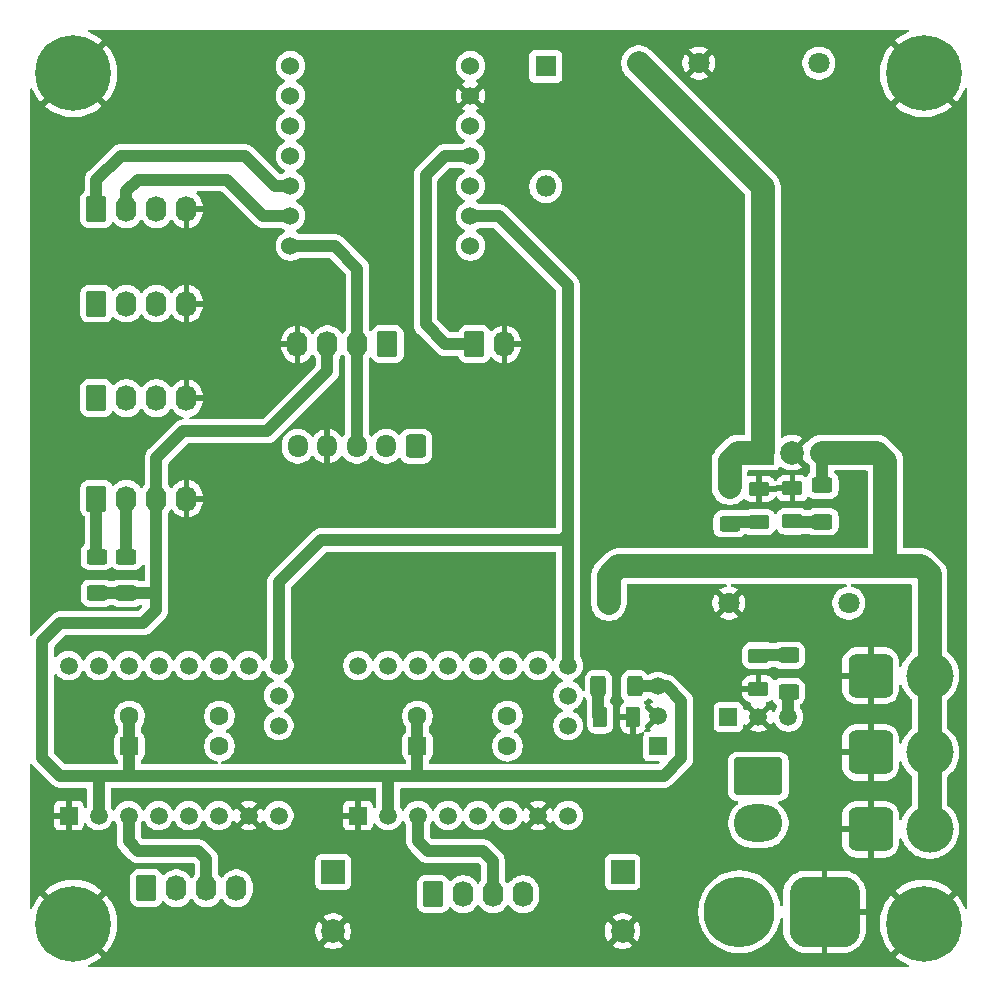
<source format=gbr>
%TF.GenerationSoftware,KiCad,Pcbnew,9.0.0*%
%TF.CreationDate,2025-04-07T10:39:53+02:00*%
%TF.ProjectId,UniBoard-Xiao,556e6942-6f61-4726-942d-5869616f2e6b,rev?*%
%TF.SameCoordinates,Original*%
%TF.FileFunction,Copper,L2,Bot*%
%TF.FilePolarity,Positive*%
%FSLAX46Y46*%
G04 Gerber Fmt 4.6, Leading zero omitted, Abs format (unit mm)*
G04 Created by KiCad (PCBNEW 9.0.0) date 2025-04-07 10:39:53*
%MOMM*%
%LPD*%
G01*
G04 APERTURE LIST*
G04 Aperture macros list*
%AMRoundRect*
0 Rectangle with rounded corners*
0 $1 Rounding radius*
0 $2 $3 $4 $5 $6 $7 $8 $9 X,Y pos of 4 corners*
0 Add a 4 corners polygon primitive as box body*
4,1,4,$2,$3,$4,$5,$6,$7,$8,$9,$2,$3,0*
0 Add four circle primitives for the rounded corners*
1,1,$1+$1,$2,$3*
1,1,$1+$1,$4,$5*
1,1,$1+$1,$6,$7*
1,1,$1+$1,$8,$9*
0 Add four rect primitives between the rounded corners*
20,1,$1+$1,$2,$3,$4,$5,0*
20,1,$1+$1,$4,$5,$6,$7,0*
20,1,$1+$1,$6,$7,$8,$9,0*
20,1,$1+$1,$8,$9,$2,$3,0*%
G04 Aperture macros list end*
%TA.AperFunction,ComponentPad*%
%ADD10RoundRect,0.250000X0.600000X0.725000X-0.600000X0.725000X-0.600000X-0.725000X0.600000X-0.725000X0*%
%TD*%
%TA.AperFunction,ComponentPad*%
%ADD11O,1.700000X1.950000*%
%TD*%
%TA.AperFunction,ComponentPad*%
%ADD12RoundRect,0.250000X-0.620000X-0.845000X0.620000X-0.845000X0.620000X0.845000X-0.620000X0.845000X0*%
%TD*%
%TA.AperFunction,ComponentPad*%
%ADD13O,1.740000X2.190000*%
%TD*%
%TA.AperFunction,ComponentPad*%
%ADD14C,0.800000*%
%TD*%
%TA.AperFunction,ComponentPad*%
%ADD15C,6.400000*%
%TD*%
%TA.AperFunction,ComponentPad*%
%ADD16R,2.000000X2.000000*%
%TD*%
%TA.AperFunction,ComponentPad*%
%ADD17C,2.000000*%
%TD*%
%TA.AperFunction,ComponentPad*%
%ADD18R,1.508000X1.508000*%
%TD*%
%TA.AperFunction,ComponentPad*%
%ADD19C,1.508000*%
%TD*%
%TA.AperFunction,ComponentPad*%
%ADD20RoundRect,0.760000X-1.140000X-1.140000X1.140000X-1.140000X1.140000X1.140000X-1.140000X1.140000X0*%
%TD*%
%TA.AperFunction,ComponentPad*%
%ADD21C,4.000000*%
%TD*%
%TA.AperFunction,ComponentPad*%
%ADD22R,1.800000X1.800000*%
%TD*%
%TA.AperFunction,ComponentPad*%
%ADD23O,1.800000X1.800000*%
%TD*%
%TA.AperFunction,ComponentPad*%
%ADD24C,1.524000*%
%TD*%
%TA.AperFunction,ComponentPad*%
%ADD25RoundRect,0.250000X0.620000X0.845000X-0.620000X0.845000X-0.620000X-0.845000X0.620000X-0.845000X0*%
%TD*%
%TA.AperFunction,ComponentPad*%
%ADD26RoundRect,1.500000X1.500000X1.500000X-1.500000X1.500000X-1.500000X-1.500000X1.500000X-1.500000X0*%
%TD*%
%TA.AperFunction,ComponentPad*%
%ADD27C,6.000000*%
%TD*%
%TA.AperFunction,ComponentPad*%
%ADD28R,1.500000X1.500000*%
%TD*%
%TA.AperFunction,ComponentPad*%
%ADD29C,1.500000*%
%TD*%
%TA.AperFunction,ComponentPad*%
%ADD30C,1.803400*%
%TD*%
%TA.AperFunction,ComponentPad*%
%ADD31RoundRect,0.250000X-1.800000X1.330000X-1.800000X-1.330000X1.800000X-1.330000X1.800000X1.330000X0*%
%TD*%
%TA.AperFunction,ComponentPad*%
%ADD32O,4.100000X3.160000*%
%TD*%
%TA.AperFunction,SMDPad,CuDef*%
%ADD33RoundRect,0.250000X0.400000X0.625000X-0.400000X0.625000X-0.400000X-0.625000X0.400000X-0.625000X0*%
%TD*%
%TA.AperFunction,SMDPad,CuDef*%
%ADD34RoundRect,0.250000X-0.625000X0.375000X-0.625000X-0.375000X0.625000X-0.375000X0.625000X0.375000X0*%
%TD*%
%TA.AperFunction,SMDPad,CuDef*%
%ADD35RoundRect,0.250000X-0.625000X0.400000X-0.625000X-0.400000X0.625000X-0.400000X0.625000X0.400000X0*%
%TD*%
%TA.AperFunction,SMDPad,CuDef*%
%ADD36RoundRect,0.250000X0.375000X0.625000X-0.375000X0.625000X-0.375000X-0.625000X0.375000X-0.625000X0*%
%TD*%
%TA.AperFunction,ComponentPad*%
%ADD37RoundRect,0.250000X-0.550000X-0.550000X0.550000X-0.550000X0.550000X0.550000X-0.550000X0.550000X0*%
%TD*%
%TA.AperFunction,ComponentPad*%
%ADD38C,1.600000*%
%TD*%
%TA.AperFunction,SMDPad,CuDef*%
%ADD39RoundRect,0.250000X0.625000X-0.400000X0.625000X0.400000X-0.625000X0.400000X-0.625000X-0.400000X0*%
%TD*%
%TA.AperFunction,SMDPad,CuDef*%
%ADD40RoundRect,0.250000X0.625000X-0.375000X0.625000X0.375000X-0.625000X0.375000X-0.625000X-0.375000X0*%
%TD*%
%TA.AperFunction,Conductor*%
%ADD41C,2.000000*%
%TD*%
%TA.AperFunction,Conductor*%
%ADD42C,1.000000*%
%TD*%
G04 APERTURE END LIST*
D10*
%TO.P,J11,1,Pin_1*%
%TO.N,+5VP*%
X151500000Y-84074000D03*
D11*
%TO.P,J11,2,Pin_2*%
%TO.N,TX-LIDAR*%
X149000000Y-84074000D03*
%TO.P,J11,3,Pin_3*%
%TO.N,RX-LIDAR*%
X146500000Y-84074000D03*
%TO.P,J11,4,Pin_4*%
%TO.N,GND*%
X144000000Y-84074000D03*
%TO.P,J11,5,Pin_5*%
%TO.N,Lidar_PWM*%
X141500000Y-84074000D03*
%TD*%
D12*
%TO.P,J6,1,Pin_1*%
%TO.N,Net-(J6-Pin_1)*%
X128690000Y-121500000D03*
D13*
%TO.P,J6,2,Pin_2*%
%TO.N,Net-(J6-Pin_2)*%
X131230000Y-121500000D03*
%TO.P,J6,3,Pin_3*%
%TO.N,Net-(J6-Pin_3)*%
X133770000Y-121500000D03*
%TO.P,J6,4,Pin_4*%
%TO.N,Net-(J6-Pin_4)*%
X136310000Y-121500000D03*
%TD*%
D14*
%TO.P,H3,1,1*%
%TO.N,GND*%
X192100000Y-124500000D03*
X192802944Y-122802944D03*
X192802944Y-126197056D03*
X194500000Y-122100000D03*
D15*
X194500000Y-124500000D03*
D14*
X194500000Y-126900000D03*
X196197056Y-122802944D03*
X196197056Y-126197056D03*
X196900000Y-124500000D03*
%TD*%
D16*
%TO.P,U5,1,Vin*%
%TO.N,+24V*%
X180803708Y-84619167D03*
D17*
%TO.P,U5,2,GND*%
%TO.N,GND*%
X183343708Y-84619167D03*
%TO.P,U5,3,Vout*%
%TO.N,+5VP*%
X185883708Y-84619167D03*
%TD*%
D18*
%TO.P,U3,1,GND*%
%TO.N,GND*%
X146610000Y-115350000D03*
D19*
%TO.P,U3,2,VIO*%
%TO.N,+3.3V*%
X149150000Y-115350000D03*
%TO.P,U3,3,M1B*%
%TO.N,Net-(J5-Pin_3)*%
X151690000Y-115350000D03*
%TO.P,U3,4,M1A*%
%TO.N,Net-(J5-Pin_1)*%
X154230000Y-115350000D03*
%TO.P,U3,5,M2A*%
%TO.N,Net-(J5-Pin_2)*%
X156770000Y-115350000D03*
%TO.P,U3,6,M2B*%
%TO.N,Net-(J5-Pin_4)*%
X159310000Y-115350000D03*
%TO.P,U3,7,GND*%
%TO.N,GND*%
X161850000Y-115350000D03*
%TO.P,U3,8,VM*%
%TO.N,+24V*%
X164390000Y-115350000D03*
%TO.P,U3,9,DIR*%
%TO.N,DIR D*%
X146610000Y-102650000D03*
%TO.P,U3,10,STEP*%
%TO.N,STEP D*%
X149150000Y-102650000D03*
%TO.P,U3,11,PDN*%
%TO.N,unconnected-(U3-PDN-Pad11)*%
X151690000Y-102650000D03*
%TO.P,U3,12,UART*%
%TO.N,unconnected-(U3-UART-Pad12)*%
X154230000Y-102650000D03*
%TO.P,U3,13,SPRD*%
%TO.N,unconnected-(U3-SPRD-Pad13)*%
X156770000Y-102650000D03*
%TO.P,U3,14,MS2*%
%TO.N,Net-(U3-MS2)*%
X159310000Y-102650000D03*
%TO.P,U3,15,MS1*%
%TO.N,Net-(U3-MS1)*%
X161850000Y-102650000D03*
%TO.P,U3,16,~{EN}*%
%TO.N,EN*%
X164390000Y-102650000D03*
%TO.P,U3,17,INDEX*%
%TO.N,unconnected-(U3-INDEX-Pad17)*%
X164390000Y-107730000D03*
%TO.P,U3,18,DIAG*%
%TO.N,unconnected-(U3-DIAG-Pad18)*%
X164390000Y-105190000D03*
%TD*%
D20*
%TO.P,J12,1,Pin_1*%
%TO.N,GND*%
X190000000Y-103500000D03*
D21*
%TO.P,J12,2,Pin_2*%
%TO.N,+5VP*%
X195000000Y-103500000D03*
%TD*%
D12*
%TO.P,J1,1,Pin_1*%
%TO.N,TIRETTE*%
X156464000Y-75438000D03*
D13*
%TO.P,J1,2,Pin_2*%
%TO.N,GND*%
X159004000Y-75438000D03*
%TD*%
D22*
%TO.P,D1,1,K*%
%TO.N,Net-(D1-K)*%
X162500000Y-51920000D03*
D23*
%TO.P,D1,2,A*%
%TO.N,+5V*%
X162500000Y-62080000D03*
%TD*%
D16*
%TO.P,C1,1*%
%TO.N,+24V*%
X144500000Y-120132323D03*
D17*
%TO.P,C1,2*%
%TO.N,GND*%
X144500000Y-125132323D03*
%TD*%
D24*
%TO.P,U1,1,GPIO1/D0/A0*%
%TO.N,DIR G*%
X140880000Y-51880000D03*
%TO.P,U1,2,GPIO2/DA/A1*%
%TO.N,STEP G*%
X140880000Y-54420000D03*
%TO.P,U1,3,GPIO3/D2/A2*%
%TO.N,DIR D*%
X140880000Y-56960000D03*
%TO.P,U1,4,GPIO4/D3/A3*%
%TO.N,STEP D*%
X140880000Y-59500000D03*
%TO.P,U1,5,GPIO5/D4/I2C_SDA*%
%TO.N,SDA*%
X140880000Y-62040000D03*
%TO.P,U1,6,GPIO9/D5/I2C_SCL*%
%TO.N,SCL*%
X140880000Y-64580000D03*
%TO.P,U1,7,U0TXD/D6/TX*%
%TO.N,RX-LIDAR*%
X140880000Y-67120000D03*
%TO.P,U1,8,U0RXD/D7/RX*%
%TO.N,TX-LIDAR*%
X156120000Y-67120000D03*
%TO.P,U1,9,GPIO7/D8/A8/SCK*%
%TO.N,EN*%
X156120000Y-64580000D03*
%TO.P,U1,10,GPIO8/D9/A9/MISO*%
%TO.N,Lidar_PWM*%
X156120000Y-62040000D03*
%TO.P,U1,11,GPIO9/D10/A10/MOSI*%
%TO.N,TIRETTE*%
X156120000Y-59500000D03*
%TO.P,U1,12,VCC_3V3*%
%TO.N,unconnected-(U1-VCC_3V3-Pad12)*%
X156120000Y-56960000D03*
%TO.P,U1,13,GND*%
%TO.N,GND*%
X156120000Y-54420000D03*
%TO.P,U1,14,VBUS*%
%TO.N,Net-(D1-K)*%
X156120000Y-51880000D03*
%TD*%
D20*
%TO.P,J13,1,Pin_1*%
%TO.N,GND*%
X190000000Y-110000000D03*
D21*
%TO.P,J13,2,Pin_2*%
%TO.N,+5VP*%
X195000000Y-110000000D03*
%TD*%
D12*
%TO.P,J5,1,Pin_1*%
%TO.N,Net-(J5-Pin_1)*%
X152960000Y-122000000D03*
D13*
%TO.P,J5,2,Pin_2*%
%TO.N,Net-(J5-Pin_2)*%
X155500000Y-122000000D03*
%TO.P,J5,3,Pin_3*%
%TO.N,Net-(J5-Pin_3)*%
X158040000Y-122000000D03*
%TO.P,J5,4,Pin_4*%
%TO.N,Net-(J5-Pin_4)*%
X160580000Y-122000000D03*
%TD*%
D14*
%TO.P,H1,1,1*%
%TO.N,GND*%
X120100000Y-52500000D03*
X120802944Y-50802944D03*
X120802944Y-54197056D03*
X122500000Y-50100000D03*
D15*
X122500000Y-52500000D03*
D14*
X122500000Y-54900000D03*
X124197056Y-50802944D03*
X124197056Y-54197056D03*
X124900000Y-52500000D03*
%TD*%
D25*
%TO.P,J15,1,Pin_1*%
%TO.N,TX-LIDAR*%
X149098000Y-75438000D03*
D13*
%TO.P,J15,2,Pin_2*%
%TO.N,RX-LIDAR*%
X146558000Y-75438000D03*
%TO.P,J15,3,Pin_3*%
%TO.N,+3.3V*%
X144018000Y-75438000D03*
%TO.P,J15,4,Pin_4*%
%TO.N,GND*%
X141478000Y-75438000D03*
%TD*%
D26*
%TO.P,J8,1,Pin_1*%
%TO.N,GND*%
X186100000Y-123500000D03*
D27*
%TO.P,J8,2,Pin_2*%
%TO.N,+BATT*%
X178900000Y-123500000D03*
%TD*%
D12*
%TO.P,J9,1,Pin_1*%
%TO.N,SDA*%
X124460000Y-80000000D03*
D13*
%TO.P,J9,2,Pin_2*%
%TO.N,SCL*%
X127000000Y-80000000D03*
%TO.P,J9,3,Pin_3*%
%TO.N,+3.3V*%
X129540000Y-80000000D03*
%TO.P,J9,4,Pin_4*%
%TO.N,GND*%
X132080000Y-80000000D03*
%TD*%
D14*
%TO.P,H4,1,1*%
%TO.N,GND*%
X120100000Y-124500000D03*
X120802944Y-122802944D03*
X120802944Y-126197056D03*
X122500000Y-122100000D03*
D15*
X122500000Y-124500000D03*
D14*
X122500000Y-126900000D03*
X124197056Y-122802944D03*
X124197056Y-126197056D03*
X124900000Y-124500000D03*
%TD*%
D28*
%TO.P,U6,1,Vin*%
%TO.N,+24V*%
X177960000Y-107000000D03*
D29*
%TO.P,U6,2,GND*%
%TO.N,GND*%
X180500000Y-107000000D03*
%TO.P,U6,3,Vout*%
%TO.N,+5V*%
X183040000Y-107000000D03*
%TD*%
D12*
%TO.P,J10,1,Pin_1*%
%TO.N,SDA*%
X124460000Y-88520000D03*
D13*
%TO.P,J10,2,Pin_2*%
%TO.N,SCL*%
X127000000Y-88520000D03*
%TO.P,J10,3,Pin_3*%
%TO.N,+3.3V*%
X129540000Y-88520000D03*
%TO.P,J10,4,Pin_4*%
%TO.N,GND*%
X132080000Y-88520000D03*
%TD*%
D30*
%TO.P,PS1,1,+VIN(VCC)*%
%TO.N,+24V*%
X170380000Y-51640000D03*
%TO.P,PS1,2,-VIN(GND)*%
%TO.N,GND*%
X175460000Y-51640000D03*
%TO.P,PS1,3,ON/OFF*%
%TO.N,unconnected-(PS1-ON{slash}OFF-Pad3)*%
X185620000Y-51640000D03*
%TO.P,PS1,4,+VOUT*%
%TO.N,+5VP*%
X167840000Y-97360000D03*
%TO.P,PS1,5,-VOUT*%
%TO.N,GND*%
X178000000Y-97360000D03*
%TO.P,PS1,6,TRIM*%
%TO.N,unconnected-(PS1-TRIM-Pad6)*%
X188160000Y-97360000D03*
%TD*%
D28*
%TO.P,U4,1,Vin*%
%TO.N,+24V*%
X172000000Y-109500000D03*
D29*
%TO.P,U4,2,GND*%
%TO.N,GND*%
X172000000Y-106960000D03*
%TO.P,U4,3,Vout*%
%TO.N,+3.3V*%
X172000000Y-104420000D03*
%TD*%
D18*
%TO.P,U2,1,GND*%
%TO.N,GND*%
X122110000Y-115350000D03*
D19*
%TO.P,U2,2,VIO*%
%TO.N,+3.3V*%
X124650000Y-115350000D03*
%TO.P,U2,3,M1B*%
%TO.N,Net-(J6-Pin_3)*%
X127190000Y-115350000D03*
%TO.P,U2,4,M1A*%
%TO.N,Net-(J6-Pin_1)*%
X129730000Y-115350000D03*
%TO.P,U2,5,M2A*%
%TO.N,Net-(J6-Pin_2)*%
X132270000Y-115350000D03*
%TO.P,U2,6,M2B*%
%TO.N,Net-(J6-Pin_4)*%
X134810000Y-115350000D03*
%TO.P,U2,7,GND*%
%TO.N,GND*%
X137350000Y-115350000D03*
%TO.P,U2,8,VM*%
%TO.N,+24V*%
X139890000Y-115350000D03*
%TO.P,U2,9,DIR*%
%TO.N,DIR G*%
X122110000Y-102650000D03*
%TO.P,U2,10,STEP*%
%TO.N,STEP G*%
X124650000Y-102650000D03*
%TO.P,U2,11,PDN*%
%TO.N,unconnected-(U2-PDN-Pad11)*%
X127190000Y-102650000D03*
%TO.P,U2,12,UART*%
%TO.N,unconnected-(U2-UART-Pad12)*%
X129730000Y-102650000D03*
%TO.P,U2,13,SPRD*%
%TO.N,unconnected-(U2-SPRD-Pad13)*%
X132270000Y-102650000D03*
%TO.P,U2,14,MS2*%
%TO.N,Net-(U2-MS2)*%
X134810000Y-102650000D03*
%TO.P,U2,15,MS1*%
%TO.N,Net-(U2-MS1)*%
X137350000Y-102650000D03*
%TO.P,U2,16,~{EN}*%
%TO.N,EN*%
X139890000Y-102650000D03*
%TO.P,U2,17,INDEX*%
%TO.N,unconnected-(U2-INDEX-Pad17)*%
X139890000Y-107730000D03*
%TO.P,U2,18,DIAG*%
%TO.N,unconnected-(U2-DIAG-Pad18)*%
X139890000Y-105190000D03*
%TD*%
D16*
%TO.P,C2,1*%
%TO.N,+24V*%
X169000000Y-120132323D03*
D17*
%TO.P,C2,2*%
%TO.N,GND*%
X169000000Y-125132323D03*
%TD*%
D12*
%TO.P,J7,1,Pin_1*%
%TO.N,SDA*%
X124460000Y-72000000D03*
D13*
%TO.P,J7,2,Pin_2*%
%TO.N,SCL*%
X127000000Y-72000000D03*
%TO.P,J7,3,Pin_3*%
%TO.N,+3.3V*%
X129540000Y-72000000D03*
%TO.P,J7,4,Pin_4*%
%TO.N,GND*%
X132080000Y-72000000D03*
%TD*%
D31*
%TO.P,J3,1,Pin_1*%
%TO.N,+24V*%
X180500000Y-112040000D03*
D32*
%TO.P,J3,2,Pin_2*%
%TO.N,+BATT*%
X180500000Y-116000000D03*
%TD*%
D14*
%TO.P,H2,1,1*%
%TO.N,GND*%
X192100000Y-52500000D03*
X192802944Y-50802944D03*
X192802944Y-54197056D03*
X194500000Y-50100000D03*
D15*
X194500000Y-52500000D03*
D14*
X194500000Y-54900000D03*
X196197056Y-50802944D03*
X196197056Y-54197056D03*
X196900000Y-52500000D03*
%TD*%
D20*
%TO.P,J14,1,Pin_1*%
%TO.N,GND*%
X190000000Y-116500000D03*
D21*
%TO.P,J14,2,Pin_2*%
%TO.N,+5VP*%
X195000000Y-116500000D03*
%TD*%
D12*
%TO.P,J4,1,Pin_1*%
%TO.N,SDA*%
X124460000Y-64000000D03*
D13*
%TO.P,J4,2,Pin_2*%
%TO.N,SCL*%
X127000000Y-64000000D03*
%TO.P,J4,3,Pin_3*%
%TO.N,+3.3V*%
X129540000Y-64000000D03*
%TO.P,J4,4,Pin_4*%
%TO.N,GND*%
X132080000Y-64000000D03*
%TD*%
D33*
%TO.P,R3,1*%
%TO.N,+3.3V*%
X170050000Y-104420883D03*
%TO.P,R3,2*%
%TO.N,Net-(D3-A)*%
X166950000Y-104420883D03*
%TD*%
D34*
%TO.P,D4,1,K*%
%TO.N,GND*%
X180574271Y-87697229D03*
%TO.P,D4,2,A*%
%TO.N,Net-(D4-A)*%
X180574271Y-90497229D03*
%TD*%
D35*
%TO.P,R6,1*%
%TO.N,SCL*%
X127000000Y-93420000D03*
%TO.P,R6,2*%
%TO.N,+3.3V*%
X127000000Y-96520000D03*
%TD*%
D36*
%TO.P,D3,1,K*%
%TO.N,GND*%
X169900000Y-107027500D03*
%TO.P,D3,2,A*%
%TO.N,Net-(D3-A)*%
X167100000Y-107027500D03*
%TD*%
D37*
%TO.P,SW1,1*%
%TO.N,+3.3V*%
X151638000Y-109461500D03*
D38*
%TO.P,SW1,2*%
X151638000Y-106921500D03*
%TO.P,SW1,3*%
%TO.N,Net-(U3-MS2)*%
X159258000Y-106921500D03*
%TO.P,SW1,4*%
%TO.N,Net-(U3-MS1)*%
X159258000Y-109461500D03*
%TD*%
D35*
%TO.P,R7,1*%
%TO.N,+5VP*%
X185913708Y-87369167D03*
%TO.P,R7,2*%
%TO.N,Net-(D5-A)*%
X185913708Y-90469167D03*
%TD*%
D39*
%TO.P,R2,1*%
%TO.N,+5V*%
X183050459Y-104874541D03*
%TO.P,R2,2*%
%TO.N,Net-(D2-A)*%
X183050459Y-101774541D03*
%TD*%
D37*
%TO.P,SW2,1*%
%TO.N,+3.3V*%
X127254000Y-109474000D03*
D38*
%TO.P,SW2,2*%
X127254000Y-106934000D03*
%TO.P,SW2,3*%
%TO.N,Net-(U2-MS2)*%
X134874000Y-106934000D03*
%TO.P,SW2,4*%
%TO.N,Net-(U2-MS1)*%
X134874000Y-109474000D03*
%TD*%
D35*
%TO.P,R5,1*%
%TO.N,SDA*%
X124500000Y-93420000D03*
%TO.P,R5,2*%
%TO.N,+3.3V*%
X124500000Y-96520000D03*
%TD*%
D34*
%TO.P,D5,1,K*%
%TO.N,GND*%
X183388000Y-87630000D03*
%TO.P,D5,2,A*%
%TO.N,Net-(D5-A)*%
X183388000Y-90430000D03*
%TD*%
D40*
%TO.P,D2,1,K*%
%TO.N,GND*%
X180506711Y-104605832D03*
%TO.P,D2,2,A*%
%TO.N,Net-(D2-A)*%
X180506711Y-101805832D03*
%TD*%
D35*
%TO.P,R4,1*%
%TO.N,+24V*%
X178074271Y-87547229D03*
%TO.P,R4,2*%
%TO.N,Net-(D4-A)*%
X178074271Y-90647229D03*
%TD*%
D41*
%TO.N,+24V*%
X180803708Y-84619167D02*
X178778833Y-84619167D01*
X178074271Y-85323729D02*
X178074271Y-87547229D01*
X180803708Y-84619167D02*
X180890000Y-84532875D01*
X178778833Y-84619167D02*
X178074271Y-85323729D01*
X180890000Y-84532875D02*
X180890000Y-62150000D01*
X180890000Y-62150000D02*
X170380000Y-51640000D01*
D42*
%TO.N,Net-(D3-A)*%
X166950000Y-106877500D02*
X167100000Y-107027500D01*
X166950000Y-104420883D02*
X166950000Y-106877500D01*
%TO.N,+5V*%
X183040000Y-107000000D02*
X183040000Y-104885000D01*
X183040000Y-104885000D02*
X183050459Y-104874541D01*
%TO.N,TIRETTE*%
X152323800Y-61137800D02*
X153961600Y-59500000D01*
X152323800Y-73761600D02*
X152323800Y-61137800D01*
X153961600Y-59500000D02*
X156120000Y-59500000D01*
X156464000Y-75438000D02*
X154000200Y-75438000D01*
X154000200Y-75438000D02*
X152323800Y-73761600D01*
%TO.N,SCL*%
X138580000Y-64580000D02*
X140880000Y-64580000D01*
X135500000Y-61500000D02*
X138580000Y-64580000D01*
X127000000Y-93420000D02*
X127000000Y-88520000D01*
X127000000Y-64000000D02*
X127000000Y-62500000D01*
X128000000Y-61500000D02*
X135500000Y-61500000D01*
X127000000Y-62500000D02*
X128000000Y-61500000D01*
%TO.N,+3.3V*%
X121412000Y-99060000D02*
X128397000Y-99060000D01*
X121398000Y-112000000D02*
X119888000Y-110490000D01*
X149150000Y-112000000D02*
X149150000Y-115350000D01*
X172480000Y-112000000D02*
X151638000Y-112000000D01*
X138938000Y-82804000D02*
X144018000Y-77724000D01*
X144000000Y-112000000D02*
X147500000Y-112000000D01*
X172000000Y-104420000D02*
X170050883Y-104420000D01*
X128397000Y-99060000D02*
X129540000Y-97917000D01*
X124650000Y-112000000D02*
X121398000Y-112000000D01*
X173990000Y-110490000D02*
X172480000Y-112000000D01*
X129540000Y-88520000D02*
X129540000Y-85090000D01*
X129540000Y-96520000D02*
X129540000Y-95250000D01*
X127000000Y-96520000D02*
X129540000Y-96520000D01*
X119888000Y-110490000D02*
X119888000Y-100584000D01*
X129540000Y-85090000D02*
X131826000Y-82804000D01*
X124500000Y-96520000D02*
X127000000Y-96520000D01*
X172000000Y-104420000D02*
X172746000Y-104420000D01*
X127254000Y-112000000D02*
X124650000Y-112000000D01*
X144000000Y-112000000D02*
X127254000Y-112000000D01*
X144018000Y-77724000D02*
X144018000Y-75438000D01*
X119888000Y-100584000D02*
X121412000Y-99060000D01*
X151638000Y-106921500D02*
X151638000Y-109461500D01*
X127254000Y-109474000D02*
X127254000Y-112000000D01*
X173990000Y-105664000D02*
X173990000Y-110490000D01*
X172746000Y-104420000D02*
X173990000Y-105664000D01*
X127254000Y-106934000D02*
X127254000Y-109474000D01*
X124650000Y-112000000D02*
X124650000Y-115350000D01*
X151638000Y-109461500D02*
X151638000Y-112000000D01*
X151638000Y-112000000D02*
X147500000Y-112000000D01*
X129540000Y-95250000D02*
X129540000Y-88520000D01*
X147500000Y-112000000D02*
X149150000Y-112000000D01*
X131826000Y-82804000D02*
X138938000Y-82804000D01*
X170050883Y-104420000D02*
X170050000Y-104420883D01*
X129540000Y-97917000D02*
X129540000Y-95250000D01*
%TO.N,SDA*%
X124460000Y-61540000D02*
X126500000Y-59500000D01*
X124460000Y-64000000D02*
X124460000Y-61540000D01*
X124460000Y-93380000D02*
X124500000Y-93420000D01*
X124460000Y-88520000D02*
X124460000Y-93380000D01*
X139540000Y-62040000D02*
X140880000Y-62040000D01*
X126500000Y-59500000D02*
X137000000Y-59500000D01*
X137000000Y-59500000D02*
X139540000Y-62040000D01*
%TO.N,Net-(J5-Pin_3)*%
X152527000Y-118364000D02*
X157226000Y-118364000D01*
X151690000Y-117527000D02*
X152527000Y-118364000D01*
X151690000Y-115350000D02*
X151690000Y-117527000D01*
X157226000Y-118364000D02*
X158040000Y-119178000D01*
X158040000Y-119178000D02*
X158040000Y-122000000D01*
%TO.N,Net-(J6-Pin_3)*%
X127190000Y-117538000D02*
X128016000Y-118364000D01*
X133770000Y-119038000D02*
X133770000Y-121500000D01*
X127190000Y-115350000D02*
X127190000Y-117538000D01*
X128016000Y-118364000D02*
X133096000Y-118364000D01*
X133096000Y-118364000D02*
X133770000Y-119038000D01*
%TO.N,Net-(D4-A)*%
X178224271Y-90497229D02*
X178074271Y-90647229D01*
X180574271Y-90497229D02*
X178224271Y-90497229D01*
%TO.N,Net-(D2-A)*%
X183050459Y-101774541D02*
X180538002Y-101774541D01*
X180538002Y-101774541D02*
X180506711Y-101805832D01*
%TO.N,Net-(D5-A)*%
X185913708Y-90469167D02*
X183427167Y-90469167D01*
X183427167Y-90469167D02*
X183388000Y-90430000D01*
%TO.N,EN*%
X164390000Y-91500000D02*
X163890000Y-92000000D01*
X143500000Y-92000000D02*
X139890000Y-95610000D01*
X139890000Y-95610000D02*
X139890000Y-102650000D01*
X158509200Y-64580000D02*
X164390000Y-70460800D01*
X156120000Y-64580000D02*
X158509200Y-64580000D01*
X163890000Y-92000000D02*
X143500000Y-92000000D01*
X164390000Y-70460800D02*
X164390000Y-102650000D01*
D41*
%TO.N,+5VP*%
X168656000Y-94234000D02*
X167840000Y-95050000D01*
X195000000Y-103500000D02*
X195000000Y-110000000D01*
X191262000Y-85344000D02*
X190537167Y-84619167D01*
X195000000Y-103500000D02*
X195000000Y-94924000D01*
X191262000Y-94234000D02*
X191262000Y-85344000D01*
X195000000Y-94924000D02*
X194310000Y-94234000D01*
X194310000Y-94234000D02*
X191262000Y-94234000D01*
X190537167Y-84619167D02*
X185883708Y-84619167D01*
X195000000Y-110000000D02*
X195000000Y-116500000D01*
X167840000Y-95050000D02*
X167840000Y-97360000D01*
D42*
X185883708Y-84619167D02*
X185883708Y-87339167D01*
X185883708Y-87339167D02*
X185913708Y-87369167D01*
D41*
X191262000Y-94234000D02*
X168656000Y-94234000D01*
D42*
%TO.N,RX-LIDAR*%
X146558000Y-69058000D02*
X146558000Y-75438000D01*
X146558000Y-75830000D02*
X146558000Y-75438000D01*
X146500000Y-84074000D02*
X146500000Y-75888000D01*
X140880000Y-67120000D02*
X144620000Y-67120000D01*
X146500000Y-75888000D02*
X146558000Y-75830000D01*
X144620000Y-67120000D02*
X146558000Y-69058000D01*
%TD*%
%TA.AperFunction,Conductor*%
%TO.N,GND*%
G36*
X181721155Y-105583621D02*
G01*
X181757734Y-105621581D01*
X181773774Y-105647586D01*
X181832746Y-105743196D01*
X181956804Y-105867254D01*
X181980594Y-105881927D01*
X181987418Y-105889513D01*
X181996703Y-105893754D01*
X182010390Y-105915051D01*
X182027320Y-105933873D01*
X182029964Y-105945510D01*
X182034477Y-105952532D01*
X182039500Y-105987467D01*
X182039500Y-106209301D01*
X182019815Y-106276340D01*
X182015818Y-106282186D01*
X181970478Y-106344591D01*
X181880204Y-106521764D01*
X181832229Y-106572560D01*
X181764408Y-106589355D01*
X181698274Y-106566818D01*
X181659234Y-106521764D01*
X181569096Y-106344858D01*
X181543678Y-106309873D01*
X181543677Y-106309873D01*
X180982962Y-106870589D01*
X180965925Y-106807007D01*
X180900099Y-106692993D01*
X180807007Y-106599901D01*
X180692993Y-106534075D01*
X180629409Y-106517037D01*
X181190125Y-105956320D01*
X181190125Y-105956319D01*
X181179467Y-105948576D01*
X181136801Y-105893246D01*
X181130822Y-105823633D01*
X181163427Y-105761837D01*
X181224266Y-105727480D01*
X181239753Y-105724899D01*
X181284407Y-105720338D01*
X181450830Y-105665190D01*
X181450841Y-105665185D01*
X181587099Y-105581140D01*
X181654491Y-105562699D01*
X181721155Y-105583621D01*
G37*
%TD.AperFunction*%
%TA.AperFunction,Conductor*%
G36*
X193206467Y-48820185D02*
G01*
X193252222Y-48872989D01*
X193262166Y-48942147D01*
X193233141Y-49005703D01*
X193186881Y-49039061D01*
X192916135Y-49151207D01*
X192916130Y-49151209D01*
X192595537Y-49322570D01*
X192595519Y-49322581D01*
X192293258Y-49524545D01*
X192293254Y-49524548D01*
X192065233Y-49711679D01*
X192065233Y-49711680D01*
X193559301Y-51205748D01*
X193457670Y-51279588D01*
X193279588Y-51457670D01*
X193205748Y-51559301D01*
X191711680Y-50065233D01*
X191711679Y-50065233D01*
X191524548Y-50293254D01*
X191524545Y-50293258D01*
X191322581Y-50595519D01*
X191322570Y-50595537D01*
X191151209Y-50916130D01*
X191151207Y-50916135D01*
X191012086Y-51252002D01*
X190906553Y-51599898D01*
X190906550Y-51599909D01*
X190835632Y-51956443D01*
X190800000Y-52318234D01*
X190800000Y-52681765D01*
X190835632Y-53043556D01*
X190906550Y-53400090D01*
X190906553Y-53400101D01*
X191012086Y-53747997D01*
X191151207Y-54083864D01*
X191151209Y-54083869D01*
X191322570Y-54404462D01*
X191322581Y-54404480D01*
X191524551Y-54706750D01*
X191711678Y-54934765D01*
X191711679Y-54934766D01*
X193205747Y-53440697D01*
X193279588Y-53542330D01*
X193457670Y-53720412D01*
X193559301Y-53794251D01*
X192065232Y-55288319D01*
X192065233Y-55288320D01*
X192293249Y-55475448D01*
X192595519Y-55677418D01*
X192595537Y-55677429D01*
X192916130Y-55848790D01*
X192916135Y-55848792D01*
X193252002Y-55987913D01*
X193599898Y-56093446D01*
X193599909Y-56093449D01*
X193956443Y-56164367D01*
X194318234Y-56200000D01*
X194681766Y-56200000D01*
X195043556Y-56164367D01*
X195400090Y-56093449D01*
X195400101Y-56093446D01*
X195747997Y-55987913D01*
X196083864Y-55848792D01*
X196083869Y-55848790D01*
X196404462Y-55677429D01*
X196404480Y-55677418D01*
X196706736Y-55475457D01*
X196706750Y-55475447D01*
X196934765Y-55288320D01*
X196934766Y-55288319D01*
X195440698Y-53794251D01*
X195542330Y-53720412D01*
X195720412Y-53542330D01*
X195794251Y-53440698D01*
X197288319Y-54934766D01*
X197288320Y-54934765D01*
X197475447Y-54706750D01*
X197475457Y-54706736D01*
X197677418Y-54404480D01*
X197677429Y-54404462D01*
X197848790Y-54083869D01*
X197848792Y-54083864D01*
X197960939Y-53813119D01*
X198004780Y-53758716D01*
X198071074Y-53736651D01*
X198138773Y-53753930D01*
X198186384Y-53805067D01*
X198199500Y-53860572D01*
X198199500Y-123139427D01*
X198179815Y-123206466D01*
X198127011Y-123252221D01*
X198057853Y-123262165D01*
X197994297Y-123233140D01*
X197960939Y-123186880D01*
X197848792Y-122916135D01*
X197848790Y-122916130D01*
X197677429Y-122595537D01*
X197677418Y-122595519D01*
X197475448Y-122293249D01*
X197288320Y-122065233D01*
X197288319Y-122065232D01*
X195794251Y-123559301D01*
X195720412Y-123457670D01*
X195542330Y-123279588D01*
X195440698Y-123205748D01*
X196934766Y-121711679D01*
X196934765Y-121711678D01*
X196706750Y-121524551D01*
X196404480Y-121322581D01*
X196404462Y-121322570D01*
X196083869Y-121151209D01*
X196083864Y-121151207D01*
X195747997Y-121012086D01*
X195400101Y-120906553D01*
X195400090Y-120906550D01*
X195043556Y-120835632D01*
X194681766Y-120800000D01*
X194318234Y-120800000D01*
X193956443Y-120835632D01*
X193599909Y-120906550D01*
X193599898Y-120906553D01*
X193252002Y-121012086D01*
X192916135Y-121151207D01*
X192916130Y-121151209D01*
X192595537Y-121322570D01*
X192595519Y-121322581D01*
X192293258Y-121524545D01*
X192293254Y-121524548D01*
X192065233Y-121711679D01*
X192065233Y-121711680D01*
X193559301Y-123205748D01*
X193457670Y-123279588D01*
X193279588Y-123457670D01*
X193205748Y-123559301D01*
X191711680Y-122065233D01*
X191711679Y-122065233D01*
X191524548Y-122293254D01*
X191524545Y-122293258D01*
X191322581Y-122595519D01*
X191322570Y-122595537D01*
X191151209Y-122916130D01*
X191151207Y-122916135D01*
X191012086Y-123252002D01*
X190906553Y-123599898D01*
X190906550Y-123599909D01*
X190835632Y-123956443D01*
X190800000Y-124318234D01*
X190800000Y-124681765D01*
X190835632Y-125043556D01*
X190906550Y-125400090D01*
X190906553Y-125400101D01*
X191012086Y-125747997D01*
X191151207Y-126083864D01*
X191151209Y-126083869D01*
X191322570Y-126404462D01*
X191322581Y-126404480D01*
X191524551Y-126706750D01*
X191711678Y-126934765D01*
X191711679Y-126934766D01*
X193205747Y-125440697D01*
X193279588Y-125542330D01*
X193457670Y-125720412D01*
X193559301Y-125794251D01*
X192065232Y-127288319D01*
X192065233Y-127288320D01*
X192293249Y-127475448D01*
X192595519Y-127677418D01*
X192595537Y-127677429D01*
X192916130Y-127848790D01*
X192916135Y-127848792D01*
X193186881Y-127960939D01*
X193241284Y-128004780D01*
X193263349Y-128071074D01*
X193246070Y-128138773D01*
X193194933Y-128186384D01*
X193139428Y-128199500D01*
X123860572Y-128199500D01*
X123793533Y-128179815D01*
X123747778Y-128127011D01*
X123737834Y-128057853D01*
X123766859Y-127994297D01*
X123813119Y-127960939D01*
X124083864Y-127848792D01*
X124083869Y-127848790D01*
X124404462Y-127677429D01*
X124404480Y-127677418D01*
X124706736Y-127475457D01*
X124706750Y-127475447D01*
X124934765Y-127288320D01*
X124934766Y-127288319D01*
X123440698Y-125794251D01*
X123542330Y-125720412D01*
X123720412Y-125542330D01*
X123794251Y-125440698D01*
X125288319Y-126934766D01*
X125288320Y-126934765D01*
X125475447Y-126706750D01*
X125475457Y-126706736D01*
X125677418Y-126404480D01*
X125677429Y-126404462D01*
X125760382Y-126249269D01*
X125848790Y-126083869D01*
X125848792Y-126083864D01*
X125987913Y-125747997D01*
X126093446Y-125400101D01*
X126093449Y-125400090D01*
X126164367Y-125043557D01*
X126167252Y-125014270D01*
X143000000Y-125014270D01*
X143000000Y-125250375D01*
X143036934Y-125483570D01*
X143109897Y-125708125D01*
X143217087Y-125918497D01*
X143277338Y-126001427D01*
X143277340Y-126001428D01*
X144017037Y-125261731D01*
X144034075Y-125325316D01*
X144099901Y-125439330D01*
X144192993Y-125532422D01*
X144307007Y-125598248D01*
X144370590Y-125615285D01*
X143630893Y-126354981D01*
X143713828Y-126415237D01*
X143924197Y-126522425D01*
X144148752Y-126595388D01*
X144148751Y-126595388D01*
X144381948Y-126632323D01*
X144618052Y-126632323D01*
X144851247Y-126595388D01*
X145075802Y-126522425D01*
X145286163Y-126415241D01*
X145286169Y-126415237D01*
X145369104Y-126354981D01*
X145369105Y-126354981D01*
X144629408Y-125615285D01*
X144692993Y-125598248D01*
X144807007Y-125532422D01*
X144900099Y-125439330D01*
X144965925Y-125325316D01*
X144982962Y-125261732D01*
X145722658Y-126001428D01*
X145722658Y-126001427D01*
X145782914Y-125918492D01*
X145782918Y-125918486D01*
X145890102Y-125708125D01*
X145963065Y-125483570D01*
X146000000Y-125250375D01*
X146000000Y-125014270D01*
X167500000Y-125014270D01*
X167500000Y-125250375D01*
X167536934Y-125483570D01*
X167609897Y-125708125D01*
X167717087Y-125918497D01*
X167777338Y-126001427D01*
X167777340Y-126001428D01*
X168517037Y-125261731D01*
X168534075Y-125325316D01*
X168599901Y-125439330D01*
X168692993Y-125532422D01*
X168807007Y-125598248D01*
X168870590Y-125615285D01*
X168130893Y-126354981D01*
X168213828Y-126415237D01*
X168424197Y-126522425D01*
X168648752Y-126595388D01*
X168648751Y-126595388D01*
X168881948Y-126632323D01*
X169118052Y-126632323D01*
X169351247Y-126595388D01*
X169575802Y-126522425D01*
X169786163Y-126415241D01*
X169786169Y-126415237D01*
X169869104Y-126354981D01*
X169869105Y-126354981D01*
X169129408Y-125615285D01*
X169192993Y-125598248D01*
X169307007Y-125532422D01*
X169400099Y-125439330D01*
X169465925Y-125325316D01*
X169482962Y-125261732D01*
X170222658Y-126001428D01*
X170222658Y-126001427D01*
X170282914Y-125918492D01*
X170282918Y-125918486D01*
X170390102Y-125708125D01*
X170463065Y-125483570D01*
X170500000Y-125250375D01*
X170500000Y-125014270D01*
X170463065Y-124781075D01*
X170390102Y-124556520D01*
X170282914Y-124346151D01*
X170222658Y-124263217D01*
X170222658Y-124263216D01*
X169482962Y-125002913D01*
X169465925Y-124939330D01*
X169400099Y-124825316D01*
X169307007Y-124732224D01*
X169192993Y-124666398D01*
X169129409Y-124649360D01*
X169869105Y-123909663D01*
X169869104Y-123909661D01*
X169786174Y-123849410D01*
X169575802Y-123742220D01*
X169351247Y-123669257D01*
X169351248Y-123669257D01*
X169118052Y-123632323D01*
X168881948Y-123632323D01*
X168648752Y-123669257D01*
X168424197Y-123742220D01*
X168213830Y-123849407D01*
X168130894Y-123909663D01*
X168870591Y-124649360D01*
X168807007Y-124666398D01*
X168692993Y-124732224D01*
X168599901Y-124825316D01*
X168534075Y-124939330D01*
X168517037Y-125002913D01*
X167777340Y-124263217D01*
X167717084Y-124346153D01*
X167609897Y-124556520D01*
X167536934Y-124781075D01*
X167500000Y-125014270D01*
X146000000Y-125014270D01*
X145963065Y-124781075D01*
X145890102Y-124556520D01*
X145782914Y-124346151D01*
X145722658Y-124263217D01*
X145722658Y-124263216D01*
X144982962Y-125002913D01*
X144965925Y-124939330D01*
X144900099Y-124825316D01*
X144807007Y-124732224D01*
X144692993Y-124666398D01*
X144629409Y-124649360D01*
X145369105Y-123909663D01*
X145369104Y-123909662D01*
X145286174Y-123849410D01*
X145075802Y-123742220D01*
X144851247Y-123669257D01*
X144851248Y-123669257D01*
X144618052Y-123632323D01*
X144381948Y-123632323D01*
X144148752Y-123669257D01*
X143924197Y-123742220D01*
X143713830Y-123849407D01*
X143630894Y-123909663D01*
X144370591Y-124649360D01*
X144307007Y-124666398D01*
X144192993Y-124732224D01*
X144099901Y-124825316D01*
X144034075Y-124939330D01*
X144017037Y-125002914D01*
X143277340Y-124263217D01*
X143217084Y-124346153D01*
X143109897Y-124556520D01*
X143036934Y-124781075D01*
X143000000Y-125014270D01*
X126167252Y-125014270D01*
X126168929Y-124997243D01*
X126168929Y-124997242D01*
X126200000Y-124681765D01*
X126200000Y-124318234D01*
X126165612Y-123969076D01*
X126164366Y-123956441D01*
X126093449Y-123599909D01*
X126093446Y-123599898D01*
X125987913Y-123252002D01*
X125848792Y-122916135D01*
X125848790Y-122916130D01*
X125677429Y-122595537D01*
X125677418Y-122595519D01*
X125475448Y-122293249D01*
X125288320Y-122065233D01*
X125288319Y-122065232D01*
X123794251Y-123559300D01*
X123720412Y-123457670D01*
X123542330Y-123279588D01*
X123440698Y-123205748D01*
X124934766Y-121711679D01*
X124934765Y-121711678D01*
X124706750Y-121524551D01*
X124404480Y-121322581D01*
X124404462Y-121322570D01*
X124083869Y-121151209D01*
X124083864Y-121151207D01*
X123747997Y-121012086D01*
X123400101Y-120906553D01*
X123400090Y-120906550D01*
X123043556Y-120835632D01*
X122681766Y-120800000D01*
X122318234Y-120800000D01*
X121956443Y-120835632D01*
X121599909Y-120906550D01*
X121599898Y-120906553D01*
X121252002Y-121012086D01*
X120916135Y-121151207D01*
X120916130Y-121151209D01*
X120595537Y-121322570D01*
X120595519Y-121322581D01*
X120293258Y-121524545D01*
X120293254Y-121524548D01*
X120065233Y-121711679D01*
X120065233Y-121711680D01*
X121559301Y-123205748D01*
X121457670Y-123279588D01*
X121279588Y-123457670D01*
X121205748Y-123559301D01*
X119711680Y-122065233D01*
X119711679Y-122065233D01*
X119524548Y-122293254D01*
X119524545Y-122293258D01*
X119322581Y-122595519D01*
X119322570Y-122595537D01*
X119151209Y-122916130D01*
X119151207Y-122916135D01*
X119039061Y-123186880D01*
X118995220Y-123241283D01*
X118928926Y-123263348D01*
X118861226Y-123246069D01*
X118813616Y-123194931D01*
X118800500Y-123139427D01*
X118800500Y-111072067D01*
X118820185Y-111005028D01*
X118872989Y-110959273D01*
X118942147Y-110949329D01*
X119005703Y-110978354D01*
X119027602Y-111003177D01*
X119110857Y-111127777D01*
X119110859Y-111127780D01*
X119110860Y-111127781D01*
X119110861Y-111127782D01*
X119250218Y-111267139D01*
X119250219Y-111267139D01*
X119257286Y-111274206D01*
X119257285Y-111274206D01*
X119257288Y-111274208D01*
X120620860Y-112637781D01*
X120620861Y-112637782D01*
X120760218Y-112777139D01*
X120760219Y-112777140D01*
X120924079Y-112886628D01*
X120924086Y-112886632D01*
X121004142Y-112919792D01*
X121106164Y-112962051D01*
X121299454Y-113000499D01*
X121299457Y-113000500D01*
X121299459Y-113000500D01*
X123525500Y-113000500D01*
X123592539Y-113020185D01*
X123638294Y-113072989D01*
X123649500Y-113124500D01*
X123649500Y-114552496D01*
X123643503Y-114572916D01*
X123642289Y-114594164D01*
X123630959Y-114615636D01*
X123629815Y-114619535D01*
X123625820Y-114625379D01*
X123625819Y-114625380D01*
X123588319Y-114676996D01*
X123532990Y-114719662D01*
X123463377Y-114725643D01*
X123401581Y-114693038D01*
X123367223Y-114632199D01*
X123364000Y-114604112D01*
X123364000Y-114548172D01*
X123363999Y-114548155D01*
X123357598Y-114488627D01*
X123357596Y-114488620D01*
X123307354Y-114353913D01*
X123307350Y-114353906D01*
X123221190Y-114238812D01*
X123221187Y-114238809D01*
X123106093Y-114152649D01*
X123106086Y-114152645D01*
X122971379Y-114102403D01*
X122971372Y-114102401D01*
X122911844Y-114096000D01*
X122360000Y-114096000D01*
X122360000Y-114916988D01*
X122302993Y-114884075D01*
X122175826Y-114850000D01*
X122044174Y-114850000D01*
X121917007Y-114884075D01*
X121860000Y-114916988D01*
X121860000Y-114096000D01*
X121308155Y-114096000D01*
X121248627Y-114102401D01*
X121248620Y-114102403D01*
X121113913Y-114152645D01*
X121113906Y-114152649D01*
X120998812Y-114238809D01*
X120998809Y-114238812D01*
X120912649Y-114353906D01*
X120912645Y-114353913D01*
X120862403Y-114488620D01*
X120862401Y-114488627D01*
X120856000Y-114548155D01*
X120856000Y-115100000D01*
X121676988Y-115100000D01*
X121644075Y-115157007D01*
X121610000Y-115284174D01*
X121610000Y-115415826D01*
X121644075Y-115542993D01*
X121676988Y-115600000D01*
X120856000Y-115600000D01*
X120856000Y-116151844D01*
X120862401Y-116211372D01*
X120862403Y-116211379D01*
X120912645Y-116346086D01*
X120912649Y-116346093D01*
X120998809Y-116461187D01*
X120998812Y-116461190D01*
X121113906Y-116547350D01*
X121113913Y-116547354D01*
X121248620Y-116597596D01*
X121248627Y-116597598D01*
X121308155Y-116603999D01*
X121308172Y-116604000D01*
X121860000Y-116604000D01*
X121860000Y-115783012D01*
X121917007Y-115815925D01*
X122044174Y-115850000D01*
X122175826Y-115850000D01*
X122302993Y-115815925D01*
X122360000Y-115783012D01*
X122360000Y-116604000D01*
X122911828Y-116604000D01*
X122911844Y-116603999D01*
X122971372Y-116597598D01*
X122971379Y-116597596D01*
X123106086Y-116547354D01*
X123106093Y-116547350D01*
X123221187Y-116461190D01*
X123221190Y-116461187D01*
X123307350Y-116346093D01*
X123307354Y-116346086D01*
X123357596Y-116211379D01*
X123357598Y-116211372D01*
X123363999Y-116151844D01*
X123364000Y-116151827D01*
X123364000Y-116095887D01*
X123383685Y-116028848D01*
X123436489Y-115983093D01*
X123505647Y-115973149D01*
X123569203Y-116002174D01*
X123588314Y-116022997D01*
X123641272Y-116095887D01*
X123693121Y-116167252D01*
X123832753Y-116306884D01*
X123956158Y-116396541D01*
X123992499Y-116422944D01*
X124168439Y-116512591D01*
X124275417Y-116547350D01*
X124356236Y-116573610D01*
X124551264Y-116604500D01*
X124551269Y-116604500D01*
X124748736Y-116604500D01*
X124943763Y-116573610D01*
X124945262Y-116573123D01*
X125131561Y-116512591D01*
X125307501Y-116422944D01*
X125413288Y-116346086D01*
X125467246Y-116306884D01*
X125467248Y-116306881D01*
X125467252Y-116306879D01*
X125606879Y-116167252D01*
X125606881Y-116167248D01*
X125606884Y-116167246D01*
X125722941Y-116007505D01*
X125722943Y-116007502D01*
X125722944Y-116007501D01*
X125809517Y-115837593D01*
X125857490Y-115786800D01*
X125925311Y-115770005D01*
X125991446Y-115792542D01*
X126030482Y-115837593D01*
X126117056Y-116007501D01*
X126165818Y-116074617D01*
X126189298Y-116140421D01*
X126189500Y-116147501D01*
X126189500Y-117636541D01*
X126189500Y-117636543D01*
X126189499Y-117636543D01*
X126227947Y-117829829D01*
X126227950Y-117829839D01*
X126303364Y-118011907D01*
X126303371Y-118011920D01*
X126412859Y-118175780D01*
X126412860Y-118175781D01*
X126412861Y-118175782D01*
X126552218Y-118315139D01*
X126552219Y-118315139D01*
X126559286Y-118322206D01*
X126559285Y-118322206D01*
X126559288Y-118322208D01*
X127238860Y-119001781D01*
X127238861Y-119001782D01*
X127378218Y-119141139D01*
X127542086Y-119250632D01*
X127648745Y-119294811D01*
X127724164Y-119326051D01*
X127917454Y-119364499D01*
X127917457Y-119364500D01*
X127917459Y-119364500D01*
X132630218Y-119364500D01*
X132659658Y-119373144D01*
X132689645Y-119379668D01*
X132694660Y-119383422D01*
X132697257Y-119384185D01*
X132717899Y-119400819D01*
X132733181Y-119416101D01*
X132766666Y-119477424D01*
X132769500Y-119503782D01*
X132769500Y-120285958D01*
X132749815Y-120352997D01*
X132733181Y-120373639D01*
X132724643Y-120382176D01*
X132724643Y-120382177D01*
X132724641Y-120382179D01*
X132683907Y-120438245D01*
X132600318Y-120553294D01*
X132544988Y-120595959D01*
X132475374Y-120601938D01*
X132413579Y-120569332D01*
X132399682Y-120553294D01*
X132364527Y-120504908D01*
X132275359Y-120382179D01*
X132122821Y-120229641D01*
X131948299Y-120102843D01*
X131756089Y-120004908D01*
X131550926Y-119938246D01*
X131550924Y-119938245D01*
X131550922Y-119938245D01*
X131337866Y-119904500D01*
X131337861Y-119904500D01*
X131122139Y-119904500D01*
X131122134Y-119904500D01*
X130909077Y-119938245D01*
X130703908Y-120004909D01*
X130511700Y-120102843D01*
X130337180Y-120229640D01*
X130195195Y-120371625D01*
X130133872Y-120405109D01*
X130064180Y-120400125D01*
X130008247Y-120358253D01*
X129995132Y-120336348D01*
X129994815Y-120335669D01*
X129994814Y-120335668D01*
X129994814Y-120335666D01*
X129902712Y-120186344D01*
X129778656Y-120062288D01*
X129685628Y-120004908D01*
X129629336Y-119970187D01*
X129629331Y-119970185D01*
X129627862Y-119969698D01*
X129462797Y-119915001D01*
X129462795Y-119915000D01*
X129360010Y-119904500D01*
X128019998Y-119904500D01*
X128019981Y-119904501D01*
X127917203Y-119915000D01*
X127917200Y-119915001D01*
X127750668Y-119970185D01*
X127750663Y-119970187D01*
X127601342Y-120062289D01*
X127477289Y-120186342D01*
X127385187Y-120335663D01*
X127385186Y-120335666D01*
X127330001Y-120502203D01*
X127330001Y-120502204D01*
X127330000Y-120502204D01*
X127319500Y-120604983D01*
X127319500Y-122395001D01*
X127319501Y-122395018D01*
X127330000Y-122497796D01*
X127330001Y-122497799D01*
X127362383Y-122595519D01*
X127385186Y-122664334D01*
X127477288Y-122813656D01*
X127601344Y-122937712D01*
X127750666Y-123029814D01*
X127917203Y-123084999D01*
X128019991Y-123095500D01*
X129360008Y-123095499D01*
X129462797Y-123084999D01*
X129629334Y-123029814D01*
X129778656Y-122937712D01*
X129902712Y-122813656D01*
X129994814Y-122664334D01*
X129994817Y-122664322D01*
X129995129Y-122663657D01*
X129995469Y-122663269D01*
X129998605Y-122658187D01*
X129999473Y-122658722D01*
X130041299Y-122611216D01*
X130108491Y-122592060D01*
X130175373Y-122612272D01*
X130195195Y-122628375D01*
X130337179Y-122770359D01*
X130511701Y-122897157D01*
X130703911Y-122995092D01*
X130909074Y-123061754D01*
X130988973Y-123074408D01*
X131122134Y-123095500D01*
X131122139Y-123095500D01*
X131337866Y-123095500D01*
X131456230Y-123076752D01*
X131550926Y-123061754D01*
X131756089Y-122995092D01*
X131948299Y-122897157D01*
X132122821Y-122770359D01*
X132275359Y-122617821D01*
X132399682Y-122446704D01*
X132455012Y-122404040D01*
X132524626Y-122398061D01*
X132586420Y-122430667D01*
X132600315Y-122446702D01*
X132724641Y-122617821D01*
X132877179Y-122770359D01*
X133051701Y-122897157D01*
X133243911Y-122995092D01*
X133449074Y-123061754D01*
X133528973Y-123074408D01*
X133662134Y-123095500D01*
X133662139Y-123095500D01*
X133877866Y-123095500D01*
X133996230Y-123076752D01*
X134090926Y-123061754D01*
X134296089Y-122995092D01*
X134488299Y-122897157D01*
X134662821Y-122770359D01*
X134815359Y-122617821D01*
X134939682Y-122446704D01*
X134995012Y-122404040D01*
X135064626Y-122398061D01*
X135126420Y-122430667D01*
X135140315Y-122446702D01*
X135264641Y-122617821D01*
X135417179Y-122770359D01*
X135591701Y-122897157D01*
X135783911Y-122995092D01*
X135989074Y-123061754D01*
X136068973Y-123074408D01*
X136202134Y-123095500D01*
X136202139Y-123095500D01*
X136417866Y-123095500D01*
X136536230Y-123076752D01*
X136630926Y-123061754D01*
X136836089Y-122995092D01*
X137028299Y-122897157D01*
X137202821Y-122770359D01*
X137355359Y-122617821D01*
X137482157Y-122443299D01*
X137580092Y-122251089D01*
X137646754Y-122045926D01*
X137665342Y-121928566D01*
X137680500Y-121832866D01*
X137680500Y-121167133D01*
X137646754Y-120954077D01*
X137646754Y-120954074D01*
X137580092Y-120748911D01*
X137482157Y-120556701D01*
X137355359Y-120382179D01*
X137202821Y-120229641D01*
X137028299Y-120102843D01*
X136836089Y-120004908D01*
X136630926Y-119938246D01*
X136630924Y-119938245D01*
X136630922Y-119938245D01*
X136417866Y-119904500D01*
X136417861Y-119904500D01*
X136202139Y-119904500D01*
X136202134Y-119904500D01*
X135989077Y-119938245D01*
X135783908Y-120004909D01*
X135591700Y-120102843D01*
X135492129Y-120175186D01*
X135417179Y-120229641D01*
X135417177Y-120229643D01*
X135417176Y-120229643D01*
X135264643Y-120382176D01*
X135264643Y-120382177D01*
X135264641Y-120382179D01*
X135223907Y-120438245D01*
X135140318Y-120553294D01*
X135118706Y-120569958D01*
X135099404Y-120589253D01*
X135091440Y-120590983D01*
X135084988Y-120595959D01*
X135057798Y-120598294D01*
X135031128Y-120604090D01*
X135023493Y-120601240D01*
X135015374Y-120601938D01*
X134991237Y-120589202D01*
X134965669Y-120579660D01*
X134957559Y-120571432D01*
X134953579Y-120569332D01*
X134940717Y-120554698D01*
X134940190Y-120553995D01*
X134815359Y-120382179D01*
X134800534Y-120367354D01*
X134795217Y-120360248D01*
X134785990Y-120335494D01*
X134773334Y-120312316D01*
X134771705Y-120297169D01*
X134770814Y-120294778D01*
X134771238Y-120292827D01*
X134770500Y-120285958D01*
X134770500Y-119084458D01*
X142999500Y-119084458D01*
X142999500Y-121180193D01*
X142999501Y-121180199D01*
X143005908Y-121239806D01*
X143056202Y-121374651D01*
X143056206Y-121374658D01*
X143142452Y-121489867D01*
X143142455Y-121489870D01*
X143257664Y-121576116D01*
X143257671Y-121576120D01*
X143392517Y-121626414D01*
X143392516Y-121626414D01*
X143399444Y-121627158D01*
X143452127Y-121632823D01*
X145547872Y-121632822D01*
X145607483Y-121626414D01*
X145742331Y-121576119D01*
X145857546Y-121489869D01*
X145943796Y-121374654D01*
X145994091Y-121239806D01*
X146000500Y-121180196D01*
X146000499Y-119084451D01*
X145994091Y-119024840D01*
X145985012Y-119000499D01*
X145943797Y-118889994D01*
X145943793Y-118889987D01*
X145857547Y-118774778D01*
X145857544Y-118774775D01*
X145742335Y-118688529D01*
X145742328Y-118688525D01*
X145607482Y-118638231D01*
X145607483Y-118638231D01*
X145547883Y-118631824D01*
X145547881Y-118631823D01*
X145547873Y-118631823D01*
X145547864Y-118631823D01*
X143452129Y-118631823D01*
X143452123Y-118631824D01*
X143392516Y-118638231D01*
X143257671Y-118688525D01*
X143257664Y-118688529D01*
X143142455Y-118774775D01*
X143142452Y-118774778D01*
X143056206Y-118889987D01*
X143056202Y-118889994D01*
X143005908Y-119024840D01*
X142999501Y-119084439D01*
X142999501Y-119084446D01*
X142999500Y-119084458D01*
X134770500Y-119084458D01*
X134770500Y-118939456D01*
X134732052Y-118746170D01*
X134732051Y-118746169D01*
X134732051Y-118746165D01*
X134714621Y-118704086D01*
X134714618Y-118704079D01*
X134687344Y-118638232D01*
X134684689Y-118631823D01*
X134656632Y-118564086D01*
X134656630Y-118564084D01*
X134656630Y-118564082D01*
X134547139Y-118400218D01*
X134547136Y-118400214D01*
X134404686Y-118257764D01*
X134404655Y-118257735D01*
X133877479Y-117730559D01*
X133877459Y-117730537D01*
X133733785Y-117586863D01*
X133733781Y-117586860D01*
X133569920Y-117477371D01*
X133569911Y-117477366D01*
X133497315Y-117447296D01*
X133441165Y-117424038D01*
X133387836Y-117401949D01*
X133387832Y-117401948D01*
X133387828Y-117401946D01*
X133291188Y-117382724D01*
X133194544Y-117363500D01*
X133194541Y-117363500D01*
X128481783Y-117363500D01*
X128452342Y-117354855D01*
X128422356Y-117348332D01*
X128417340Y-117344577D01*
X128414744Y-117343815D01*
X128394102Y-117327181D01*
X128226819Y-117159898D01*
X128193334Y-117098575D01*
X128190500Y-117072217D01*
X128190500Y-116147501D01*
X128210185Y-116080462D01*
X128214165Y-116074638D01*
X128262944Y-116007501D01*
X128349517Y-115837593D01*
X128397490Y-115786800D01*
X128465311Y-115770005D01*
X128531446Y-115792542D01*
X128570482Y-115837593D01*
X128639553Y-115973149D01*
X128657058Y-116007505D01*
X128773115Y-116167246D01*
X128912753Y-116306884D01*
X129036158Y-116396541D01*
X129072499Y-116422944D01*
X129248439Y-116512591D01*
X129355417Y-116547350D01*
X129436236Y-116573610D01*
X129631264Y-116604500D01*
X129631269Y-116604500D01*
X129828736Y-116604500D01*
X130023763Y-116573610D01*
X130025262Y-116573123D01*
X130211561Y-116512591D01*
X130387501Y-116422944D01*
X130493288Y-116346086D01*
X130547246Y-116306884D01*
X130547248Y-116306881D01*
X130547252Y-116306879D01*
X130686879Y-116167252D01*
X130686881Y-116167248D01*
X130686884Y-116167246D01*
X130802941Y-116007505D01*
X130802943Y-116007502D01*
X130802944Y-116007501D01*
X130889517Y-115837593D01*
X130937490Y-115786800D01*
X131005311Y-115770005D01*
X131071446Y-115792542D01*
X131110482Y-115837593D01*
X131179553Y-115973149D01*
X131197058Y-116007505D01*
X131313115Y-116167246D01*
X131452753Y-116306884D01*
X131576158Y-116396541D01*
X131612499Y-116422944D01*
X131788439Y-116512591D01*
X131895417Y-116547350D01*
X131976236Y-116573610D01*
X132171264Y-116604500D01*
X132171269Y-116604500D01*
X132368736Y-116604500D01*
X132563763Y-116573610D01*
X132565262Y-116573123D01*
X132751561Y-116512591D01*
X132927501Y-116422944D01*
X133033288Y-116346086D01*
X133087246Y-116306884D01*
X133087248Y-116306881D01*
X133087252Y-116306879D01*
X133226879Y-116167252D01*
X133226881Y-116167248D01*
X133226884Y-116167246D01*
X133342941Y-116007505D01*
X133342943Y-116007502D01*
X133342944Y-116007501D01*
X133429517Y-115837593D01*
X133477490Y-115786800D01*
X133545311Y-115770005D01*
X133611446Y-115792542D01*
X133650482Y-115837593D01*
X133719553Y-115973149D01*
X133737058Y-116007505D01*
X133853115Y-116167246D01*
X133992753Y-116306884D01*
X134116158Y-116396541D01*
X134152499Y-116422944D01*
X134328439Y-116512591D01*
X134435417Y-116547350D01*
X134516236Y-116573610D01*
X134711264Y-116604500D01*
X134711269Y-116604500D01*
X134908736Y-116604500D01*
X135103763Y-116573610D01*
X135105262Y-116573123D01*
X135291561Y-116512591D01*
X135467501Y-116422944D01*
X135573288Y-116346086D01*
X135627246Y-116306884D01*
X135627248Y-116306881D01*
X135627252Y-116306879D01*
X135766879Y-116167252D01*
X135766881Y-116167248D01*
X135766884Y-116167246D01*
X135857161Y-116042988D01*
X135882944Y-116007501D01*
X135969797Y-115837043D01*
X136017768Y-115786250D01*
X136085589Y-115769455D01*
X136151724Y-115791992D01*
X136190763Y-115837045D01*
X136277481Y-116007236D01*
X136303457Y-116042988D01*
X136303457Y-116042989D01*
X136867037Y-115479409D01*
X136884075Y-115542993D01*
X136949901Y-115657007D01*
X137042993Y-115750099D01*
X137157007Y-115815925D01*
X137220590Y-115832962D01*
X136657009Y-116396541D01*
X136657010Y-116396542D01*
X136692755Y-116422512D01*
X136692768Y-116422520D01*
X136868626Y-116512126D01*
X137056353Y-116573123D01*
X137251303Y-116604000D01*
X137448697Y-116604000D01*
X137643646Y-116573123D01*
X137831373Y-116512126D01*
X138007241Y-116422516D01*
X138042988Y-116396543D01*
X138042988Y-116396541D01*
X137479410Y-115832962D01*
X137542993Y-115815925D01*
X137657007Y-115750099D01*
X137750099Y-115657007D01*
X137815925Y-115542993D01*
X137832962Y-115479409D01*
X138396541Y-116042988D01*
X138396543Y-116042988D01*
X138422516Y-116007241D01*
X138509235Y-115837046D01*
X138557210Y-115786250D01*
X138625031Y-115769455D01*
X138691165Y-115791992D01*
X138730202Y-115837042D01*
X138799553Y-115973149D01*
X138817058Y-116007505D01*
X138933115Y-116167246D01*
X139072753Y-116306884D01*
X139196158Y-116396541D01*
X139232499Y-116422944D01*
X139408439Y-116512591D01*
X139515417Y-116547350D01*
X139596236Y-116573610D01*
X139791264Y-116604500D01*
X139791269Y-116604500D01*
X139988736Y-116604500D01*
X140183763Y-116573610D01*
X140185262Y-116573123D01*
X140371561Y-116512591D01*
X140547501Y-116422944D01*
X140653288Y-116346086D01*
X140707246Y-116306884D01*
X140707248Y-116306881D01*
X140707252Y-116306879D01*
X140846879Y-116167252D01*
X140846881Y-116167248D01*
X140846884Y-116167246D01*
X140914183Y-116074615D01*
X140962944Y-116007501D01*
X141052591Y-115831561D01*
X141113610Y-115643763D01*
X141117289Y-115620534D01*
X141131749Y-115529240D01*
X141131749Y-115529239D01*
X141144500Y-115448735D01*
X141144500Y-115251263D01*
X141113610Y-115056236D01*
X141079059Y-114949901D01*
X141052591Y-114868439D01*
X140962944Y-114692499D01*
X140962940Y-114692494D01*
X140908626Y-114617736D01*
X140908625Y-114617733D01*
X140846884Y-114532754D01*
X140846880Y-114532749D01*
X140707246Y-114393115D01*
X140547504Y-114277058D01*
X140547503Y-114277057D01*
X140547501Y-114277056D01*
X140371561Y-114187409D01*
X140371558Y-114187408D01*
X140183763Y-114126389D01*
X139988736Y-114095500D01*
X139988731Y-114095500D01*
X139791269Y-114095500D01*
X139791264Y-114095500D01*
X139596236Y-114126389D01*
X139408441Y-114187408D01*
X139232495Y-114277058D01*
X139072753Y-114393115D01*
X138933115Y-114532753D01*
X138817058Y-114692495D01*
X138817056Y-114692499D01*
X138730203Y-114862954D01*
X138682230Y-114913749D01*
X138614409Y-114930544D01*
X138548274Y-114908006D01*
X138509235Y-114862953D01*
X138422520Y-114692768D01*
X138422512Y-114692755D01*
X138396542Y-114657010D01*
X138396541Y-114657009D01*
X137832962Y-115220589D01*
X137815925Y-115157007D01*
X137750099Y-115042993D01*
X137657007Y-114949901D01*
X137542993Y-114884075D01*
X137479409Y-114867037D01*
X138042989Y-114303457D01*
X138007239Y-114277483D01*
X137831373Y-114187873D01*
X137643646Y-114126876D01*
X137448697Y-114096000D01*
X137251303Y-114096000D01*
X137056353Y-114126876D01*
X136868626Y-114187873D01*
X136692762Y-114277482D01*
X136692760Y-114277483D01*
X136657010Y-114303456D01*
X136657010Y-114303457D01*
X137220591Y-114867037D01*
X137157007Y-114884075D01*
X137042993Y-114949901D01*
X136949901Y-115042993D01*
X136884075Y-115157007D01*
X136867037Y-115220590D01*
X136303457Y-114657010D01*
X136303456Y-114657010D01*
X136277483Y-114692760D01*
X136277479Y-114692767D01*
X136190763Y-114862954D01*
X136142788Y-114913749D01*
X136074967Y-114930544D01*
X136008833Y-114908006D01*
X135969798Y-114862957D01*
X135882944Y-114692499D01*
X135882942Y-114692496D01*
X135882941Y-114692494D01*
X135766884Y-114532753D01*
X135627246Y-114393115D01*
X135467504Y-114277058D01*
X135467503Y-114277057D01*
X135467501Y-114277056D01*
X135291561Y-114187409D01*
X135291558Y-114187408D01*
X135103763Y-114126389D01*
X134908736Y-114095500D01*
X134908731Y-114095500D01*
X134711269Y-114095500D01*
X134711264Y-114095500D01*
X134516236Y-114126389D01*
X134328441Y-114187408D01*
X134152495Y-114277058D01*
X133992753Y-114393115D01*
X133853115Y-114532753D01*
X133737058Y-114692495D01*
X133737056Y-114692499D01*
X133656805Y-114850000D01*
X133650485Y-114862403D01*
X133602510Y-114913199D01*
X133534689Y-114929994D01*
X133468554Y-114907456D01*
X133429515Y-114862403D01*
X133342944Y-114692499D01*
X133335486Y-114682234D01*
X133226884Y-114532753D01*
X133087246Y-114393115D01*
X132927504Y-114277058D01*
X132927503Y-114277057D01*
X132927501Y-114277056D01*
X132751561Y-114187409D01*
X132751558Y-114187408D01*
X132563763Y-114126389D01*
X132368736Y-114095500D01*
X132368731Y-114095500D01*
X132171269Y-114095500D01*
X132171264Y-114095500D01*
X131976236Y-114126389D01*
X131788441Y-114187408D01*
X131612495Y-114277058D01*
X131452753Y-114393115D01*
X131313115Y-114532753D01*
X131197058Y-114692495D01*
X131197056Y-114692499D01*
X131116805Y-114850000D01*
X131110485Y-114862403D01*
X131062510Y-114913199D01*
X130994689Y-114929994D01*
X130928554Y-114907456D01*
X130889515Y-114862403D01*
X130802944Y-114692499D01*
X130795486Y-114682234D01*
X130686884Y-114532753D01*
X130547246Y-114393115D01*
X130387504Y-114277058D01*
X130387503Y-114277057D01*
X130387501Y-114277056D01*
X130211561Y-114187409D01*
X130211558Y-114187408D01*
X130023763Y-114126389D01*
X129828736Y-114095500D01*
X129828731Y-114095500D01*
X129631269Y-114095500D01*
X129631264Y-114095500D01*
X129436236Y-114126389D01*
X129248441Y-114187408D01*
X129072495Y-114277058D01*
X128912753Y-114393115D01*
X128773115Y-114532753D01*
X128657058Y-114692495D01*
X128657056Y-114692499D01*
X128576805Y-114850000D01*
X128570485Y-114862403D01*
X128522510Y-114913199D01*
X128454689Y-114929994D01*
X128388554Y-114907456D01*
X128349515Y-114862403D01*
X128262944Y-114692499D01*
X128255486Y-114682234D01*
X128146884Y-114532753D01*
X128007246Y-114393115D01*
X127847504Y-114277058D01*
X127847503Y-114277057D01*
X127847501Y-114277056D01*
X127671561Y-114187409D01*
X127671558Y-114187408D01*
X127483763Y-114126389D01*
X127288736Y-114095500D01*
X127288731Y-114095500D01*
X127091269Y-114095500D01*
X127091264Y-114095500D01*
X126896236Y-114126389D01*
X126708441Y-114187408D01*
X126532495Y-114277058D01*
X126372753Y-114393115D01*
X126233115Y-114532753D01*
X126117058Y-114692495D01*
X126117056Y-114692499D01*
X126036805Y-114850000D01*
X126030485Y-114862403D01*
X125982510Y-114913199D01*
X125914689Y-114929994D01*
X125848554Y-114907456D01*
X125809515Y-114862403D01*
X125722944Y-114692499D01*
X125679414Y-114632584D01*
X125674180Y-114625379D01*
X125650702Y-114559573D01*
X125650500Y-114552496D01*
X125650500Y-113124500D01*
X125670185Y-113057461D01*
X125722989Y-113011706D01*
X125774500Y-113000500D01*
X127155459Y-113000500D01*
X127352541Y-113000500D01*
X143901459Y-113000500D01*
X147401459Y-113000500D01*
X148025500Y-113000500D01*
X148092539Y-113020185D01*
X148138294Y-113072989D01*
X148149500Y-113124500D01*
X148149500Y-114552496D01*
X148143503Y-114572916D01*
X148142289Y-114594164D01*
X148130959Y-114615636D01*
X148129815Y-114619535D01*
X148125820Y-114625379D01*
X148125819Y-114625380D01*
X148088319Y-114676996D01*
X148032990Y-114719662D01*
X147963377Y-114725643D01*
X147901581Y-114693038D01*
X147867223Y-114632199D01*
X147864000Y-114604112D01*
X147864000Y-114548172D01*
X147863999Y-114548155D01*
X147857598Y-114488627D01*
X147857596Y-114488620D01*
X147807354Y-114353913D01*
X147807350Y-114353906D01*
X147721190Y-114238812D01*
X147721187Y-114238809D01*
X147606093Y-114152649D01*
X147606086Y-114152645D01*
X147471379Y-114102403D01*
X147471372Y-114102401D01*
X147411844Y-114096000D01*
X146860000Y-114096000D01*
X146860000Y-114916988D01*
X146802993Y-114884075D01*
X146675826Y-114850000D01*
X146544174Y-114850000D01*
X146417007Y-114884075D01*
X146360000Y-114916988D01*
X146360000Y-114096000D01*
X145808155Y-114096000D01*
X145748627Y-114102401D01*
X145748620Y-114102403D01*
X145613913Y-114152645D01*
X145613906Y-114152649D01*
X145498812Y-114238809D01*
X145498809Y-114238812D01*
X145412649Y-114353906D01*
X145412645Y-114353913D01*
X145362403Y-114488620D01*
X145362401Y-114488627D01*
X145356000Y-114548155D01*
X145356000Y-115100000D01*
X146176988Y-115100000D01*
X146144075Y-115157007D01*
X146110000Y-115284174D01*
X146110000Y-115415826D01*
X146144075Y-115542993D01*
X146176988Y-115600000D01*
X145356000Y-115600000D01*
X145356000Y-116151844D01*
X145362401Y-116211372D01*
X145362403Y-116211379D01*
X145412645Y-116346086D01*
X145412649Y-116346093D01*
X145498809Y-116461187D01*
X145498812Y-116461190D01*
X145613906Y-116547350D01*
X145613913Y-116547354D01*
X145748620Y-116597596D01*
X145748627Y-116597598D01*
X145808155Y-116603999D01*
X145808172Y-116604000D01*
X146360000Y-116604000D01*
X146360000Y-115783012D01*
X146417007Y-115815925D01*
X146544174Y-115850000D01*
X146675826Y-115850000D01*
X146802993Y-115815925D01*
X146860000Y-115783012D01*
X146860000Y-116604000D01*
X147411828Y-116604000D01*
X147411844Y-116603999D01*
X147471372Y-116597598D01*
X147471379Y-116597596D01*
X147606086Y-116547354D01*
X147606093Y-116547350D01*
X147721187Y-116461190D01*
X147721190Y-116461187D01*
X147807350Y-116346093D01*
X147807354Y-116346086D01*
X147857596Y-116211379D01*
X147857598Y-116211372D01*
X147863999Y-116151844D01*
X147864000Y-116151827D01*
X147864000Y-116095887D01*
X147883685Y-116028848D01*
X147936489Y-115983093D01*
X148005647Y-115973149D01*
X148069203Y-116002174D01*
X148088314Y-116022997D01*
X148141272Y-116095887D01*
X148193121Y-116167252D01*
X148332753Y-116306884D01*
X148456158Y-116396541D01*
X148492499Y-116422944D01*
X148668439Y-116512591D01*
X148775417Y-116547350D01*
X148856236Y-116573610D01*
X149051264Y-116604500D01*
X149051269Y-116604500D01*
X149248736Y-116604500D01*
X149443763Y-116573610D01*
X149445262Y-116573123D01*
X149631561Y-116512591D01*
X149807501Y-116422944D01*
X149913288Y-116346086D01*
X149967246Y-116306884D01*
X149967248Y-116306881D01*
X149967252Y-116306879D01*
X150106879Y-116167252D01*
X150106881Y-116167248D01*
X150106884Y-116167246D01*
X150222941Y-116007505D01*
X150222943Y-116007502D01*
X150222944Y-116007501D01*
X150309517Y-115837593D01*
X150357490Y-115786800D01*
X150425311Y-115770005D01*
X150491446Y-115792542D01*
X150530482Y-115837593D01*
X150617056Y-116007501D01*
X150665818Y-116074617D01*
X150689298Y-116140421D01*
X150689500Y-116147501D01*
X150689500Y-117625544D01*
X150727947Y-117818828D01*
X150727949Y-117818836D01*
X150749120Y-117869947D01*
X150749120Y-117869948D01*
X150803364Y-118000907D01*
X150803371Y-118000920D01*
X150912859Y-118164780D01*
X150912860Y-118164781D01*
X150912861Y-118164782D01*
X151052218Y-118304139D01*
X151052219Y-118304139D01*
X151059286Y-118311206D01*
X151059285Y-118311206D01*
X151059288Y-118311208D01*
X151749860Y-119001781D01*
X151749861Y-119001782D01*
X151827535Y-119079456D01*
X151889219Y-119141140D01*
X152053079Y-119250628D01*
X152053092Y-119250635D01*
X152181833Y-119303961D01*
X152224744Y-119321735D01*
X152235164Y-119326051D01*
X152331812Y-119345275D01*
X152380135Y-119354887D01*
X152428458Y-119364500D01*
X152428459Y-119364500D01*
X152428460Y-119364500D01*
X152625540Y-119364500D01*
X156760218Y-119364500D01*
X156789658Y-119373144D01*
X156819645Y-119379668D01*
X156824660Y-119383422D01*
X156827257Y-119384185D01*
X156847899Y-119400819D01*
X157003181Y-119556101D01*
X157036666Y-119617424D01*
X157039500Y-119643782D01*
X157039500Y-120785958D01*
X157019815Y-120852997D01*
X157003181Y-120873639D01*
X156994643Y-120882176D01*
X156994643Y-120882177D01*
X156994641Y-120882179D01*
X156970098Y-120915960D01*
X156870318Y-121053294D01*
X156814988Y-121095959D01*
X156745374Y-121101938D01*
X156683579Y-121069332D01*
X156669682Y-121053294D01*
X156639742Y-121012086D01*
X156545359Y-120882179D01*
X156392821Y-120729641D01*
X156218299Y-120602843D01*
X156026089Y-120504908D01*
X155820926Y-120438246D01*
X155820924Y-120438245D01*
X155820922Y-120438245D01*
X155607866Y-120404500D01*
X155607861Y-120404500D01*
X155392139Y-120404500D01*
X155392134Y-120404500D01*
X155179077Y-120438245D01*
X154973908Y-120504909D01*
X154781700Y-120602843D01*
X154607180Y-120729640D01*
X154465195Y-120871625D01*
X154403872Y-120905109D01*
X154334180Y-120900125D01*
X154278247Y-120858253D01*
X154265132Y-120836348D01*
X154264815Y-120835669D01*
X154264814Y-120835668D01*
X154264814Y-120835666D01*
X154172712Y-120686344D01*
X154048656Y-120562288D01*
X153937781Y-120493900D01*
X153899336Y-120470187D01*
X153899331Y-120470185D01*
X153897862Y-120469698D01*
X153732797Y-120415001D01*
X153732795Y-120415000D01*
X153630010Y-120404500D01*
X152289998Y-120404500D01*
X152289981Y-120404501D01*
X152187203Y-120415000D01*
X152187200Y-120415001D01*
X152020668Y-120470185D01*
X152020663Y-120470187D01*
X151871342Y-120562289D01*
X151747289Y-120686342D01*
X151655187Y-120835663D01*
X151655186Y-120835666D01*
X151600001Y-121002203D01*
X151600001Y-121002204D01*
X151600000Y-121002204D01*
X151589500Y-121104983D01*
X151589500Y-122895001D01*
X151589501Y-122895018D01*
X151600000Y-122997796D01*
X151600001Y-122997799D01*
X151637584Y-123111216D01*
X151655186Y-123164334D01*
X151747288Y-123313656D01*
X151871344Y-123437712D01*
X152020666Y-123529814D01*
X152187203Y-123584999D01*
X152289991Y-123595500D01*
X153630008Y-123595499D01*
X153732797Y-123584999D01*
X153899334Y-123529814D01*
X154048656Y-123437712D01*
X154172712Y-123313656D01*
X154264814Y-123164334D01*
X154264817Y-123164322D01*
X154265129Y-123163657D01*
X154265469Y-123163269D01*
X154268605Y-123158187D01*
X154269473Y-123158722D01*
X154311299Y-123111216D01*
X154378491Y-123092060D01*
X154445373Y-123112272D01*
X154465195Y-123128375D01*
X154607179Y-123270359D01*
X154781701Y-123397157D01*
X154973911Y-123495092D01*
X155179074Y-123561754D01*
X155258973Y-123574408D01*
X155392134Y-123595500D01*
X155392139Y-123595500D01*
X155607866Y-123595500D01*
X155726230Y-123576752D01*
X155820926Y-123561754D01*
X156026089Y-123495092D01*
X156218299Y-123397157D01*
X156392821Y-123270359D01*
X156545359Y-123117821D01*
X156669682Y-122946704D01*
X156725012Y-122904040D01*
X156794626Y-122898061D01*
X156856420Y-122930667D01*
X156870315Y-122946702D01*
X156994641Y-123117821D01*
X157147179Y-123270359D01*
X157321701Y-123397157D01*
X157513911Y-123495092D01*
X157719074Y-123561754D01*
X157798973Y-123574408D01*
X157932134Y-123595500D01*
X157932139Y-123595500D01*
X158147866Y-123595500D01*
X158266230Y-123576752D01*
X158360926Y-123561754D01*
X158566089Y-123495092D01*
X158758299Y-123397157D01*
X158932821Y-123270359D01*
X159085359Y-123117821D01*
X159209682Y-122946704D01*
X159265012Y-122904040D01*
X159334626Y-122898061D01*
X159396420Y-122930667D01*
X159410315Y-122946702D01*
X159534641Y-123117821D01*
X159687179Y-123270359D01*
X159861701Y-123397157D01*
X160053911Y-123495092D01*
X160259074Y-123561754D01*
X160338973Y-123574408D01*
X160472134Y-123595500D01*
X160472139Y-123595500D01*
X160687866Y-123595500D01*
X160806230Y-123576752D01*
X160900926Y-123561754D01*
X161106089Y-123495092D01*
X161298299Y-123397157D01*
X161393438Y-123328034D01*
X175399500Y-123328034D01*
X175399500Y-123671965D01*
X175433210Y-124014249D01*
X175500308Y-124351572D01*
X175600150Y-124680706D01*
X175731770Y-124998464D01*
X175731772Y-124998469D01*
X175893893Y-125301775D01*
X175893904Y-125301793D01*
X176084975Y-125587751D01*
X176084985Y-125587765D01*
X176303176Y-125853632D01*
X176546367Y-126096823D01*
X176546372Y-126096827D01*
X176546373Y-126096828D01*
X176812240Y-126315019D01*
X177098213Y-126506100D01*
X177098222Y-126506105D01*
X177098224Y-126506106D01*
X177401530Y-126668227D01*
X177401532Y-126668227D01*
X177401538Y-126668231D01*
X177719295Y-126799850D01*
X178048422Y-126899690D01*
X178385750Y-126966789D01*
X178728031Y-127000500D01*
X178728034Y-127000500D01*
X179071966Y-127000500D01*
X179071969Y-127000500D01*
X179414250Y-126966789D01*
X179751578Y-126899690D01*
X180080705Y-126799850D01*
X180398462Y-126668231D01*
X180701787Y-126506100D01*
X180987760Y-126315019D01*
X181253627Y-126096828D01*
X181496828Y-125853627D01*
X181715019Y-125587760D01*
X181906100Y-125301787D01*
X182068231Y-124998462D01*
X182199850Y-124680705D01*
X182299690Y-124351578D01*
X182354383Y-124076619D01*
X182386768Y-124014708D01*
X182447484Y-123980134D01*
X182517253Y-123983873D01*
X182573925Y-124024740D01*
X182599506Y-124089758D01*
X182600000Y-124100810D01*
X182600000Y-125071436D01*
X182615300Y-125285362D01*
X182676109Y-125564895D01*
X182776091Y-125832958D01*
X182913191Y-126084038D01*
X182913192Y-126084039D01*
X183084639Y-126313065D01*
X183084649Y-126313077D01*
X183286922Y-126515350D01*
X183286934Y-126515360D01*
X183515960Y-126686807D01*
X183515961Y-126686808D01*
X183767042Y-126823908D01*
X183767041Y-126823908D01*
X184035104Y-126923890D01*
X184314637Y-126984699D01*
X184528563Y-126999999D01*
X184528566Y-127000000D01*
X185850000Y-127000000D01*
X185850000Y-125736502D01*
X185952527Y-125750000D01*
X186247473Y-125750000D01*
X186350000Y-125736502D01*
X186350000Y-127000000D01*
X187671434Y-127000000D01*
X187671436Y-126999999D01*
X187885362Y-126984699D01*
X188164895Y-126923890D01*
X188432958Y-126823908D01*
X188684038Y-126686808D01*
X188684039Y-126686807D01*
X188913065Y-126515360D01*
X188913077Y-126515350D01*
X189115350Y-126313077D01*
X189115360Y-126313065D01*
X189286807Y-126084039D01*
X189286808Y-126084038D01*
X189423908Y-125832958D01*
X189523890Y-125564895D01*
X189584699Y-125285362D01*
X189599999Y-125071436D01*
X189600000Y-125071434D01*
X189600000Y-123750000D01*
X188336502Y-123750000D01*
X188350000Y-123647473D01*
X188350000Y-123352527D01*
X188336502Y-123250000D01*
X189600000Y-123250000D01*
X189600000Y-121928566D01*
X189599999Y-121928563D01*
X189588612Y-121769340D01*
X189584699Y-121714637D01*
X189523890Y-121435104D01*
X189423908Y-121167041D01*
X189286808Y-120915961D01*
X189286807Y-120915960D01*
X189115360Y-120686934D01*
X189115350Y-120686922D01*
X188913077Y-120484649D01*
X188913065Y-120484639D01*
X188684039Y-120313192D01*
X188684038Y-120313191D01*
X188432957Y-120176091D01*
X188432958Y-120176091D01*
X188164895Y-120076109D01*
X187885362Y-120015300D01*
X187671436Y-120000000D01*
X186350000Y-120000000D01*
X186350000Y-121263497D01*
X186247473Y-121250000D01*
X185952527Y-121250000D01*
X185850000Y-121263497D01*
X185850000Y-120000000D01*
X184528563Y-120000000D01*
X184314637Y-120015300D01*
X184035104Y-120076109D01*
X183767041Y-120176091D01*
X183515961Y-120313191D01*
X183515960Y-120313192D01*
X183286934Y-120484639D01*
X183286922Y-120484649D01*
X183084649Y-120686922D01*
X183084639Y-120686934D01*
X182913192Y-120915960D01*
X182913191Y-120915961D01*
X182776091Y-121167041D01*
X182676109Y-121435104D01*
X182615300Y-121714637D01*
X182600000Y-121928563D01*
X182600000Y-122899189D01*
X182580315Y-122966228D01*
X182527511Y-123011983D01*
X182458353Y-123021927D01*
X182394797Y-122992902D01*
X182357023Y-122934124D01*
X182354383Y-122923380D01*
X182299691Y-122648427D01*
X182299690Y-122648426D01*
X182299690Y-122648422D01*
X182199850Y-122319295D01*
X182068231Y-122001538D01*
X181906100Y-121698213D01*
X181715019Y-121412240D01*
X181496828Y-121146373D01*
X181496827Y-121146372D01*
X181496823Y-121146367D01*
X181253632Y-120903176D01*
X180987765Y-120684985D01*
X180987764Y-120684984D01*
X180987760Y-120684981D01*
X180701787Y-120493900D01*
X180701782Y-120493897D01*
X180701775Y-120493893D01*
X180398469Y-120331772D01*
X180398464Y-120331770D01*
X180353610Y-120313191D01*
X180151903Y-120229641D01*
X180080706Y-120200150D01*
X179751572Y-120100308D01*
X179414248Y-120033210D01*
X179414249Y-120033210D01*
X179156456Y-120007821D01*
X179071969Y-119999500D01*
X178728031Y-119999500D01*
X178649966Y-120007188D01*
X178385750Y-120033210D01*
X178048427Y-120100308D01*
X177719293Y-120200150D01*
X177401535Y-120331770D01*
X177401530Y-120331772D01*
X177098224Y-120493893D01*
X177098206Y-120493904D01*
X176812248Y-120684975D01*
X176812234Y-120684985D01*
X176546367Y-120903176D01*
X176303176Y-121146367D01*
X176084985Y-121412234D01*
X176084975Y-121412248D01*
X175893904Y-121698206D01*
X175893893Y-121698224D01*
X175731772Y-122001530D01*
X175731770Y-122001535D01*
X175600150Y-122319293D01*
X175500308Y-122648427D01*
X175433210Y-122985750D01*
X175399500Y-123328034D01*
X161393438Y-123328034D01*
X161472821Y-123270359D01*
X161625359Y-123117821D01*
X161752157Y-122943299D01*
X161850092Y-122751089D01*
X161916754Y-122545926D01*
X161935009Y-122430667D01*
X161950500Y-122332866D01*
X161950500Y-121667133D01*
X161916754Y-121454077D01*
X161916754Y-121454074D01*
X161850092Y-121248911D01*
X161752157Y-121056701D01*
X161625359Y-120882179D01*
X161472821Y-120729641D01*
X161298299Y-120602843D01*
X161106089Y-120504908D01*
X160900926Y-120438246D01*
X160900924Y-120438245D01*
X160900922Y-120438245D01*
X160687866Y-120404500D01*
X160687861Y-120404500D01*
X160472139Y-120404500D01*
X160472134Y-120404500D01*
X160259077Y-120438245D01*
X160053908Y-120504909D01*
X159861700Y-120602843D01*
X159762129Y-120675186D01*
X159687179Y-120729641D01*
X159687177Y-120729643D01*
X159687176Y-120729643D01*
X159534643Y-120882176D01*
X159534643Y-120882177D01*
X159534641Y-120882179D01*
X159510098Y-120915960D01*
X159410318Y-121053294D01*
X159388706Y-121069958D01*
X159369404Y-121089253D01*
X159361440Y-121090983D01*
X159354988Y-121095959D01*
X159327798Y-121098294D01*
X159301128Y-121104090D01*
X159293493Y-121101240D01*
X159285374Y-121101938D01*
X159261237Y-121089202D01*
X159235669Y-121079660D01*
X159227559Y-121071432D01*
X159223579Y-121069332D01*
X159210717Y-121054698D01*
X159210190Y-121053995D01*
X159085359Y-120882179D01*
X159070534Y-120867354D01*
X159065217Y-120860248D01*
X159055990Y-120835494D01*
X159043334Y-120812316D01*
X159041705Y-120797169D01*
X159040814Y-120794778D01*
X159041238Y-120792827D01*
X159040500Y-120785958D01*
X159040500Y-119084458D01*
X167499500Y-119084458D01*
X167499500Y-121180193D01*
X167499501Y-121180199D01*
X167505908Y-121239806D01*
X167556202Y-121374651D01*
X167556206Y-121374658D01*
X167642452Y-121489867D01*
X167642455Y-121489870D01*
X167757664Y-121576116D01*
X167757671Y-121576120D01*
X167892517Y-121626414D01*
X167892516Y-121626414D01*
X167899444Y-121627158D01*
X167952127Y-121632823D01*
X170047872Y-121632822D01*
X170107483Y-121626414D01*
X170242331Y-121576119D01*
X170357546Y-121489869D01*
X170443796Y-121374654D01*
X170494091Y-121239806D01*
X170500500Y-121180196D01*
X170500499Y-119084451D01*
X170494091Y-119024840D01*
X170485012Y-119000499D01*
X170443797Y-118889994D01*
X170443793Y-118889987D01*
X170357547Y-118774778D01*
X170357544Y-118774775D01*
X170242335Y-118688529D01*
X170242328Y-118688525D01*
X170107482Y-118638231D01*
X170107483Y-118638231D01*
X170047883Y-118631824D01*
X170047881Y-118631823D01*
X170047873Y-118631823D01*
X170047864Y-118631823D01*
X167952129Y-118631823D01*
X167952123Y-118631824D01*
X167892516Y-118638231D01*
X167757671Y-118688525D01*
X167757664Y-118688529D01*
X167642455Y-118774775D01*
X167642452Y-118774778D01*
X167556206Y-118889987D01*
X167556202Y-118889994D01*
X167505908Y-119024840D01*
X167499501Y-119084439D01*
X167499501Y-119084446D01*
X167499500Y-119084458D01*
X159040500Y-119084458D01*
X159040500Y-119079456D01*
X159002052Y-118886170D01*
X159002051Y-118886169D01*
X159002051Y-118886165D01*
X158972077Y-118813801D01*
X158926635Y-118704092D01*
X158926628Y-118704079D01*
X158817139Y-118540218D01*
X158817136Y-118540214D01*
X158674686Y-118397764D01*
X158674655Y-118397735D01*
X158007479Y-117730559D01*
X158007459Y-117730537D01*
X157863785Y-117586863D01*
X157863781Y-117586860D01*
X157699920Y-117477371D01*
X157699911Y-117477366D01*
X157627315Y-117447296D01*
X157571165Y-117424038D01*
X157517836Y-117401949D01*
X157517832Y-117401948D01*
X157517828Y-117401946D01*
X157421188Y-117382724D01*
X157324544Y-117363500D01*
X157324541Y-117363500D01*
X152992783Y-117363500D01*
X152925744Y-117343815D01*
X152905102Y-117327181D01*
X152726819Y-117148898D01*
X152693334Y-117087575D01*
X152690500Y-117061217D01*
X152690500Y-116147501D01*
X152710185Y-116080462D01*
X152714165Y-116074638D01*
X152762944Y-116007501D01*
X152849517Y-115837593D01*
X152897490Y-115786800D01*
X152965311Y-115770005D01*
X153031446Y-115792542D01*
X153070482Y-115837593D01*
X153139553Y-115973149D01*
X153157058Y-116007505D01*
X153273115Y-116167246D01*
X153412753Y-116306884D01*
X153536158Y-116396541D01*
X153572499Y-116422944D01*
X153748439Y-116512591D01*
X153855417Y-116547350D01*
X153936236Y-116573610D01*
X154131264Y-116604500D01*
X154131269Y-116604500D01*
X154328736Y-116604500D01*
X154523763Y-116573610D01*
X154525262Y-116573123D01*
X154711561Y-116512591D01*
X154887501Y-116422944D01*
X154993288Y-116346086D01*
X155047246Y-116306884D01*
X155047248Y-116306881D01*
X155047252Y-116306879D01*
X155186879Y-116167252D01*
X155186881Y-116167248D01*
X155186884Y-116167246D01*
X155302941Y-116007505D01*
X155302943Y-116007502D01*
X155302944Y-116007501D01*
X155389517Y-115837593D01*
X155437490Y-115786800D01*
X155505311Y-115770005D01*
X155571446Y-115792542D01*
X155610482Y-115837593D01*
X155679553Y-115973149D01*
X155697058Y-116007505D01*
X155813115Y-116167246D01*
X155952753Y-116306884D01*
X156076158Y-116396541D01*
X156112499Y-116422944D01*
X156288439Y-116512591D01*
X156395417Y-116547350D01*
X156476236Y-116573610D01*
X156671264Y-116604500D01*
X156671269Y-116604500D01*
X156868736Y-116604500D01*
X157063763Y-116573610D01*
X157065262Y-116573123D01*
X157251561Y-116512591D01*
X157427501Y-116422944D01*
X157533288Y-116346086D01*
X157587246Y-116306884D01*
X157587248Y-116306881D01*
X157587252Y-116306879D01*
X157726879Y-116167252D01*
X157726881Y-116167248D01*
X157726884Y-116167246D01*
X157842941Y-116007505D01*
X157842943Y-116007502D01*
X157842944Y-116007501D01*
X157929517Y-115837593D01*
X157977490Y-115786800D01*
X158045311Y-115770005D01*
X158111446Y-115792542D01*
X158150482Y-115837593D01*
X158219553Y-115973149D01*
X158237058Y-116007505D01*
X158353115Y-116167246D01*
X158492753Y-116306884D01*
X158616158Y-116396541D01*
X158652499Y-116422944D01*
X158828439Y-116512591D01*
X158935417Y-116547350D01*
X159016236Y-116573610D01*
X159211264Y-116604500D01*
X159211269Y-116604500D01*
X159408736Y-116604500D01*
X159603763Y-116573610D01*
X159605262Y-116573123D01*
X159791561Y-116512591D01*
X159967501Y-116422944D01*
X160073288Y-116346086D01*
X160127246Y-116306884D01*
X160127248Y-116306881D01*
X160127252Y-116306879D01*
X160266879Y-116167252D01*
X160266881Y-116167248D01*
X160266884Y-116167246D01*
X160357161Y-116042988D01*
X160382944Y-116007501D01*
X160469797Y-115837043D01*
X160517768Y-115786250D01*
X160585589Y-115769455D01*
X160651724Y-115791992D01*
X160690763Y-115837045D01*
X160777481Y-116007236D01*
X160803457Y-116042988D01*
X160803457Y-116042989D01*
X161367037Y-115479409D01*
X161384075Y-115542993D01*
X161449901Y-115657007D01*
X161542993Y-115750099D01*
X161657007Y-115815925D01*
X161720590Y-115832962D01*
X161157009Y-116396541D01*
X161157010Y-116396542D01*
X161192755Y-116422512D01*
X161192768Y-116422520D01*
X161368626Y-116512126D01*
X161556353Y-116573123D01*
X161751303Y-116604000D01*
X161948697Y-116604000D01*
X162143646Y-116573123D01*
X162331373Y-116512126D01*
X162507241Y-116422516D01*
X162542988Y-116396543D01*
X162542988Y-116396541D01*
X161979410Y-115832962D01*
X162042993Y-115815925D01*
X162157007Y-115750099D01*
X162250099Y-115657007D01*
X162315925Y-115542993D01*
X162332962Y-115479409D01*
X162896541Y-116042988D01*
X162896543Y-116042988D01*
X162922516Y-116007241D01*
X163009235Y-115837046D01*
X163057210Y-115786250D01*
X163125031Y-115769455D01*
X163191165Y-115791992D01*
X163230202Y-115837042D01*
X163299553Y-115973149D01*
X163317058Y-116007505D01*
X163433115Y-116167246D01*
X163572753Y-116306884D01*
X163696158Y-116396541D01*
X163732499Y-116422944D01*
X163908439Y-116512591D01*
X164015417Y-116547350D01*
X164096236Y-116573610D01*
X164291264Y-116604500D01*
X164291269Y-116604500D01*
X164488736Y-116604500D01*
X164683763Y-116573610D01*
X164685262Y-116573123D01*
X164871561Y-116512591D01*
X165047501Y-116422944D01*
X165153288Y-116346086D01*
X165207246Y-116306884D01*
X165207248Y-116306881D01*
X165207252Y-116306879D01*
X165346879Y-116167252D01*
X165346881Y-116167248D01*
X165346884Y-116167246D01*
X165414183Y-116074615D01*
X165462944Y-116007501D01*
X165552591Y-115831561D01*
X165613610Y-115643763D01*
X165617289Y-115620534D01*
X165644500Y-115448736D01*
X165644500Y-115251263D01*
X165613610Y-115056236D01*
X165579059Y-114949901D01*
X165552591Y-114868439D01*
X165462944Y-114692499D01*
X165455486Y-114682234D01*
X165346884Y-114532753D01*
X165207246Y-114393115D01*
X165047504Y-114277058D01*
X165047503Y-114277057D01*
X165047501Y-114277056D01*
X164871561Y-114187409D01*
X164871558Y-114187408D01*
X164683763Y-114126389D01*
X164488736Y-114095500D01*
X164488731Y-114095500D01*
X164291269Y-114095500D01*
X164291264Y-114095500D01*
X164096236Y-114126389D01*
X163908441Y-114187408D01*
X163732495Y-114277058D01*
X163572753Y-114393115D01*
X163433115Y-114532753D01*
X163317058Y-114692495D01*
X163317056Y-114692499D01*
X163230203Y-114862954D01*
X163182230Y-114913749D01*
X163114409Y-114930544D01*
X163048274Y-114908006D01*
X163009235Y-114862953D01*
X162922520Y-114692768D01*
X162922512Y-114692755D01*
X162896542Y-114657010D01*
X162896541Y-114657009D01*
X162332962Y-115220589D01*
X162315925Y-115157007D01*
X162250099Y-115042993D01*
X162157007Y-114949901D01*
X162042993Y-114884075D01*
X161979409Y-114867037D01*
X162542989Y-114303457D01*
X162507239Y-114277483D01*
X162331373Y-114187873D01*
X162143646Y-114126876D01*
X161948697Y-114096000D01*
X161751303Y-114096000D01*
X161556353Y-114126876D01*
X161368626Y-114187873D01*
X161192762Y-114277482D01*
X161192760Y-114277483D01*
X161157010Y-114303456D01*
X161157010Y-114303457D01*
X161720591Y-114867037D01*
X161657007Y-114884075D01*
X161542993Y-114949901D01*
X161449901Y-115042993D01*
X161384075Y-115157007D01*
X161367037Y-115220590D01*
X160803457Y-114657010D01*
X160803456Y-114657010D01*
X160777483Y-114692760D01*
X160777479Y-114692767D01*
X160690763Y-114862954D01*
X160642788Y-114913749D01*
X160574967Y-114930544D01*
X160508833Y-114908006D01*
X160469798Y-114862957D01*
X160382944Y-114692499D01*
X160382942Y-114692496D01*
X160382941Y-114692494D01*
X160266884Y-114532753D01*
X160127246Y-114393115D01*
X159967504Y-114277058D01*
X159967503Y-114277057D01*
X159967501Y-114277056D01*
X159791561Y-114187409D01*
X159791558Y-114187408D01*
X159603763Y-114126389D01*
X159408736Y-114095500D01*
X159408731Y-114095500D01*
X159211269Y-114095500D01*
X159211264Y-114095500D01*
X159016236Y-114126389D01*
X158828441Y-114187408D01*
X158652495Y-114277058D01*
X158492753Y-114393115D01*
X158353115Y-114532753D01*
X158237058Y-114692495D01*
X158237056Y-114692499D01*
X158156805Y-114850000D01*
X158150485Y-114862403D01*
X158102510Y-114913199D01*
X158034689Y-114929994D01*
X157968554Y-114907456D01*
X157929515Y-114862403D01*
X157842944Y-114692499D01*
X157835486Y-114682234D01*
X157726884Y-114532753D01*
X157587246Y-114393115D01*
X157427504Y-114277058D01*
X157427503Y-114277057D01*
X157427501Y-114277056D01*
X157251561Y-114187409D01*
X157251558Y-114187408D01*
X157063763Y-114126389D01*
X156868736Y-114095500D01*
X156868731Y-114095500D01*
X156671269Y-114095500D01*
X156671264Y-114095500D01*
X156476236Y-114126389D01*
X156288441Y-114187408D01*
X156112495Y-114277058D01*
X155952753Y-114393115D01*
X155813115Y-114532753D01*
X155697058Y-114692495D01*
X155697056Y-114692499D01*
X155616805Y-114850000D01*
X155610485Y-114862403D01*
X155562510Y-114913199D01*
X155494689Y-114929994D01*
X155428554Y-114907456D01*
X155389515Y-114862403D01*
X155302944Y-114692499D01*
X155295486Y-114682234D01*
X155186884Y-114532753D01*
X155047246Y-114393115D01*
X154887504Y-114277058D01*
X154887503Y-114277057D01*
X154887501Y-114277056D01*
X154711561Y-114187409D01*
X154711558Y-114187408D01*
X154523763Y-114126389D01*
X154328736Y-114095500D01*
X154328731Y-114095500D01*
X154131269Y-114095500D01*
X154131264Y-114095500D01*
X153936236Y-114126389D01*
X153748441Y-114187408D01*
X153572495Y-114277058D01*
X153412753Y-114393115D01*
X153273115Y-114532753D01*
X153157058Y-114692495D01*
X153157056Y-114692499D01*
X153076805Y-114850000D01*
X153070485Y-114862403D01*
X153022510Y-114913199D01*
X152954689Y-114929994D01*
X152888554Y-114907456D01*
X152849515Y-114862403D01*
X152762944Y-114692499D01*
X152755486Y-114682234D01*
X152646884Y-114532753D01*
X152507246Y-114393115D01*
X152347504Y-114277058D01*
X152347503Y-114277057D01*
X152347501Y-114277056D01*
X152171561Y-114187409D01*
X152171558Y-114187408D01*
X151983763Y-114126389D01*
X151788736Y-114095500D01*
X151788731Y-114095500D01*
X151591269Y-114095500D01*
X151591264Y-114095500D01*
X151396236Y-114126389D01*
X151208441Y-114187408D01*
X151032495Y-114277058D01*
X150872753Y-114393115D01*
X150733115Y-114532753D01*
X150617058Y-114692495D01*
X150617056Y-114692499D01*
X150536805Y-114850000D01*
X150530485Y-114862403D01*
X150482510Y-114913199D01*
X150414689Y-114929994D01*
X150348554Y-114907456D01*
X150309515Y-114862403D01*
X150222944Y-114692499D01*
X150179414Y-114632584D01*
X150174180Y-114625379D01*
X150150702Y-114559573D01*
X150150500Y-114552496D01*
X150150500Y-113124500D01*
X150170185Y-113057461D01*
X150222989Y-113011706D01*
X150274500Y-113000500D01*
X172578542Y-113000500D01*
X172609566Y-112994328D01*
X172675188Y-112981275D01*
X172771836Y-112962051D01*
X172825165Y-112939961D01*
X172953914Y-112886632D01*
X173117782Y-112777139D01*
X173257139Y-112637782D01*
X173257139Y-112637780D01*
X173267347Y-112627573D01*
X173267348Y-112627570D01*
X174767139Y-111127782D01*
X174827163Y-111037949D01*
X174876632Y-110963914D01*
X174949314Y-110788443D01*
X174952051Y-110781836D01*
X174976290Y-110659983D01*
X177949500Y-110659983D01*
X177949500Y-113420001D01*
X177949501Y-113420018D01*
X177960000Y-113522796D01*
X177960001Y-113522799D01*
X178015185Y-113689331D01*
X178015186Y-113689334D01*
X178107288Y-113838656D01*
X178231344Y-113962712D01*
X178380666Y-114054814D01*
X178547203Y-114109999D01*
X178649991Y-114120500D01*
X178696526Y-114120499D01*
X178763562Y-114140182D01*
X178809318Y-114192985D01*
X178819263Y-114262144D01*
X178790240Y-114325700D01*
X178772012Y-114342875D01*
X178655282Y-114432445D01*
X178462445Y-114625282D01*
X178462439Y-114625289D01*
X178296415Y-114841656D01*
X178160054Y-115077840D01*
X178160047Y-115077855D01*
X178055684Y-115329811D01*
X177985097Y-115593245D01*
X177949501Y-115863627D01*
X177949500Y-115863643D01*
X177949500Y-116136356D01*
X177949501Y-116136372D01*
X177985097Y-116406754D01*
X178055684Y-116670188D01*
X178160047Y-116922144D01*
X178160054Y-116922159D01*
X178296415Y-117158343D01*
X178462439Y-117374710D01*
X178462445Y-117374717D01*
X178655282Y-117567554D01*
X178655289Y-117567560D01*
X178871656Y-117733584D01*
X179107840Y-117869945D01*
X179107855Y-117869952D01*
X179238154Y-117923923D01*
X179359810Y-117974315D01*
X179623244Y-118044902D01*
X179893637Y-118080500D01*
X179893644Y-118080500D01*
X181106356Y-118080500D01*
X181106363Y-118080500D01*
X181376756Y-118044902D01*
X181640190Y-117974315D01*
X181892156Y-117869947D01*
X182128344Y-117733584D01*
X182344712Y-117567559D01*
X182537559Y-117374712D01*
X182703584Y-117158344D01*
X182839947Y-116922156D01*
X182944315Y-116670190D01*
X182961449Y-116606247D01*
X182977230Y-116547350D01*
X183014902Y-116406756D01*
X183050500Y-116136363D01*
X183050500Y-115863637D01*
X183014902Y-115593244D01*
X182944315Y-115329810D01*
X182874842Y-115162087D01*
X182839952Y-115077855D01*
X182839945Y-115077840D01*
X182703584Y-114841656D01*
X182537560Y-114625289D01*
X182537554Y-114625282D01*
X182344717Y-114432445D01*
X182344710Y-114432439D01*
X182227988Y-114342875D01*
X182186785Y-114286447D01*
X182182630Y-114216701D01*
X182216842Y-114155781D01*
X182278560Y-114123028D01*
X182303474Y-114120499D01*
X182350002Y-114120499D01*
X182350008Y-114120499D01*
X182452797Y-114109999D01*
X182619334Y-114054814D01*
X182768656Y-113962712D01*
X182892712Y-113838656D01*
X182984814Y-113689334D01*
X183039999Y-113522797D01*
X183050500Y-113420009D01*
X183050499Y-110659992D01*
X183039999Y-110557203D01*
X182984814Y-110390666D01*
X182892712Y-110241344D01*
X182768656Y-110117288D01*
X182619334Y-110025186D01*
X182452797Y-109970001D01*
X182452795Y-109970000D01*
X182350010Y-109959500D01*
X178649998Y-109959500D01*
X178649981Y-109959501D01*
X178547203Y-109970000D01*
X178547200Y-109970001D01*
X178380668Y-110025185D01*
X178380663Y-110025187D01*
X178231342Y-110117289D01*
X178107289Y-110241342D01*
X178015187Y-110390663D01*
X178015186Y-110390666D01*
X177960001Y-110557203D01*
X177960001Y-110557204D01*
X177960000Y-110557204D01*
X177949500Y-110659983D01*
X174976290Y-110659983D01*
X174985640Y-110612976D01*
X174990500Y-110588543D01*
X174990500Y-106202135D01*
X176709500Y-106202135D01*
X176709500Y-107797870D01*
X176709501Y-107797876D01*
X176715908Y-107857483D01*
X176766202Y-107992328D01*
X176766206Y-107992335D01*
X176852452Y-108107544D01*
X176852455Y-108107547D01*
X176967664Y-108193793D01*
X176967671Y-108193797D01*
X177102517Y-108244091D01*
X177102516Y-108244091D01*
X177109251Y-108244815D01*
X177162127Y-108250500D01*
X178757872Y-108250499D01*
X178817483Y-108244091D01*
X178952331Y-108193796D01*
X179067546Y-108107546D01*
X179153796Y-107992331D01*
X179168158Y-107953825D01*
X179168434Y-107953086D01*
X179192388Y-107888861D01*
X179204091Y-107857483D01*
X179210500Y-107797873D01*
X179210499Y-107733413D01*
X179230183Y-107666377D01*
X179282986Y-107620621D01*
X179352144Y-107610677D01*
X179415700Y-107639701D01*
X179434818Y-107660531D01*
X179456319Y-107690125D01*
X179456320Y-107690125D01*
X180017037Y-107129408D01*
X180034075Y-107192993D01*
X180099901Y-107307007D01*
X180192993Y-107400099D01*
X180307007Y-107465925D01*
X180370590Y-107482962D01*
X179809873Y-108043677D01*
X179809873Y-108043678D01*
X179844858Y-108069096D01*
X180020164Y-108158418D01*
X180207294Y-108219221D01*
X180401618Y-108250000D01*
X180598382Y-108250000D01*
X180792705Y-108219221D01*
X180979835Y-108158418D01*
X181155143Y-108069095D01*
X181190125Y-108043678D01*
X181190126Y-108043678D01*
X180629410Y-107482962D01*
X180692993Y-107465925D01*
X180807007Y-107400099D01*
X180900099Y-107307007D01*
X180965925Y-107192993D01*
X180982962Y-107129410D01*
X181543678Y-107690126D01*
X181543678Y-107690125D01*
X181569097Y-107655141D01*
X181659234Y-107478236D01*
X181707208Y-107427439D01*
X181775029Y-107410644D01*
X181841164Y-107433181D01*
X181880204Y-107478235D01*
X181881115Y-107480024D01*
X181881116Y-107480025D01*
X181970476Y-107655405D01*
X182086172Y-107814646D01*
X182225354Y-107953828D01*
X182384595Y-108069524D01*
X182459214Y-108107544D01*
X182559970Y-108158882D01*
X182559972Y-108158882D01*
X182559975Y-108158884D01*
X182644014Y-108186190D01*
X182747173Y-108219709D01*
X182941578Y-108250500D01*
X182941583Y-108250500D01*
X183138422Y-108250500D01*
X183332826Y-108219709D01*
X183334328Y-108219221D01*
X183520025Y-108158884D01*
X183695405Y-108069524D01*
X183854646Y-107953828D01*
X183993828Y-107814646D01*
X184109524Y-107655405D01*
X184198884Y-107480025D01*
X184259709Y-107292826D01*
X184270288Y-107226034D01*
X184290500Y-107098422D01*
X184290500Y-106901577D01*
X184259709Y-106707173D01*
X184202611Y-106531446D01*
X184198884Y-106519975D01*
X184198882Y-106519972D01*
X184198882Y-106519970D01*
X184155473Y-106434776D01*
X184109524Y-106344595D01*
X184084297Y-106309873D01*
X184064182Y-106282186D01*
X184057029Y-106262141D01*
X184045523Y-106244236D01*
X184042068Y-106220209D01*
X184040702Y-106216380D01*
X184040500Y-106209301D01*
X184040500Y-106000369D01*
X184060185Y-105933330D01*
X184099402Y-105894831D01*
X184144115Y-105867253D01*
X184268171Y-105743197D01*
X184360273Y-105593875D01*
X184415458Y-105427338D01*
X184425959Y-105324550D01*
X184425958Y-104424533D01*
X184415458Y-104321744D01*
X184360273Y-104155207D01*
X184268171Y-104005885D01*
X184144115Y-103881829D01*
X184018219Y-103804176D01*
X184018218Y-103804175D01*
X183994799Y-103789731D01*
X183994793Y-103789727D01*
X183828256Y-103734542D01*
X183828254Y-103734541D01*
X183725469Y-103724041D01*
X182375457Y-103724041D01*
X182375440Y-103724042D01*
X182272662Y-103734541D01*
X182272659Y-103734542D01*
X182106127Y-103789726D01*
X182106122Y-103789728D01*
X182074043Y-103809515D01*
X181956803Y-103881829D01*
X181956800Y-103881831D01*
X181950657Y-103885621D01*
X181949568Y-103883856D01*
X181894297Y-103906142D01*
X181825657Y-103893088D01*
X181776667Y-103847830D01*
X181724026Y-103762486D01*
X181600056Y-103638516D01*
X181450835Y-103546475D01*
X181450830Y-103546473D01*
X181284408Y-103491326D01*
X181284401Y-103491325D01*
X181181697Y-103480832D01*
X180756711Y-103480832D01*
X180756711Y-104481832D01*
X180737026Y-104548871D01*
X180684222Y-104594626D01*
X180632711Y-104605832D01*
X180506711Y-104605832D01*
X180506711Y-104731832D01*
X180487026Y-104798871D01*
X180434222Y-104844626D01*
X180382711Y-104855832D01*
X179131712Y-104855832D01*
X179131712Y-105030818D01*
X179142205Y-105133529D01*
X179197352Y-105299951D01*
X179197354Y-105299956D01*
X179289395Y-105449177D01*
X179413365Y-105573147D01*
X179562586Y-105665188D01*
X179562591Y-105665190D01*
X179729013Y-105720337D01*
X179729020Y-105720338D01*
X179761903Y-105723698D01*
X179826594Y-105750094D01*
X179866746Y-105807275D01*
X179869609Y-105877086D01*
X179834275Y-105937363D01*
X179822184Y-105947375D01*
X179809873Y-105956319D01*
X179809872Y-105956320D01*
X180370590Y-106517037D01*
X180307007Y-106534075D01*
X180192993Y-106599901D01*
X180099901Y-106692993D01*
X180034075Y-106807007D01*
X180017037Y-106870590D01*
X179456320Y-106309872D01*
X179456319Y-106309873D01*
X179434819Y-106339468D01*
X179379490Y-106382135D01*
X179309877Y-106388116D01*
X179248081Y-106355512D01*
X179213722Y-106294674D01*
X179210499Y-106266585D01*
X179210499Y-106202129D01*
X179210498Y-106202123D01*
X179210497Y-106202116D01*
X179205299Y-106153757D01*
X179204091Y-106142516D01*
X179153797Y-106007671D01*
X179153793Y-106007664D01*
X179067547Y-105892455D01*
X179067544Y-105892452D01*
X178952335Y-105806206D01*
X178952328Y-105806202D01*
X178817482Y-105755908D01*
X178817483Y-105755908D01*
X178757883Y-105749501D01*
X178757881Y-105749500D01*
X178757873Y-105749500D01*
X178757864Y-105749500D01*
X177162129Y-105749500D01*
X177162123Y-105749501D01*
X177102516Y-105755908D01*
X176967671Y-105806202D01*
X176967664Y-105806206D01*
X176852455Y-105892452D01*
X176852452Y-105892455D01*
X176766206Y-106007664D01*
X176766202Y-106007671D01*
X176715908Y-106142517D01*
X176715439Y-106146884D01*
X176709501Y-106202123D01*
X176709500Y-106202135D01*
X174990500Y-106202135D01*
X174990500Y-105565459D01*
X174984854Y-105537078D01*
X174980371Y-105514539D01*
X174977859Y-105501912D01*
X174952053Y-105372172D01*
X174952052Y-105372165D01*
X174876632Y-105190086D01*
X174876631Y-105190085D01*
X174876628Y-105190079D01*
X174767140Y-105026219D01*
X174767137Y-105026215D01*
X174633073Y-104892151D01*
X174006298Y-104265377D01*
X173921766Y-104180845D01*
X179131711Y-104180845D01*
X179131711Y-104355832D01*
X180256711Y-104355832D01*
X180256711Y-103480832D01*
X179831739Y-103480832D01*
X179831723Y-103480833D01*
X179729013Y-103491326D01*
X179562591Y-103546473D01*
X179562586Y-103546475D01*
X179413365Y-103638516D01*
X179289395Y-103762486D01*
X179197354Y-103911707D01*
X179197352Y-103911712D01*
X179142205Y-104078134D01*
X179142204Y-104078141D01*
X179131711Y-104180845D01*
X173921766Y-104180845D01*
X173530209Y-103789289D01*
X173530206Y-103789285D01*
X173530206Y-103789286D01*
X173523139Y-103782219D01*
X173523139Y-103782218D01*
X173383782Y-103642861D01*
X173383781Y-103642860D01*
X173383780Y-103642859D01*
X173219920Y-103533371D01*
X173219907Y-103533364D01*
X173069581Y-103471098D01*
X173069578Y-103471097D01*
X173060295Y-103467252D01*
X173037836Y-103457949D01*
X172882944Y-103427139D01*
X172880858Y-103426724D01*
X172880845Y-103426721D01*
X172844542Y-103419500D01*
X172844541Y-103419500D01*
X172790699Y-103419500D01*
X172723660Y-103399815D01*
X172717814Y-103395818D01*
X172655408Y-103350478D01*
X172655407Y-103350477D01*
X172655405Y-103350476D01*
X172600636Y-103322569D01*
X172480029Y-103261117D01*
X172292826Y-103200290D01*
X172098422Y-103169500D01*
X172098417Y-103169500D01*
X171901583Y-103169500D01*
X171901578Y-103169500D01*
X171707173Y-103200290D01*
X171519970Y-103261117D01*
X171344591Y-103350478D01*
X171282186Y-103395818D01*
X171262141Y-103402970D01*
X171244236Y-103414477D01*
X171220209Y-103417931D01*
X171216380Y-103419298D01*
X171209301Y-103419500D01*
X171168833Y-103419500D01*
X171101794Y-103399815D01*
X171063294Y-103360596D01*
X171042712Y-103327227D01*
X170918657Y-103203172D01*
X170918656Y-103203171D01*
X170769334Y-103111069D01*
X170602797Y-103055884D01*
X170602795Y-103055883D01*
X170500010Y-103045383D01*
X169599998Y-103045383D01*
X169599980Y-103045384D01*
X169497203Y-103055883D01*
X169497200Y-103055884D01*
X169330668Y-103111068D01*
X169330663Y-103111070D01*
X169181342Y-103203172D01*
X169057289Y-103327225D01*
X168965187Y-103476546D01*
X168965185Y-103476551D01*
X168960289Y-103491326D01*
X168910001Y-103643086D01*
X168910001Y-103643087D01*
X168910000Y-103643087D01*
X168899500Y-103745866D01*
X168899500Y-105095884D01*
X168899501Y-105095901D01*
X168910000Y-105198679D01*
X168910001Y-105198682D01*
X168965185Y-105365214D01*
X168965187Y-105365219D01*
X168969476Y-105372172D01*
X169038305Y-105483763D01*
X169057289Y-105514540D01*
X169129012Y-105586263D01*
X169162497Y-105647586D01*
X169157513Y-105717278D01*
X169115641Y-105773211D01*
X169106429Y-105779482D01*
X169056656Y-105810182D01*
X168932684Y-105934154D01*
X168840643Y-106083375D01*
X168840641Y-106083380D01*
X168785494Y-106249802D01*
X168785493Y-106249809D01*
X168775000Y-106352513D01*
X168775000Y-106777500D01*
X169776000Y-106777500D01*
X169843039Y-106797185D01*
X169888794Y-106849989D01*
X169900000Y-106901500D01*
X169900000Y-107027500D01*
X170026000Y-107027500D01*
X170093039Y-107047185D01*
X170138794Y-107099989D01*
X170150000Y-107151500D01*
X170150000Y-108402499D01*
X170324972Y-108402499D01*
X170324986Y-108402498D01*
X170427697Y-108392005D01*
X170594119Y-108336858D01*
X170594130Y-108336853D01*
X170670204Y-108289930D01*
X170737596Y-108271489D01*
X170804259Y-108292411D01*
X170849029Y-108346053D01*
X170857691Y-108415383D01*
X170834568Y-108469778D01*
X170806206Y-108507664D01*
X170806202Y-108507671D01*
X170755908Y-108642517D01*
X170749501Y-108702116D01*
X170749500Y-108702135D01*
X170749500Y-110297870D01*
X170749501Y-110297876D01*
X170755908Y-110357483D01*
X170806202Y-110492328D01*
X170806206Y-110492335D01*
X170892452Y-110607544D01*
X170892455Y-110607547D01*
X171007664Y-110693793D01*
X171007671Y-110693797D01*
X171142517Y-110744091D01*
X171142516Y-110744091D01*
X171149444Y-110744835D01*
X171202127Y-110750500D01*
X172015218Y-110750499D01*
X172036437Y-110756729D01*
X172058493Y-110758296D01*
X172069302Y-110766379D01*
X172082257Y-110770183D01*
X172096739Y-110786896D01*
X172114448Y-110800139D01*
X172119172Y-110812785D01*
X172128012Y-110822987D01*
X172131158Y-110844873D01*
X172138898Y-110865591D01*
X172136034Y-110878784D01*
X172137956Y-110892146D01*
X172128769Y-110912261D01*
X172124080Y-110933871D01*
X172110776Y-110951660D01*
X172108931Y-110955702D01*
X172102943Y-110962136D01*
X172101943Y-110963137D01*
X172040637Y-110996653D01*
X172014218Y-110999500D01*
X159436402Y-110999500D01*
X159369363Y-110979815D01*
X159323608Y-110927011D01*
X159313664Y-110857853D01*
X159342689Y-110794297D01*
X159401467Y-110756523D01*
X159417004Y-110753027D01*
X159432972Y-110750498D01*
X159562534Y-110729977D01*
X159757219Y-110666720D01*
X159939610Y-110573787D01*
X160051720Y-110492335D01*
X160105213Y-110453471D01*
X160105215Y-110453468D01*
X160105219Y-110453466D01*
X160249966Y-110308719D01*
X160249968Y-110308715D01*
X160249971Y-110308713D01*
X160302732Y-110236090D01*
X160370287Y-110143110D01*
X160463220Y-109960719D01*
X160526477Y-109766034D01*
X160558500Y-109563852D01*
X160558500Y-109359148D01*
X160526477Y-109156966D01*
X160517614Y-109129690D01*
X160463218Y-108962276D01*
X160411865Y-108861491D01*
X160370287Y-108779890D01*
X160347776Y-108748906D01*
X160249971Y-108614286D01*
X160105213Y-108469528D01*
X159939614Y-108349215D01*
X159916253Y-108337312D01*
X159846917Y-108301983D01*
X159796123Y-108254011D01*
X159779328Y-108186190D01*
X159801865Y-108120055D01*
X159846917Y-108081016D01*
X159939610Y-108033787D01*
X160025178Y-107971619D01*
X160105213Y-107913471D01*
X160105215Y-107913468D01*
X160105219Y-107913466D01*
X160249966Y-107768719D01*
X160249968Y-107768715D01*
X160249971Y-107768713D01*
X160324669Y-107665898D01*
X160370287Y-107603110D01*
X160463220Y-107420719D01*
X160526477Y-107226034D01*
X160558500Y-107023852D01*
X160558500Y-106819148D01*
X160555021Y-106797185D01*
X160526477Y-106616965D01*
X160477201Y-106465311D01*
X160463220Y-106422281D01*
X160463218Y-106422278D01*
X160463218Y-106422276D01*
X160423635Y-106344591D01*
X160370287Y-106239890D01*
X160302715Y-106146884D01*
X160249971Y-106074286D01*
X160105213Y-105929528D01*
X159939613Y-105809215D01*
X159939612Y-105809214D01*
X159939610Y-105809213D01*
X159868952Y-105773211D01*
X159757223Y-105716281D01*
X159562534Y-105653022D01*
X159387995Y-105625378D01*
X159360352Y-105621000D01*
X159155648Y-105621000D01*
X159131329Y-105624851D01*
X158953465Y-105653022D01*
X158758776Y-105716281D01*
X158576386Y-105809215D01*
X158410786Y-105929528D01*
X158266028Y-106074286D01*
X158145715Y-106239886D01*
X158052781Y-106422276D01*
X157989522Y-106616965D01*
X157957500Y-106819148D01*
X157957500Y-107023851D01*
X157989522Y-107226034D01*
X158052781Y-107420723D01*
X158116691Y-107546153D01*
X158144128Y-107600000D01*
X158145715Y-107603113D01*
X158266028Y-107768713D01*
X158410786Y-107913471D01*
X158562593Y-108023763D01*
X158576390Y-108033787D01*
X158645686Y-108069095D01*
X158669080Y-108081015D01*
X158719876Y-108128990D01*
X158736671Y-108196811D01*
X158714134Y-108262946D01*
X158669080Y-108301985D01*
X158576386Y-108349215D01*
X158410786Y-108469528D01*
X158266028Y-108614286D01*
X158145715Y-108779886D01*
X158052781Y-108962276D01*
X157989522Y-109156965D01*
X157957500Y-109359148D01*
X157957500Y-109563851D01*
X157989522Y-109766034D01*
X158052781Y-109960723D01*
X158104135Y-110061509D01*
X158126930Y-110106247D01*
X158145715Y-110143113D01*
X158266028Y-110308713D01*
X158410786Y-110453471D01*
X158553560Y-110557200D01*
X158576390Y-110573787D01*
X158677835Y-110625476D01*
X158758776Y-110666718D01*
X158758778Y-110666718D01*
X158758781Y-110666720D01*
X158863137Y-110700627D01*
X158953465Y-110729977D01*
X159042577Y-110744091D01*
X159083028Y-110750498D01*
X159098996Y-110753027D01*
X159162131Y-110782956D01*
X159199062Y-110842268D01*
X159198064Y-110912130D01*
X159159454Y-110970363D01*
X159095490Y-110998477D01*
X159079598Y-110999500D01*
X152762500Y-110999500D01*
X152753814Y-110996949D01*
X152744853Y-110998238D01*
X152720812Y-110987259D01*
X152695461Y-110979815D01*
X152689533Y-110972974D01*
X152681297Y-110969213D01*
X152667007Y-110946978D01*
X152649706Y-110927011D01*
X152647418Y-110916496D01*
X152643523Y-110910435D01*
X152638500Y-110875500D01*
X152638500Y-110673730D01*
X152658185Y-110606691D01*
X152674819Y-110586049D01*
X152703668Y-110557200D01*
X152780712Y-110480156D01*
X152872814Y-110330834D01*
X152927999Y-110164297D01*
X152938500Y-110061509D01*
X152938499Y-108861492D01*
X152927999Y-108758703D01*
X152872814Y-108592166D01*
X152780712Y-108442844D01*
X152674818Y-108336950D01*
X152641334Y-108275627D01*
X152638500Y-108249269D01*
X152638500Y-107797261D01*
X152658185Y-107730222D01*
X152662165Y-107724399D01*
X152750287Y-107603110D01*
X152843220Y-107420719D01*
X152906477Y-107226034D01*
X152938500Y-107023852D01*
X152938500Y-106819148D01*
X152935021Y-106797185D01*
X152906477Y-106616965D01*
X152857201Y-106465311D01*
X152843220Y-106422281D01*
X152843218Y-106422278D01*
X152843218Y-106422276D01*
X152803635Y-106344591D01*
X152750287Y-106239890D01*
X152682715Y-106146884D01*
X152629971Y-106074286D01*
X152485213Y-105929528D01*
X152319613Y-105809215D01*
X152319612Y-105809214D01*
X152319610Y-105809213D01*
X152248952Y-105773211D01*
X152137223Y-105716281D01*
X151942534Y-105653022D01*
X151767995Y-105625378D01*
X151740352Y-105621000D01*
X151535648Y-105621000D01*
X151511329Y-105624851D01*
X151333465Y-105653022D01*
X151138776Y-105716281D01*
X150956386Y-105809215D01*
X150790786Y-105929528D01*
X150646028Y-106074286D01*
X150525715Y-106239886D01*
X150432781Y-106422276D01*
X150369522Y-106616965D01*
X150337500Y-106819148D01*
X150337500Y-107023851D01*
X150369522Y-107226034D01*
X150432781Y-107420723D01*
X150524128Y-107600000D01*
X150525713Y-107603110D01*
X150613819Y-107724377D01*
X150637298Y-107790181D01*
X150637500Y-107797261D01*
X150637500Y-108249269D01*
X150617815Y-108316308D01*
X150601182Y-108336950D01*
X150495287Y-108442845D01*
X150403187Y-108592163D01*
X150403186Y-108592166D01*
X150348001Y-108758703D01*
X150348001Y-108758704D01*
X150348000Y-108758704D01*
X150337500Y-108861483D01*
X150337500Y-110061501D01*
X150337501Y-110061518D01*
X150348000Y-110164296D01*
X150348001Y-110164299D01*
X150403185Y-110330831D01*
X150403187Y-110330836D01*
X150495289Y-110480157D01*
X150601181Y-110586049D01*
X150615884Y-110612976D01*
X150632477Y-110638795D01*
X150633368Y-110644995D01*
X150634666Y-110647372D01*
X150637500Y-110673730D01*
X150637500Y-110875500D01*
X150617815Y-110942539D01*
X150565011Y-110988294D01*
X150513500Y-110999500D01*
X135131323Y-110999500D01*
X135064284Y-110979815D01*
X135018529Y-110927011D01*
X135008585Y-110857853D01*
X135037610Y-110794297D01*
X135096388Y-110756523D01*
X135111925Y-110753027D01*
X135178534Y-110742477D01*
X135217005Y-110729977D01*
X135373219Y-110679220D01*
X135555610Y-110586287D01*
X135684482Y-110492657D01*
X135721213Y-110465971D01*
X135721215Y-110465968D01*
X135721219Y-110465966D01*
X135865966Y-110321219D01*
X135865968Y-110321215D01*
X135865971Y-110321213D01*
X135970892Y-110176799D01*
X135986287Y-110155610D01*
X136079220Y-109973219D01*
X136142477Y-109778534D01*
X136174500Y-109576352D01*
X136174500Y-109371648D01*
X136142477Y-109169466D01*
X136079220Y-108974781D01*
X136079218Y-108974778D01*
X136079218Y-108974776D01*
X136027865Y-108873991D01*
X135986287Y-108792390D01*
X135961810Y-108758700D01*
X135865971Y-108626786D01*
X135721213Y-108482028D01*
X135555614Y-108361715D01*
X135549006Y-108358348D01*
X135462917Y-108314483D01*
X135412123Y-108266511D01*
X135395328Y-108198690D01*
X135417865Y-108132555D01*
X135462917Y-108093516D01*
X135555610Y-108046287D01*
X135658383Y-107971619D01*
X135721213Y-107925971D01*
X135721215Y-107925968D01*
X135721219Y-107925966D01*
X135865966Y-107781219D01*
X135865968Y-107781215D01*
X135865971Y-107781213D01*
X135923156Y-107702503D01*
X135986287Y-107615610D01*
X136079220Y-107433219D01*
X136142477Y-107238534D01*
X136174500Y-107036352D01*
X136174500Y-106831648D01*
X136146847Y-106657056D01*
X136142477Y-106629465D01*
X136087414Y-106460000D01*
X136079220Y-106434781D01*
X136079218Y-106434778D01*
X136079218Y-106434776D01*
X136037295Y-106352498D01*
X135986287Y-106252390D01*
X135977202Y-106239886D01*
X135865971Y-106086786D01*
X135721213Y-105942028D01*
X135555613Y-105821715D01*
X135555612Y-105821714D01*
X135555610Y-105821713D01*
X135485288Y-105785882D01*
X135373223Y-105728781D01*
X135178534Y-105665522D01*
X135003995Y-105637878D01*
X134976352Y-105633500D01*
X134771648Y-105633500D01*
X134747329Y-105637351D01*
X134569465Y-105665522D01*
X134374776Y-105728781D01*
X134192386Y-105821715D01*
X134026786Y-105942028D01*
X133882028Y-106086786D01*
X133761715Y-106252386D01*
X133668781Y-106434776D01*
X133605522Y-106629465D01*
X133573500Y-106831648D01*
X133573500Y-107036351D01*
X133605522Y-107238534D01*
X133668781Y-107433223D01*
X133732691Y-107558653D01*
X133759100Y-107610482D01*
X133761715Y-107615613D01*
X133882028Y-107781213D01*
X134026786Y-107925971D01*
X134161388Y-108023763D01*
X134192390Y-108046287D01*
X134283840Y-108092883D01*
X134285080Y-108093515D01*
X134335876Y-108141490D01*
X134352671Y-108209311D01*
X134330134Y-108275446D01*
X134285080Y-108314485D01*
X134192386Y-108361715D01*
X134026786Y-108482028D01*
X133882028Y-108626786D01*
X133761715Y-108792386D01*
X133668781Y-108974776D01*
X133605522Y-109169465D01*
X133573500Y-109371648D01*
X133573500Y-109576351D01*
X133605522Y-109778534D01*
X133668781Y-109973223D01*
X133720135Y-110074009D01*
X133755345Y-110143113D01*
X133761715Y-110155613D01*
X133882028Y-110321213D01*
X134026786Y-110465971D01*
X134152359Y-110557203D01*
X134192390Y-110586287D01*
X134295443Y-110638795D01*
X134374776Y-110679218D01*
X134374778Y-110679218D01*
X134374781Y-110679220D01*
X134461984Y-110707554D01*
X134569465Y-110742477D01*
X134636075Y-110753027D01*
X134699210Y-110782956D01*
X134736141Y-110842268D01*
X134735143Y-110912130D01*
X134696533Y-110970363D01*
X134632570Y-110998477D01*
X134616677Y-110999500D01*
X128378500Y-110999500D01*
X128369814Y-110996949D01*
X128360853Y-110998238D01*
X128336812Y-110987259D01*
X128311461Y-110979815D01*
X128305533Y-110972974D01*
X128297297Y-110969213D01*
X128283007Y-110946978D01*
X128265706Y-110927011D01*
X128263418Y-110916496D01*
X128259523Y-110910435D01*
X128254500Y-110875500D01*
X128254500Y-110686230D01*
X128274185Y-110619191D01*
X128290819Y-110598549D01*
X128332168Y-110557200D01*
X128396712Y-110492656D01*
X128488814Y-110343334D01*
X128543999Y-110176797D01*
X128554500Y-110074009D01*
X128554499Y-108873992D01*
X128546458Y-108795280D01*
X128543999Y-108771203D01*
X128543998Y-108771200D01*
X128516058Y-108686884D01*
X128488814Y-108604666D01*
X128396712Y-108455344D01*
X128290818Y-108349450D01*
X128257334Y-108288127D01*
X128254500Y-108261769D01*
X128254500Y-107809761D01*
X128274185Y-107742722D01*
X128278165Y-107736899D01*
X128366287Y-107615610D01*
X128459220Y-107433219D01*
X128522477Y-107238534D01*
X128554500Y-107036352D01*
X128554500Y-106831648D01*
X128526847Y-106657056D01*
X128522477Y-106629465D01*
X128467414Y-106460000D01*
X128459220Y-106434781D01*
X128459218Y-106434778D01*
X128459218Y-106434776D01*
X128417295Y-106352498D01*
X128366287Y-106252390D01*
X128357202Y-106239886D01*
X128245971Y-106086786D01*
X128101213Y-105942028D01*
X127935613Y-105821715D01*
X127935612Y-105821714D01*
X127935610Y-105821713D01*
X127865288Y-105785882D01*
X127753223Y-105728781D01*
X127558534Y-105665522D01*
X127383995Y-105637878D01*
X127356352Y-105633500D01*
X127151648Y-105633500D01*
X127127329Y-105637351D01*
X126949465Y-105665522D01*
X126754776Y-105728781D01*
X126572386Y-105821715D01*
X126406786Y-105942028D01*
X126262028Y-106086786D01*
X126141715Y-106252386D01*
X126048781Y-106434776D01*
X125985522Y-106629465D01*
X125953500Y-106831648D01*
X125953500Y-107036351D01*
X125985522Y-107238534D01*
X126048781Y-107433223D01*
X126141713Y-107615610D01*
X126229819Y-107736877D01*
X126253298Y-107802681D01*
X126253500Y-107809761D01*
X126253500Y-108261769D01*
X126233815Y-108328808D01*
X126217182Y-108349450D01*
X126111287Y-108455345D01*
X126019187Y-108604663D01*
X126019185Y-108604668D01*
X125993148Y-108683242D01*
X125964001Y-108771203D01*
X125964001Y-108771204D01*
X125964000Y-108771204D01*
X125953500Y-108873983D01*
X125953500Y-110074001D01*
X125953501Y-110074018D01*
X125964000Y-110176796D01*
X125964001Y-110176799D01*
X126019185Y-110343331D01*
X126019187Y-110343336D01*
X126111289Y-110492657D01*
X126217181Y-110598549D01*
X126231884Y-110625476D01*
X126248477Y-110651295D01*
X126249368Y-110657495D01*
X126250666Y-110659872D01*
X126253500Y-110686230D01*
X126253500Y-110875500D01*
X126233815Y-110942539D01*
X126181011Y-110988294D01*
X126129500Y-110999500D01*
X121863783Y-110999500D01*
X121796744Y-110979815D01*
X121776102Y-110963181D01*
X120924819Y-110111898D01*
X120891334Y-110050575D01*
X120888500Y-110024217D01*
X120888500Y-103484665D01*
X120908185Y-103417626D01*
X120960989Y-103371871D01*
X121030147Y-103361927D01*
X121093703Y-103390952D01*
X121112819Y-103411781D01*
X121153117Y-103467248D01*
X121292753Y-103606884D01*
X121442234Y-103715486D01*
X121452499Y-103722944D01*
X121628439Y-103812591D01*
X121736894Y-103847830D01*
X121816236Y-103873610D01*
X122011264Y-103904500D01*
X122011269Y-103904500D01*
X122208736Y-103904500D01*
X122403763Y-103873610D01*
X122453375Y-103857490D01*
X122591561Y-103812591D01*
X122767501Y-103722944D01*
X122877727Y-103642861D01*
X122927246Y-103606884D01*
X122927248Y-103606881D01*
X122927252Y-103606879D01*
X123066879Y-103467252D01*
X123066881Y-103467248D01*
X123066884Y-103467246D01*
X123182941Y-103307505D01*
X123182942Y-103307504D01*
X123182944Y-103307501D01*
X123269517Y-103137593D01*
X123317490Y-103086800D01*
X123385311Y-103070005D01*
X123451446Y-103092542D01*
X123490482Y-103137593D01*
X123553422Y-103261117D01*
X123577058Y-103307505D01*
X123693115Y-103467246D01*
X123832753Y-103606884D01*
X123982234Y-103715486D01*
X123992499Y-103722944D01*
X124168439Y-103812591D01*
X124276894Y-103847830D01*
X124356236Y-103873610D01*
X124551264Y-103904500D01*
X124551269Y-103904500D01*
X124748736Y-103904500D01*
X124943763Y-103873610D01*
X124993375Y-103857490D01*
X125131561Y-103812591D01*
X125307501Y-103722944D01*
X125417727Y-103642861D01*
X125467246Y-103606884D01*
X125467248Y-103606881D01*
X125467252Y-103606879D01*
X125606879Y-103467252D01*
X125606881Y-103467248D01*
X125606884Y-103467246D01*
X125722941Y-103307505D01*
X125722942Y-103307504D01*
X125722944Y-103307501D01*
X125809517Y-103137593D01*
X125857490Y-103086800D01*
X125925311Y-103070005D01*
X125991446Y-103092542D01*
X126030482Y-103137593D01*
X126093422Y-103261117D01*
X126117058Y-103307505D01*
X126233115Y-103467246D01*
X126372753Y-103606884D01*
X126522234Y-103715486D01*
X126532499Y-103722944D01*
X126708439Y-103812591D01*
X126816894Y-103847830D01*
X126896236Y-103873610D01*
X127091264Y-103904500D01*
X127091269Y-103904500D01*
X127288736Y-103904500D01*
X127483763Y-103873610D01*
X127533375Y-103857490D01*
X127671561Y-103812591D01*
X127847501Y-103722944D01*
X127957727Y-103642861D01*
X128007246Y-103606884D01*
X128007248Y-103606881D01*
X128007252Y-103606879D01*
X128146879Y-103467252D01*
X128146881Y-103467248D01*
X128146884Y-103467246D01*
X128262941Y-103307505D01*
X128262942Y-103307504D01*
X128262944Y-103307501D01*
X128349517Y-103137593D01*
X128397490Y-103086800D01*
X128465311Y-103070005D01*
X128531446Y-103092542D01*
X128570482Y-103137593D01*
X128633422Y-103261117D01*
X128657058Y-103307505D01*
X128773115Y-103467246D01*
X128912753Y-103606884D01*
X129062234Y-103715486D01*
X129072499Y-103722944D01*
X129248439Y-103812591D01*
X129356894Y-103847830D01*
X129436236Y-103873610D01*
X129631264Y-103904500D01*
X129631269Y-103904500D01*
X129828736Y-103904500D01*
X130023763Y-103873610D01*
X130073375Y-103857490D01*
X130211561Y-103812591D01*
X130387501Y-103722944D01*
X130497727Y-103642861D01*
X130547246Y-103606884D01*
X130547248Y-103606881D01*
X130547252Y-103606879D01*
X130686879Y-103467252D01*
X130686881Y-103467248D01*
X130686884Y-103467246D01*
X130802941Y-103307505D01*
X130802942Y-103307504D01*
X130802944Y-103307501D01*
X130889517Y-103137593D01*
X130937490Y-103086800D01*
X131005311Y-103070005D01*
X131071446Y-103092542D01*
X131110482Y-103137593D01*
X131173422Y-103261117D01*
X131197058Y-103307505D01*
X131313115Y-103467246D01*
X131452753Y-103606884D01*
X131602234Y-103715486D01*
X131612499Y-103722944D01*
X131788439Y-103812591D01*
X131896894Y-103847830D01*
X131976236Y-103873610D01*
X132171264Y-103904500D01*
X132171269Y-103904500D01*
X132368736Y-103904500D01*
X132563763Y-103873610D01*
X132613375Y-103857490D01*
X132751561Y-103812591D01*
X132927501Y-103722944D01*
X133037727Y-103642861D01*
X133087246Y-103606884D01*
X133087248Y-103606881D01*
X133087252Y-103606879D01*
X133226879Y-103467252D01*
X133226881Y-103467248D01*
X133226884Y-103467246D01*
X133342941Y-103307505D01*
X133342942Y-103307504D01*
X133342944Y-103307501D01*
X133429517Y-103137593D01*
X133477490Y-103086800D01*
X133545311Y-103070005D01*
X133611446Y-103092542D01*
X133650482Y-103137593D01*
X133713422Y-103261117D01*
X133737058Y-103307505D01*
X133853115Y-103467246D01*
X133992753Y-103606884D01*
X134142234Y-103715486D01*
X134152499Y-103722944D01*
X134328439Y-103812591D01*
X134436894Y-103847830D01*
X134516236Y-103873610D01*
X134711264Y-103904500D01*
X134711269Y-103904500D01*
X134908736Y-103904500D01*
X135103763Y-103873610D01*
X135153375Y-103857490D01*
X135291561Y-103812591D01*
X135467501Y-103722944D01*
X135577727Y-103642861D01*
X135627246Y-103606884D01*
X135627248Y-103606881D01*
X135627252Y-103606879D01*
X135766879Y-103467252D01*
X135766881Y-103467248D01*
X135766884Y-103467246D01*
X135882941Y-103307505D01*
X135882942Y-103307504D01*
X135882944Y-103307501D01*
X135969517Y-103137593D01*
X136017490Y-103086800D01*
X136085311Y-103070005D01*
X136151446Y-103092542D01*
X136190482Y-103137593D01*
X136253422Y-103261117D01*
X136277058Y-103307505D01*
X136393115Y-103467246D01*
X136532753Y-103606884D01*
X136682234Y-103715486D01*
X136692499Y-103722944D01*
X136868439Y-103812591D01*
X136976894Y-103847830D01*
X137056236Y-103873610D01*
X137251264Y-103904500D01*
X137251269Y-103904500D01*
X137448736Y-103904500D01*
X137643763Y-103873610D01*
X137693375Y-103857490D01*
X137831561Y-103812591D01*
X138007501Y-103722944D01*
X138117727Y-103642861D01*
X138167246Y-103606884D01*
X138167248Y-103606881D01*
X138167252Y-103606879D01*
X138306879Y-103467252D01*
X138306881Y-103467248D01*
X138306884Y-103467246D01*
X138422941Y-103307505D01*
X138422942Y-103307504D01*
X138422944Y-103307501D01*
X138509517Y-103137593D01*
X138557490Y-103086800D01*
X138625311Y-103070005D01*
X138691446Y-103092542D01*
X138730482Y-103137593D01*
X138793422Y-103261117D01*
X138817058Y-103307505D01*
X138933115Y-103467246D01*
X139072753Y-103606884D01*
X139222234Y-103715486D01*
X139232499Y-103722944D01*
X139402404Y-103809516D01*
X139453199Y-103857490D01*
X139469994Y-103925311D01*
X139447456Y-103991446D01*
X139402404Y-104030483D01*
X139308887Y-104078134D01*
X139232495Y-104117058D01*
X139072753Y-104233115D01*
X138933115Y-104372753D01*
X138817058Y-104532495D01*
X138727408Y-104708441D01*
X138666389Y-104896236D01*
X138635500Y-105091263D01*
X138635500Y-105288736D01*
X138666389Y-105483763D01*
X138710981Y-105621000D01*
X138727409Y-105671561D01*
X138817056Y-105847501D01*
X138817058Y-105847504D01*
X138933115Y-106007246D01*
X139072753Y-106146884D01*
X139222234Y-106255486D01*
X139232499Y-106262944D01*
X139402404Y-106349516D01*
X139453199Y-106397490D01*
X139469994Y-106465311D01*
X139447456Y-106531446D01*
X139402404Y-106570483D01*
X139344671Y-106599901D01*
X139232495Y-106657058D01*
X139072753Y-106773115D01*
X138933115Y-106912753D01*
X138817058Y-107072495D01*
X138727408Y-107248441D01*
X138666389Y-107436236D01*
X138635500Y-107631263D01*
X138635500Y-107828736D01*
X138666389Y-108023763D01*
X138710293Y-108158884D01*
X138727409Y-108211561D01*
X138817056Y-108387501D01*
X138817058Y-108387504D01*
X138933115Y-108547246D01*
X139072753Y-108686884D01*
X139221950Y-108795280D01*
X139232499Y-108802944D01*
X139408439Y-108892591D01*
X139533637Y-108933270D01*
X139596236Y-108953610D01*
X139791264Y-108984500D01*
X139791269Y-108984500D01*
X139988736Y-108984500D01*
X140183763Y-108953610D01*
X140371561Y-108892591D01*
X140547501Y-108802944D01*
X140686265Y-108702127D01*
X140707246Y-108686884D01*
X140707248Y-108686881D01*
X140707252Y-108686879D01*
X140846879Y-108547252D01*
X140846881Y-108547248D01*
X140846884Y-108547246D01*
X140913653Y-108455345D01*
X140962944Y-108387501D01*
X141052591Y-108211561D01*
X141113610Y-108023763D01*
X141120796Y-107978391D01*
X141144500Y-107828736D01*
X141144500Y-107631263D01*
X141113610Y-107436236D01*
X141086744Y-107353553D01*
X141052591Y-107248439D01*
X140962944Y-107072499D01*
X140945940Y-107049095D01*
X140846884Y-106912753D01*
X140707246Y-106773115D01*
X140547505Y-106657058D01*
X140493351Y-106629465D01*
X140377593Y-106570482D01*
X140326800Y-106522510D01*
X140310005Y-106454689D01*
X140332542Y-106388554D01*
X140377593Y-106349517D01*
X140547501Y-106262944D01*
X140606321Y-106220209D01*
X140707246Y-106146884D01*
X140707248Y-106146881D01*
X140707252Y-106146879D01*
X140846879Y-106007252D01*
X140846881Y-106007248D01*
X140846884Y-106007246D01*
X140913866Y-105915051D01*
X140962944Y-105847501D01*
X141052591Y-105671561D01*
X141113610Y-105483763D01*
X141116674Y-105464417D01*
X141144500Y-105288736D01*
X141144500Y-105091263D01*
X141113610Y-104896236D01*
X141081768Y-104798238D01*
X141052591Y-104708439D01*
X140962944Y-104532499D01*
X140926133Y-104481832D01*
X140846884Y-104372753D01*
X140707246Y-104233115D01*
X140547505Y-104117058D01*
X140541119Y-104113804D01*
X140377593Y-104030482D01*
X140326800Y-103982510D01*
X140310005Y-103914689D01*
X140332542Y-103848554D01*
X140377593Y-103809517D01*
X140547501Y-103722944D01*
X140657416Y-103643087D01*
X140707246Y-103606884D01*
X140707248Y-103606881D01*
X140707252Y-103606879D01*
X140846879Y-103467252D01*
X140846881Y-103467248D01*
X140846884Y-103467246D01*
X140916177Y-103371871D01*
X140962944Y-103307501D01*
X141052591Y-103131561D01*
X141113610Y-102943763D01*
X141116575Y-102925041D01*
X141144500Y-102748736D01*
X141144500Y-102551263D01*
X141113610Y-102356236D01*
X141078736Y-102248906D01*
X141052591Y-102168439D01*
X140962944Y-101992499D01*
X140940550Y-101961676D01*
X140914180Y-101925379D01*
X140890702Y-101859573D01*
X140890500Y-101852496D01*
X140890500Y-96075782D01*
X140910185Y-96008743D01*
X140926819Y-95988101D01*
X143878101Y-93036819D01*
X143939424Y-93003334D01*
X143965782Y-93000500D01*
X163265500Y-93000500D01*
X163332539Y-93020185D01*
X163378294Y-93072989D01*
X163389500Y-93124500D01*
X163389500Y-101852496D01*
X163369815Y-101919535D01*
X163365820Y-101925379D01*
X163317059Y-101992495D01*
X163317056Y-101992499D01*
X163230643Y-102162093D01*
X163230485Y-102162403D01*
X163182510Y-102213199D01*
X163114689Y-102229994D01*
X163048554Y-102207456D01*
X163009515Y-102162403D01*
X162922944Y-101992499D01*
X162886376Y-101942167D01*
X162806884Y-101832753D01*
X162667246Y-101693115D01*
X162507504Y-101577058D01*
X162507503Y-101577057D01*
X162507501Y-101577056D01*
X162331561Y-101487409D01*
X162331558Y-101487408D01*
X162143763Y-101426389D01*
X161948736Y-101395500D01*
X161948731Y-101395500D01*
X161751269Y-101395500D01*
X161751264Y-101395500D01*
X161556236Y-101426389D01*
X161368441Y-101487408D01*
X161192495Y-101577058D01*
X161032753Y-101693115D01*
X160893115Y-101832753D01*
X160777058Y-101992495D01*
X160777056Y-101992499D01*
X160690643Y-102162093D01*
X160690485Y-102162403D01*
X160642510Y-102213199D01*
X160574689Y-102229994D01*
X160508554Y-102207456D01*
X160469515Y-102162403D01*
X160382944Y-101992499D01*
X160346376Y-101942167D01*
X160266884Y-101832753D01*
X160127246Y-101693115D01*
X159967504Y-101577058D01*
X159967503Y-101577057D01*
X159967501Y-101577056D01*
X159791561Y-101487409D01*
X159791558Y-101487408D01*
X159603763Y-101426389D01*
X159408736Y-101395500D01*
X159408731Y-101395500D01*
X159211269Y-101395500D01*
X159211264Y-101395500D01*
X159016236Y-101426389D01*
X158828441Y-101487408D01*
X158652495Y-101577058D01*
X158492753Y-101693115D01*
X158353115Y-101832753D01*
X158237058Y-101992495D01*
X158237056Y-101992499D01*
X158150643Y-102162093D01*
X158150485Y-102162403D01*
X158102510Y-102213199D01*
X158034689Y-102229994D01*
X157968554Y-102207456D01*
X157929515Y-102162403D01*
X157842944Y-101992499D01*
X157806376Y-101942167D01*
X157726884Y-101832753D01*
X157587246Y-101693115D01*
X157427504Y-101577058D01*
X157427503Y-101577057D01*
X157427501Y-101577056D01*
X157251561Y-101487409D01*
X157251558Y-101487408D01*
X157063763Y-101426389D01*
X156868736Y-101395500D01*
X156868731Y-101395500D01*
X156671269Y-101395500D01*
X156671264Y-101395500D01*
X156476236Y-101426389D01*
X156288441Y-101487408D01*
X156112495Y-101577058D01*
X155952753Y-101693115D01*
X155813115Y-101832753D01*
X155697058Y-101992495D01*
X155697056Y-101992499D01*
X155610643Y-102162093D01*
X155610485Y-102162403D01*
X155562510Y-102213199D01*
X155494689Y-102229994D01*
X155428554Y-102207456D01*
X155389515Y-102162403D01*
X155302944Y-101992499D01*
X155266376Y-101942167D01*
X155186884Y-101832753D01*
X155047246Y-101693115D01*
X154887504Y-101577058D01*
X154887503Y-101577057D01*
X154887501Y-101577056D01*
X154711561Y-101487409D01*
X154711558Y-101487408D01*
X154523763Y-101426389D01*
X154328736Y-101395500D01*
X154328731Y-101395500D01*
X154131269Y-101395500D01*
X154131264Y-101395500D01*
X153936236Y-101426389D01*
X153748441Y-101487408D01*
X153572495Y-101577058D01*
X153412753Y-101693115D01*
X153273115Y-101832753D01*
X153157058Y-101992495D01*
X153157056Y-101992499D01*
X153070643Y-102162093D01*
X153070485Y-102162403D01*
X153022510Y-102213199D01*
X152954689Y-102229994D01*
X152888554Y-102207456D01*
X152849515Y-102162403D01*
X152762944Y-101992499D01*
X152726376Y-101942167D01*
X152646884Y-101832753D01*
X152507246Y-101693115D01*
X152347504Y-101577058D01*
X152347503Y-101577057D01*
X152347501Y-101577056D01*
X152171561Y-101487409D01*
X152171558Y-101487408D01*
X151983763Y-101426389D01*
X151788736Y-101395500D01*
X151788731Y-101395500D01*
X151591269Y-101395500D01*
X151591264Y-101395500D01*
X151396236Y-101426389D01*
X151208441Y-101487408D01*
X151032495Y-101577058D01*
X150872753Y-101693115D01*
X150733115Y-101832753D01*
X150617058Y-101992495D01*
X150617056Y-101992499D01*
X150530643Y-102162093D01*
X150530485Y-102162403D01*
X150482510Y-102213199D01*
X150414689Y-102229994D01*
X150348554Y-102207456D01*
X150309515Y-102162403D01*
X150222944Y-101992499D01*
X150186376Y-101942167D01*
X150106884Y-101832753D01*
X149967246Y-101693115D01*
X149807504Y-101577058D01*
X149807503Y-101577057D01*
X149807501Y-101577056D01*
X149631561Y-101487409D01*
X149631558Y-101487408D01*
X149443763Y-101426389D01*
X149248736Y-101395500D01*
X149248731Y-101395500D01*
X149051269Y-101395500D01*
X149051264Y-101395500D01*
X148856236Y-101426389D01*
X148668441Y-101487408D01*
X148492495Y-101577058D01*
X148332753Y-101693115D01*
X148193115Y-101832753D01*
X148077058Y-101992495D01*
X148077056Y-101992499D01*
X147990643Y-102162093D01*
X147990485Y-102162403D01*
X147942510Y-102213199D01*
X147874689Y-102229994D01*
X147808554Y-102207456D01*
X147769515Y-102162403D01*
X147682944Y-101992499D01*
X147646376Y-101942167D01*
X147566884Y-101832753D01*
X147427246Y-101693115D01*
X147267504Y-101577058D01*
X147267503Y-101577057D01*
X147267501Y-101577056D01*
X147091561Y-101487409D01*
X147091558Y-101487408D01*
X146903763Y-101426389D01*
X146708736Y-101395500D01*
X146708731Y-101395500D01*
X146511269Y-101395500D01*
X146511264Y-101395500D01*
X146316236Y-101426389D01*
X146128441Y-101487408D01*
X145952495Y-101577058D01*
X145792753Y-101693115D01*
X145653115Y-101832753D01*
X145537058Y-101992495D01*
X145537056Y-101992499D01*
X145450643Y-102162093D01*
X145447408Y-102168441D01*
X145386389Y-102356236D01*
X145355500Y-102551263D01*
X145355500Y-102748736D01*
X145386389Y-102943763D01*
X145422820Y-103055884D01*
X145447409Y-103131561D01*
X145513422Y-103261117D01*
X145537058Y-103307504D01*
X145653115Y-103467246D01*
X145792753Y-103606884D01*
X145942234Y-103715486D01*
X145952499Y-103722944D01*
X146128439Y-103812591D01*
X146236894Y-103847830D01*
X146316236Y-103873610D01*
X146511264Y-103904500D01*
X146511269Y-103904500D01*
X146708736Y-103904500D01*
X146903763Y-103873610D01*
X146953375Y-103857490D01*
X147091561Y-103812591D01*
X147267501Y-103722944D01*
X147377727Y-103642861D01*
X147427246Y-103606884D01*
X147427248Y-103606881D01*
X147427252Y-103606879D01*
X147566879Y-103467252D01*
X147566881Y-103467248D01*
X147566884Y-103467246D01*
X147682941Y-103307505D01*
X147682942Y-103307504D01*
X147682944Y-103307501D01*
X147769517Y-103137593D01*
X147817490Y-103086800D01*
X147885311Y-103070005D01*
X147951446Y-103092542D01*
X147990482Y-103137593D01*
X148053422Y-103261117D01*
X148077058Y-103307505D01*
X148193115Y-103467246D01*
X148332753Y-103606884D01*
X148482234Y-103715486D01*
X148492499Y-103722944D01*
X148668439Y-103812591D01*
X148776894Y-103847830D01*
X148856236Y-103873610D01*
X149051264Y-103904500D01*
X149051269Y-103904500D01*
X149248736Y-103904500D01*
X149443763Y-103873610D01*
X149493375Y-103857490D01*
X149631561Y-103812591D01*
X149807501Y-103722944D01*
X149917727Y-103642861D01*
X149967246Y-103606884D01*
X149967248Y-103606881D01*
X149967252Y-103606879D01*
X150106879Y-103467252D01*
X150106881Y-103467248D01*
X150106884Y-103467246D01*
X150222941Y-103307505D01*
X150222942Y-103307504D01*
X150222944Y-103307501D01*
X150309517Y-103137593D01*
X150357490Y-103086800D01*
X150425311Y-103070005D01*
X150491446Y-103092542D01*
X150530482Y-103137593D01*
X150593422Y-103261117D01*
X150617058Y-103307505D01*
X150733115Y-103467246D01*
X150872753Y-103606884D01*
X151022234Y-103715486D01*
X151032499Y-103722944D01*
X151208439Y-103812591D01*
X151316894Y-103847830D01*
X151396236Y-103873610D01*
X151591264Y-103904500D01*
X151591269Y-103904500D01*
X151788736Y-103904500D01*
X151983763Y-103873610D01*
X152033375Y-103857490D01*
X152171561Y-103812591D01*
X152347501Y-103722944D01*
X152457727Y-103642861D01*
X152507246Y-103606884D01*
X152507248Y-103606881D01*
X152507252Y-103606879D01*
X152646879Y-103467252D01*
X152646881Y-103467248D01*
X152646884Y-103467246D01*
X152762941Y-103307505D01*
X152762942Y-103307504D01*
X152762944Y-103307501D01*
X152849517Y-103137593D01*
X152897490Y-103086800D01*
X152965311Y-103070005D01*
X153031446Y-103092542D01*
X153070482Y-103137593D01*
X153133422Y-103261117D01*
X153157058Y-103307505D01*
X153273115Y-103467246D01*
X153412753Y-103606884D01*
X153562234Y-103715486D01*
X153572499Y-103722944D01*
X153748439Y-103812591D01*
X153856894Y-103847830D01*
X153936236Y-103873610D01*
X154131264Y-103904500D01*
X154131269Y-103904500D01*
X154328736Y-103904500D01*
X154523763Y-103873610D01*
X154573375Y-103857490D01*
X154711561Y-103812591D01*
X154887501Y-103722944D01*
X154997727Y-103642861D01*
X155047246Y-103606884D01*
X155047248Y-103606881D01*
X155047252Y-103606879D01*
X155186879Y-103467252D01*
X155186881Y-103467248D01*
X155186884Y-103467246D01*
X155302941Y-103307505D01*
X155302942Y-103307504D01*
X155302944Y-103307501D01*
X155389517Y-103137593D01*
X155437490Y-103086800D01*
X155505311Y-103070005D01*
X155571446Y-103092542D01*
X155610482Y-103137593D01*
X155673422Y-103261117D01*
X155697058Y-103307505D01*
X155813115Y-103467246D01*
X155952753Y-103606884D01*
X156102234Y-103715486D01*
X156112499Y-103722944D01*
X156288439Y-103812591D01*
X156396894Y-103847830D01*
X156476236Y-103873610D01*
X156671264Y-103904500D01*
X156671269Y-103904500D01*
X156868736Y-103904500D01*
X157063763Y-103873610D01*
X157113375Y-103857490D01*
X157251561Y-103812591D01*
X157427501Y-103722944D01*
X157537727Y-103642861D01*
X157587246Y-103606884D01*
X157587248Y-103606881D01*
X157587252Y-103606879D01*
X157726879Y-103467252D01*
X157726881Y-103467248D01*
X157726884Y-103467246D01*
X157842941Y-103307505D01*
X157842942Y-103307504D01*
X157842944Y-103307501D01*
X157929517Y-103137593D01*
X157977490Y-103086800D01*
X158045311Y-103070005D01*
X158111446Y-103092542D01*
X158150482Y-103137593D01*
X158213422Y-103261117D01*
X158237058Y-103307505D01*
X158353115Y-103467246D01*
X158492753Y-103606884D01*
X158642234Y-103715486D01*
X158652499Y-103722944D01*
X158828439Y-103812591D01*
X158936894Y-103847830D01*
X159016236Y-103873610D01*
X159211264Y-103904500D01*
X159211269Y-103904500D01*
X159408736Y-103904500D01*
X159603763Y-103873610D01*
X159653375Y-103857490D01*
X159791561Y-103812591D01*
X159967501Y-103722944D01*
X160077727Y-103642861D01*
X160127246Y-103606884D01*
X160127248Y-103606881D01*
X160127252Y-103606879D01*
X160266879Y-103467252D01*
X160266881Y-103467248D01*
X160266884Y-103467246D01*
X160382941Y-103307505D01*
X160382942Y-103307504D01*
X160382944Y-103307501D01*
X160469517Y-103137593D01*
X160517490Y-103086800D01*
X160585311Y-103070005D01*
X160651446Y-103092542D01*
X160690482Y-103137593D01*
X160753422Y-103261117D01*
X160777058Y-103307505D01*
X160893115Y-103467246D01*
X161032753Y-103606884D01*
X161182234Y-103715486D01*
X161192499Y-103722944D01*
X161368439Y-103812591D01*
X161476894Y-103847830D01*
X161556236Y-103873610D01*
X161751264Y-103904500D01*
X161751269Y-103904500D01*
X161948736Y-103904500D01*
X162143763Y-103873610D01*
X162193375Y-103857490D01*
X162331561Y-103812591D01*
X162507501Y-103722944D01*
X162617727Y-103642861D01*
X162667246Y-103606884D01*
X162667248Y-103606881D01*
X162667252Y-103606879D01*
X162806879Y-103467252D01*
X162806881Y-103467248D01*
X162806884Y-103467246D01*
X162922941Y-103307505D01*
X162922942Y-103307504D01*
X162922944Y-103307501D01*
X163009517Y-103137593D01*
X163057490Y-103086800D01*
X163125311Y-103070005D01*
X163191446Y-103092542D01*
X163230482Y-103137593D01*
X163293422Y-103261117D01*
X163317058Y-103307505D01*
X163433115Y-103467246D01*
X163572753Y-103606884D01*
X163722234Y-103715486D01*
X163732499Y-103722944D01*
X163902404Y-103809516D01*
X163953199Y-103857490D01*
X163969994Y-103925311D01*
X163947456Y-103991446D01*
X163902404Y-104030483D01*
X163808887Y-104078134D01*
X163732495Y-104117058D01*
X163572753Y-104233115D01*
X163433115Y-104372753D01*
X163317058Y-104532495D01*
X163227408Y-104708441D01*
X163166389Y-104896236D01*
X163135500Y-105091263D01*
X163135500Y-105288736D01*
X163166389Y-105483763D01*
X163210981Y-105621000D01*
X163227409Y-105671561D01*
X163317056Y-105847501D01*
X163317058Y-105847504D01*
X163433115Y-106007246D01*
X163572753Y-106146884D01*
X163722234Y-106255486D01*
X163732499Y-106262944D01*
X163902404Y-106349516D01*
X163953199Y-106397490D01*
X163969994Y-106465311D01*
X163947456Y-106531446D01*
X163902404Y-106570483D01*
X163844671Y-106599901D01*
X163732495Y-106657058D01*
X163572753Y-106773115D01*
X163433115Y-106912753D01*
X163317058Y-107072495D01*
X163227408Y-107248441D01*
X163166389Y-107436236D01*
X163135500Y-107631263D01*
X163135500Y-107828736D01*
X163166389Y-108023763D01*
X163210293Y-108158884D01*
X163227409Y-108211561D01*
X163317056Y-108387501D01*
X163317058Y-108387504D01*
X163433115Y-108547246D01*
X163572753Y-108686884D01*
X163721950Y-108795280D01*
X163732499Y-108802944D01*
X163908439Y-108892591D01*
X164033637Y-108933270D01*
X164096236Y-108953610D01*
X164291264Y-108984500D01*
X164291269Y-108984500D01*
X164488736Y-108984500D01*
X164683763Y-108953610D01*
X164871561Y-108892591D01*
X165047501Y-108802944D01*
X165186265Y-108702127D01*
X165207246Y-108686884D01*
X165207248Y-108686881D01*
X165207252Y-108686879D01*
X165346879Y-108547252D01*
X165346881Y-108547248D01*
X165346884Y-108547246D01*
X165413653Y-108455345D01*
X165462944Y-108387501D01*
X165552591Y-108211561D01*
X165613610Y-108023763D01*
X165620796Y-107978391D01*
X165644500Y-107828736D01*
X165644500Y-107631263D01*
X165613610Y-107436236D01*
X165586744Y-107353553D01*
X165552591Y-107248439D01*
X165462944Y-107072499D01*
X165445940Y-107049095D01*
X165346884Y-106912753D01*
X165207246Y-106773115D01*
X165047505Y-106657058D01*
X164993351Y-106629465D01*
X164877593Y-106570482D01*
X164826800Y-106522510D01*
X164810005Y-106454689D01*
X164832542Y-106388554D01*
X164877593Y-106349517D01*
X165047501Y-106262944D01*
X165106321Y-106220209D01*
X165207246Y-106146884D01*
X165207248Y-106146881D01*
X165207252Y-106146879D01*
X165346879Y-106007252D01*
X165346881Y-106007248D01*
X165346884Y-106007246D01*
X165413866Y-105915051D01*
X165462944Y-105847501D01*
X165552591Y-105671561D01*
X165613610Y-105483763D01*
X165627963Y-105393140D01*
X165639652Y-105368482D01*
X165648090Y-105342531D01*
X165654399Y-105337374D01*
X165657890Y-105330010D01*
X165681058Y-105315583D01*
X165702188Y-105298313D01*
X165710283Y-105297385D01*
X165717202Y-105293078D01*
X165744488Y-105293467D01*
X165771603Y-105290362D01*
X165778916Y-105293959D01*
X165787064Y-105294076D01*
X165809806Y-105309154D01*
X165834298Y-105321202D01*
X165840265Y-105329349D01*
X165845297Y-105332685D01*
X165856635Y-105348529D01*
X165863344Y-105359661D01*
X165865186Y-105365217D01*
X165931397Y-105472562D01*
X165931700Y-105473065D01*
X165936133Y-105489944D01*
X165949500Y-105537078D01*
X165949500Y-106976042D01*
X165972117Y-107089744D01*
X165974500Y-107113936D01*
X165974500Y-107702501D01*
X165974501Y-107702519D01*
X165985000Y-107805296D01*
X165985001Y-107805299D01*
X166040185Y-107971831D01*
X166040187Y-107971836D01*
X166052831Y-107992335D01*
X166132288Y-108121156D01*
X166256344Y-108245212D01*
X166405666Y-108337314D01*
X166572203Y-108392499D01*
X166674991Y-108403000D01*
X167525008Y-108402999D01*
X167525016Y-108402998D01*
X167525019Y-108402998D01*
X167581302Y-108397248D01*
X167627797Y-108392499D01*
X167794334Y-108337314D01*
X167943656Y-108245212D01*
X168067712Y-108121156D01*
X168159814Y-107971834D01*
X168214999Y-107805297D01*
X168225500Y-107702509D01*
X168225500Y-107702486D01*
X168775001Y-107702486D01*
X168785494Y-107805197D01*
X168840641Y-107971619D01*
X168840643Y-107971624D01*
X168932684Y-108120845D01*
X169056654Y-108244815D01*
X169205875Y-108336856D01*
X169205880Y-108336858D01*
X169372302Y-108392005D01*
X169372309Y-108392006D01*
X169475019Y-108402499D01*
X169649999Y-108402499D01*
X169650000Y-108402498D01*
X169650000Y-107277500D01*
X168775001Y-107277500D01*
X168775001Y-107702486D01*
X168225500Y-107702486D01*
X168225499Y-107027500D01*
X168225499Y-106352498D01*
X168225498Y-106352481D01*
X168214999Y-106249703D01*
X168214998Y-106249700D01*
X168199236Y-106202135D01*
X168159814Y-106083166D01*
X168067712Y-105933844D01*
X167986819Y-105852951D01*
X167972115Y-105826023D01*
X167955523Y-105800205D01*
X167954631Y-105794004D01*
X167953334Y-105791628D01*
X167950500Y-105765270D01*
X167950500Y-105537078D01*
X167968960Y-105471982D01*
X168034814Y-105365217D01*
X168089999Y-105198680D01*
X168100500Y-105095892D01*
X168100499Y-103745875D01*
X168089999Y-103643086D01*
X168034814Y-103476549D01*
X167942712Y-103327227D01*
X167818656Y-103203171D01*
X167669334Y-103111069D01*
X167502797Y-103055884D01*
X167502795Y-103055883D01*
X167400010Y-103045383D01*
X166499998Y-103045383D01*
X166499980Y-103045384D01*
X166397203Y-103055883D01*
X166397200Y-103055884D01*
X166230668Y-103111068D01*
X166230663Y-103111070D01*
X166081342Y-103203172D01*
X165957289Y-103327225D01*
X165865187Y-103476546D01*
X165865185Y-103476551D01*
X165860289Y-103491326D01*
X165810001Y-103643086D01*
X165810001Y-103643087D01*
X165810000Y-103643087D01*
X165799500Y-103745866D01*
X165799500Y-104685444D01*
X165779815Y-104752483D01*
X165727011Y-104798238D01*
X165657853Y-104808182D01*
X165594297Y-104779157D01*
X165557570Y-104723763D01*
X165552591Y-104708439D01*
X165462944Y-104532499D01*
X165426133Y-104481832D01*
X165346884Y-104372753D01*
X165207246Y-104233115D01*
X165047505Y-104117058D01*
X165041119Y-104113804D01*
X164877593Y-104030482D01*
X164826800Y-103982510D01*
X164810005Y-103914689D01*
X164832542Y-103848554D01*
X164877593Y-103809517D01*
X165047501Y-103722944D01*
X165157416Y-103643087D01*
X165207246Y-103606884D01*
X165207248Y-103606881D01*
X165207252Y-103606879D01*
X165346879Y-103467252D01*
X165346881Y-103467248D01*
X165346884Y-103467246D01*
X165416177Y-103371871D01*
X165462944Y-103307501D01*
X165552591Y-103131561D01*
X165613610Y-102943763D01*
X165616575Y-102925041D01*
X165644500Y-102748736D01*
X165644500Y-102551263D01*
X165613610Y-102356236D01*
X165578736Y-102248906D01*
X165552591Y-102168439D01*
X165462944Y-101992499D01*
X165440550Y-101961676D01*
X165414180Y-101925379D01*
X165390702Y-101859573D01*
X165390500Y-101852496D01*
X165390500Y-101380815D01*
X179131211Y-101380815D01*
X179131211Y-102230833D01*
X179131212Y-102230851D01*
X179141711Y-102333628D01*
X179141712Y-102333631D01*
X179186993Y-102470278D01*
X179196897Y-102500166D01*
X179288999Y-102649488D01*
X179413055Y-102773544D01*
X179562377Y-102865646D01*
X179728914Y-102920831D01*
X179831702Y-102931332D01*
X181181719Y-102931331D01*
X181284508Y-102920831D01*
X181451045Y-102865646D01*
X181530261Y-102816785D01*
X181568010Y-102793502D01*
X181633106Y-102775041D01*
X181934263Y-102775041D01*
X181999359Y-102793502D01*
X182106118Y-102859351D01*
X182106119Y-102859351D01*
X182106125Y-102859355D01*
X182272662Y-102914540D01*
X182375450Y-102925041D01*
X183725467Y-102925040D01*
X183828256Y-102914540D01*
X183994793Y-102859355D01*
X184144115Y-102767253D01*
X184268171Y-102643197D01*
X184360273Y-102493875D01*
X184415458Y-102327338D01*
X184425959Y-102224550D01*
X184425958Y-101324533D01*
X184415458Y-101221744D01*
X184360273Y-101055207D01*
X184268171Y-100905885D01*
X184144115Y-100781829D01*
X183994793Y-100689727D01*
X183828256Y-100634542D01*
X183828254Y-100634541D01*
X183725469Y-100624041D01*
X182375457Y-100624041D01*
X182375440Y-100624042D01*
X182272662Y-100634541D01*
X182272659Y-100634542D01*
X182106127Y-100689726D01*
X182106118Y-100689730D01*
X181999359Y-100755580D01*
X181934263Y-100774041D01*
X181531644Y-100774041D01*
X181466548Y-100755580D01*
X181451051Y-100746021D01*
X181451046Y-100746019D01*
X181451045Y-100746018D01*
X181284508Y-100690833D01*
X181284506Y-100690832D01*
X181181721Y-100680332D01*
X179831709Y-100680332D01*
X179831692Y-100680333D01*
X179728914Y-100690832D01*
X179728911Y-100690833D01*
X179562379Y-100746017D01*
X179562374Y-100746019D01*
X179413053Y-100838121D01*
X179289000Y-100962174D01*
X179196898Y-101111495D01*
X179196896Y-101111500D01*
X179178870Y-101165899D01*
X179141712Y-101278035D01*
X179141712Y-101278036D01*
X179141711Y-101278036D01*
X179131211Y-101380815D01*
X165390500Y-101380815D01*
X165390500Y-94931902D01*
X166339500Y-94931902D01*
X166339500Y-97478097D01*
X166376446Y-97711368D01*
X166449433Y-97935996D01*
X166531953Y-98097949D01*
X166556657Y-98146433D01*
X166695483Y-98337510D01*
X166862490Y-98504517D01*
X167053567Y-98643343D01*
X167152991Y-98694002D01*
X167264003Y-98750566D01*
X167264005Y-98750566D01*
X167264008Y-98750568D01*
X167384412Y-98789689D01*
X167488631Y-98823553D01*
X167721903Y-98860500D01*
X167721908Y-98860500D01*
X167958097Y-98860500D01*
X168191368Y-98823553D01*
X168415992Y-98750568D01*
X168626433Y-98643343D01*
X168817510Y-98504517D01*
X168984517Y-98337510D01*
X169123343Y-98146433D01*
X169230568Y-97935992D01*
X169303553Y-97711368D01*
X169311689Y-97659998D01*
X169340500Y-97478097D01*
X169340500Y-95858500D01*
X169360185Y-95791461D01*
X169412989Y-95745706D01*
X169464500Y-95734500D01*
X177727136Y-95734500D01*
X177794175Y-95754185D01*
X177839930Y-95806989D01*
X177849874Y-95876147D01*
X177820849Y-95939703D01*
X177762071Y-95977477D01*
X177746534Y-95980973D01*
X177671766Y-95992815D01*
X177671763Y-95992815D01*
X177461936Y-96060992D01*
X177265342Y-96161162D01*
X177201268Y-96207714D01*
X177201268Y-96207715D01*
X177754271Y-96760718D01*
X177693199Y-96786016D01*
X177587115Y-96856899D01*
X177496899Y-96947115D01*
X177426016Y-97053199D01*
X177400718Y-97114271D01*
X176847715Y-96561268D01*
X176847714Y-96561268D01*
X176801162Y-96625342D01*
X176700992Y-96821936D01*
X176632815Y-97031763D01*
X176632815Y-97031766D01*
X176598300Y-97249684D01*
X176598300Y-97470315D01*
X176632815Y-97688233D01*
X176632815Y-97688236D01*
X176700992Y-97898063D01*
X176801157Y-98094647D01*
X176847715Y-98158730D01*
X177400718Y-97605727D01*
X177426016Y-97666801D01*
X177496899Y-97772885D01*
X177587115Y-97863101D01*
X177693199Y-97933984D01*
X177754271Y-97959280D01*
X177201268Y-98512282D01*
X177201268Y-98512283D01*
X177265352Y-98558842D01*
X177461936Y-98659007D01*
X177671764Y-98727184D01*
X177889685Y-98761700D01*
X178110315Y-98761700D01*
X178328233Y-98727184D01*
X178328236Y-98727184D01*
X178538063Y-98659007D01*
X178734651Y-98558840D01*
X178798730Y-98512283D01*
X178798731Y-98512283D01*
X178245728Y-97959281D01*
X178306801Y-97933984D01*
X178412885Y-97863101D01*
X178503101Y-97772885D01*
X178573984Y-97666801D01*
X178599281Y-97605728D01*
X179152283Y-98158731D01*
X179152283Y-98158730D01*
X179198840Y-98094651D01*
X179299007Y-97898063D01*
X179367184Y-97688236D01*
X179367184Y-97688233D01*
X179401700Y-97470315D01*
X179401700Y-97249684D01*
X179367184Y-97031766D01*
X179367184Y-97031763D01*
X179299007Y-96821936D01*
X179198842Y-96625352D01*
X179152283Y-96561268D01*
X179152282Y-96561268D01*
X178599280Y-97114270D01*
X178573984Y-97053199D01*
X178503101Y-96947115D01*
X178412885Y-96856899D01*
X178306801Y-96786016D01*
X178245726Y-96760718D01*
X178798730Y-96207715D01*
X178734647Y-96161157D01*
X178538063Y-96060992D01*
X178328235Y-95992815D01*
X178253466Y-95980973D01*
X178190331Y-95951044D01*
X178153400Y-95891732D01*
X178154398Y-95821870D01*
X178193008Y-95763637D01*
X178256972Y-95735523D01*
X178272864Y-95734500D01*
X187883938Y-95734500D01*
X187950977Y-95754185D01*
X187996732Y-95806989D01*
X188006676Y-95876147D01*
X187977651Y-95939703D01*
X187918873Y-95977477D01*
X187903336Y-95980973D01*
X187831649Y-95992327D01*
X187621744Y-96060528D01*
X187621741Y-96060529D01*
X187425086Y-96160731D01*
X187360419Y-96207715D01*
X187246528Y-96290462D01*
X187246526Y-96290464D01*
X187246525Y-96290464D01*
X187090464Y-96446525D01*
X187090464Y-96446526D01*
X187090462Y-96446528D01*
X187034747Y-96523212D01*
X186960731Y-96625086D01*
X186860529Y-96821741D01*
X186860528Y-96821744D01*
X186792327Y-97031649D01*
X186757800Y-97249644D01*
X186757800Y-97470355D01*
X186792327Y-97688350D01*
X186860528Y-97898255D01*
X186860529Y-97898258D01*
X186941243Y-98056666D01*
X186960731Y-98094913D01*
X187090462Y-98273472D01*
X187246528Y-98429538D01*
X187425087Y-98559269D01*
X187521540Y-98608414D01*
X187621741Y-98659470D01*
X187621744Y-98659471D01*
X187726696Y-98693571D01*
X187831651Y-98727673D01*
X188049644Y-98762200D01*
X188049645Y-98762200D01*
X188270355Y-98762200D01*
X188270356Y-98762200D01*
X188488349Y-98727673D01*
X188698258Y-98659470D01*
X188894913Y-98559269D01*
X189073472Y-98429538D01*
X189229538Y-98273472D01*
X189359269Y-98094913D01*
X189459470Y-97898258D01*
X189527673Y-97688349D01*
X189562200Y-97470356D01*
X189562200Y-97249644D01*
X189527673Y-97031651D01*
X189459470Y-96821742D01*
X189459470Y-96821741D01*
X189359404Y-96625352D01*
X189359269Y-96625087D01*
X189229538Y-96446528D01*
X189073472Y-96290462D01*
X188894913Y-96160731D01*
X188698258Y-96060529D01*
X188698255Y-96060528D01*
X188488350Y-95992327D01*
X188416664Y-95980973D01*
X188353529Y-95951044D01*
X188316598Y-95891732D01*
X188317596Y-95821870D01*
X188356206Y-95763637D01*
X188420169Y-95735523D01*
X188436062Y-95734500D01*
X191143908Y-95734500D01*
X193375500Y-95734500D01*
X193442539Y-95754185D01*
X193488294Y-95806989D01*
X193499500Y-95858500D01*
X193499500Y-101438633D01*
X193479815Y-101505672D01*
X193452813Y-101535580D01*
X193331175Y-101632583D01*
X193132583Y-101831175D01*
X192957476Y-102050753D01*
X192808053Y-102288557D01*
X192686200Y-102541588D01*
X192641041Y-102670645D01*
X192600319Y-102727421D01*
X192535367Y-102753168D01*
X192466805Y-102739712D01*
X192416402Y-102691324D01*
X192400000Y-102629690D01*
X192400000Y-102295293D01*
X192399999Y-102295280D01*
X192389517Y-102162093D01*
X192389516Y-102162087D01*
X192334101Y-101942170D01*
X192334100Y-101942167D01*
X192240304Y-101735669D01*
X192240301Y-101735663D01*
X192111148Y-101549241D01*
X192111138Y-101549229D01*
X191950770Y-101388861D01*
X191950758Y-101388851D01*
X191764336Y-101259698D01*
X191764330Y-101259695D01*
X191557832Y-101165899D01*
X191557829Y-101165898D01*
X191337912Y-101110483D01*
X191337906Y-101110482D01*
X191204719Y-101100000D01*
X190250000Y-101100000D01*
X190250000Y-102172768D01*
X190106247Y-102150000D01*
X189893753Y-102150000D01*
X189750000Y-102172768D01*
X189750000Y-101100000D01*
X188795280Y-101100000D01*
X188662093Y-101110482D01*
X188662087Y-101110483D01*
X188442170Y-101165898D01*
X188442167Y-101165899D01*
X188235669Y-101259695D01*
X188235663Y-101259698D01*
X188049241Y-101388851D01*
X188049229Y-101388861D01*
X187888861Y-101549229D01*
X187888851Y-101549241D01*
X187759698Y-101735663D01*
X187759695Y-101735669D01*
X187665899Y-101942167D01*
X187665898Y-101942170D01*
X187610483Y-102162087D01*
X187610482Y-102162093D01*
X187600000Y-102295280D01*
X187600000Y-103250000D01*
X188672769Y-103250000D01*
X188650000Y-103393753D01*
X188650000Y-103606247D01*
X188672769Y-103750000D01*
X187600000Y-103750000D01*
X187600000Y-104704719D01*
X187610482Y-104837906D01*
X187610483Y-104837912D01*
X187665898Y-105057829D01*
X187665899Y-105057832D01*
X187759695Y-105264330D01*
X187759698Y-105264336D01*
X187888851Y-105450758D01*
X187888861Y-105450770D01*
X188049229Y-105611138D01*
X188049241Y-105611148D01*
X188235663Y-105740301D01*
X188235669Y-105740304D01*
X188442167Y-105834100D01*
X188442170Y-105834101D01*
X188662087Y-105889516D01*
X188662093Y-105889517D01*
X188795280Y-105899999D01*
X188795294Y-105900000D01*
X189750000Y-105900000D01*
X189750000Y-104827231D01*
X189893753Y-104850000D01*
X190106247Y-104850000D01*
X190250000Y-104827231D01*
X190250000Y-105900000D01*
X191204706Y-105900000D01*
X191204719Y-105899999D01*
X191337906Y-105889517D01*
X191337912Y-105889516D01*
X191557829Y-105834101D01*
X191557832Y-105834100D01*
X191764330Y-105740304D01*
X191764336Y-105740301D01*
X191950758Y-105611148D01*
X191950770Y-105611138D01*
X192111138Y-105450770D01*
X192111148Y-105450758D01*
X192240301Y-105264336D01*
X192240304Y-105264330D01*
X192334100Y-105057832D01*
X192334101Y-105057829D01*
X192389516Y-104837912D01*
X192389517Y-104837906D01*
X192399999Y-104704719D01*
X192400000Y-104704706D01*
X192400000Y-104370309D01*
X192419685Y-104303270D01*
X192472489Y-104257515D01*
X192541647Y-104247571D01*
X192605203Y-104276596D01*
X192641041Y-104329354D01*
X192686200Y-104458411D01*
X192808053Y-104711442D01*
X192808055Y-104711445D01*
X192957477Y-104949248D01*
X193132584Y-105168825D01*
X193331175Y-105367416D01*
X193452813Y-105464418D01*
X193492953Y-105521606D01*
X193499500Y-105561365D01*
X193499500Y-107938633D01*
X193479815Y-108005672D01*
X193452813Y-108035580D01*
X193331175Y-108132583D01*
X193132583Y-108331175D01*
X192957476Y-108550753D01*
X192808053Y-108788557D01*
X192686200Y-109041588D01*
X192641041Y-109170645D01*
X192600319Y-109227421D01*
X192535367Y-109253168D01*
X192466805Y-109239712D01*
X192416402Y-109191324D01*
X192400000Y-109129690D01*
X192400000Y-108795293D01*
X192399999Y-108795280D01*
X192389517Y-108662093D01*
X192389516Y-108662087D01*
X192334101Y-108442170D01*
X192334100Y-108442167D01*
X192240304Y-108235669D01*
X192240301Y-108235663D01*
X192111148Y-108049241D01*
X192111138Y-108049229D01*
X191950770Y-107888861D01*
X191950758Y-107888851D01*
X191764336Y-107759698D01*
X191764330Y-107759695D01*
X191557832Y-107665899D01*
X191557829Y-107665898D01*
X191337912Y-107610483D01*
X191337906Y-107610482D01*
X191204719Y-107600000D01*
X190250000Y-107600000D01*
X190250000Y-108672768D01*
X190106247Y-108650000D01*
X189893753Y-108650000D01*
X189750000Y-108672768D01*
X189750000Y-107600000D01*
X188795280Y-107600000D01*
X188662093Y-107610482D01*
X188662087Y-107610483D01*
X188442170Y-107665898D01*
X188442167Y-107665899D01*
X188235669Y-107759695D01*
X188235663Y-107759698D01*
X188049241Y-107888851D01*
X188049229Y-107888861D01*
X187888861Y-108049229D01*
X187888851Y-108049241D01*
X187759698Y-108235663D01*
X187759695Y-108235669D01*
X187665899Y-108442167D01*
X187665898Y-108442170D01*
X187610483Y-108662087D01*
X187610482Y-108662093D01*
X187600000Y-108795280D01*
X187600000Y-109750000D01*
X188672769Y-109750000D01*
X188650000Y-109893753D01*
X188650000Y-110106247D01*
X188672769Y-110250000D01*
X187600000Y-110250000D01*
X187600000Y-111204719D01*
X187610482Y-111337906D01*
X187610483Y-111337912D01*
X187665898Y-111557829D01*
X187665899Y-111557832D01*
X187759695Y-111764330D01*
X187759698Y-111764336D01*
X187888851Y-111950758D01*
X187888861Y-111950770D01*
X188049229Y-112111138D01*
X188049241Y-112111148D01*
X188235663Y-112240301D01*
X188235669Y-112240304D01*
X188442167Y-112334100D01*
X188442170Y-112334101D01*
X188662087Y-112389516D01*
X188662093Y-112389517D01*
X188795280Y-112399999D01*
X188795294Y-112400000D01*
X189750000Y-112400000D01*
X189750000Y-111327231D01*
X189893753Y-111350000D01*
X190106247Y-111350000D01*
X190250000Y-111327231D01*
X190250000Y-112400000D01*
X191204706Y-112400000D01*
X191204719Y-112399999D01*
X191337906Y-112389517D01*
X191337912Y-112389516D01*
X191557829Y-112334101D01*
X191557832Y-112334100D01*
X191764330Y-112240304D01*
X191764336Y-112240301D01*
X191950758Y-112111148D01*
X191950770Y-112111138D01*
X192111138Y-111950770D01*
X192111148Y-111950758D01*
X192240301Y-111764336D01*
X192240304Y-111764330D01*
X192334100Y-111557832D01*
X192334101Y-111557829D01*
X192389516Y-111337912D01*
X192389517Y-111337906D01*
X192399999Y-111204719D01*
X192400000Y-111204706D01*
X192400000Y-110870309D01*
X192419685Y-110803270D01*
X192472489Y-110757515D01*
X192541647Y-110747571D01*
X192605203Y-110776596D01*
X192641041Y-110829354D01*
X192686200Y-110958411D01*
X192808053Y-111211442D01*
X192808055Y-111211445D01*
X192957477Y-111449248D01*
X193132584Y-111668825D01*
X193331175Y-111867416D01*
X193452813Y-111964418D01*
X193492953Y-112021606D01*
X193499500Y-112061365D01*
X193499500Y-114438633D01*
X193479815Y-114505672D01*
X193452813Y-114535580D01*
X193331175Y-114632583D01*
X193132583Y-114831175D01*
X192957476Y-115050753D01*
X192808053Y-115288557D01*
X192686200Y-115541588D01*
X192641041Y-115670645D01*
X192600319Y-115727421D01*
X192535367Y-115753168D01*
X192466805Y-115739712D01*
X192416402Y-115691324D01*
X192400000Y-115629690D01*
X192400000Y-115295293D01*
X192399999Y-115295280D01*
X192389517Y-115162093D01*
X192389516Y-115162087D01*
X192334101Y-114942170D01*
X192334100Y-114942167D01*
X192240304Y-114735669D01*
X192240301Y-114735663D01*
X192111148Y-114549241D01*
X192111138Y-114549229D01*
X191950770Y-114388861D01*
X191950758Y-114388851D01*
X191764336Y-114259698D01*
X191764330Y-114259695D01*
X191557832Y-114165899D01*
X191557829Y-114165898D01*
X191337912Y-114110483D01*
X191337906Y-114110482D01*
X191204719Y-114100000D01*
X190250000Y-114100000D01*
X190250000Y-115172768D01*
X190106247Y-115150000D01*
X189893753Y-115150000D01*
X189750000Y-115172768D01*
X189750000Y-114100000D01*
X188795280Y-114100000D01*
X188662093Y-114110482D01*
X188662087Y-114110483D01*
X188442170Y-114165898D01*
X188442167Y-114165899D01*
X188235669Y-114259695D01*
X188235663Y-114259698D01*
X188049241Y-114388851D01*
X188049229Y-114388861D01*
X187888861Y-114549229D01*
X187888851Y-114549241D01*
X187759698Y-114735663D01*
X187759695Y-114735669D01*
X187665899Y-114942167D01*
X187665898Y-114942170D01*
X187610483Y-115162087D01*
X187610482Y-115162093D01*
X187600000Y-115295280D01*
X187600000Y-116250000D01*
X188672769Y-116250000D01*
X188650000Y-116393753D01*
X188650000Y-116606247D01*
X188672769Y-116750000D01*
X187600000Y-116750000D01*
X187600000Y-117704719D01*
X187610482Y-117837906D01*
X187610483Y-117837912D01*
X187665898Y-118057829D01*
X187665899Y-118057832D01*
X187759695Y-118264330D01*
X187759698Y-118264336D01*
X187888851Y-118450758D01*
X187888861Y-118450770D01*
X188049229Y-118611138D01*
X188049241Y-118611148D01*
X188235663Y-118740301D01*
X188235669Y-118740304D01*
X188442167Y-118834100D01*
X188442170Y-118834101D01*
X188662087Y-118889516D01*
X188662093Y-118889517D01*
X188795280Y-118899999D01*
X188795294Y-118900000D01*
X189750000Y-118900000D01*
X189750000Y-117827231D01*
X189893753Y-117850000D01*
X190106247Y-117850000D01*
X190250000Y-117827231D01*
X190250000Y-118900000D01*
X191204706Y-118900000D01*
X191204719Y-118899999D01*
X191337906Y-118889517D01*
X191337912Y-118889516D01*
X191557829Y-118834101D01*
X191557832Y-118834100D01*
X191764330Y-118740304D01*
X191764336Y-118740301D01*
X191950758Y-118611148D01*
X191950770Y-118611138D01*
X192111138Y-118450770D01*
X192111148Y-118450758D01*
X192240301Y-118264336D01*
X192240304Y-118264330D01*
X192334100Y-118057832D01*
X192334101Y-118057829D01*
X192389516Y-117837912D01*
X192389517Y-117837906D01*
X192399999Y-117704719D01*
X192400000Y-117704706D01*
X192400000Y-117370309D01*
X192419685Y-117303270D01*
X192472489Y-117257515D01*
X192541647Y-117247571D01*
X192605203Y-117276596D01*
X192641041Y-117329354D01*
X192686200Y-117458411D01*
X192808053Y-117711442D01*
X192817339Y-117726221D01*
X192957477Y-117949248D01*
X193132584Y-118168825D01*
X193331175Y-118367416D01*
X193550752Y-118542523D01*
X193788555Y-118691945D01*
X193788557Y-118691946D01*
X193872900Y-118732563D01*
X194041592Y-118813801D01*
X194240680Y-118883465D01*
X194306670Y-118906556D01*
X194306682Y-118906560D01*
X194580491Y-118969055D01*
X194580497Y-118969055D01*
X194580505Y-118969057D01*
X194766547Y-118990018D01*
X194859569Y-119000499D01*
X194859572Y-119000500D01*
X194859575Y-119000500D01*
X195140428Y-119000500D01*
X195140429Y-119000499D01*
X195283055Y-118984429D01*
X195419494Y-118969057D01*
X195419499Y-118969056D01*
X195419509Y-118969055D01*
X195693318Y-118906560D01*
X195958408Y-118813801D01*
X196211445Y-118691945D01*
X196449248Y-118542523D01*
X196668825Y-118367416D01*
X196867416Y-118168825D01*
X197042523Y-117949248D01*
X197191945Y-117711445D01*
X197313801Y-117458408D01*
X197406560Y-117193318D01*
X197469055Y-116919509D01*
X197500500Y-116640425D01*
X197500500Y-116359575D01*
X197488154Y-116250000D01*
X197469057Y-116080505D01*
X197469054Y-116080487D01*
X197455933Y-116023002D01*
X197406560Y-115806682D01*
X197313801Y-115541592D01*
X197191945Y-115288555D01*
X197042523Y-115050752D01*
X196867416Y-114831175D01*
X196668825Y-114632584D01*
X196668342Y-114632199D01*
X196547187Y-114535580D01*
X196507047Y-114478391D01*
X196500500Y-114438633D01*
X196500500Y-112061365D01*
X196520185Y-111994326D01*
X196547185Y-111964419D01*
X196668825Y-111867416D01*
X196867416Y-111668825D01*
X197042523Y-111449248D01*
X197191945Y-111211445D01*
X197313801Y-110958408D01*
X197406560Y-110693318D01*
X197469055Y-110419509D01*
X197472216Y-110391460D01*
X197489129Y-110241342D01*
X197500500Y-110140425D01*
X197500500Y-109859575D01*
X197488154Y-109750000D01*
X197469057Y-109580505D01*
X197469054Y-109580487D01*
X197406560Y-109306682D01*
X197406556Y-109306670D01*
X197366194Y-109191324D01*
X197313801Y-109041592D01*
X197191945Y-108788555D01*
X197042523Y-108550752D01*
X196867416Y-108331175D01*
X196668825Y-108132584D01*
X196668789Y-108132555D01*
X196547187Y-108035580D01*
X196507047Y-107978391D01*
X196500500Y-107938633D01*
X196500500Y-105561365D01*
X196520185Y-105494326D01*
X196547185Y-105464419D01*
X196668825Y-105367416D01*
X196867416Y-105168825D01*
X197042523Y-104949248D01*
X197191945Y-104711445D01*
X197313801Y-104458408D01*
X197406560Y-104193318D01*
X197469055Y-103919509D01*
X197473301Y-103881830D01*
X197500200Y-103643086D01*
X197500500Y-103640425D01*
X197500500Y-103359575D01*
X197482553Y-103200290D01*
X197469057Y-103080505D01*
X197469054Y-103080487D01*
X197406560Y-102806682D01*
X197406556Y-102806670D01*
X197366194Y-102691324D01*
X197313801Y-102541592D01*
X197191945Y-102288555D01*
X197042523Y-102050752D01*
X196867416Y-101831175D01*
X196668825Y-101632584D01*
X196599198Y-101577058D01*
X196547187Y-101535580D01*
X196507047Y-101478391D01*
X196500500Y-101438633D01*
X196500500Y-94805902D01*
X196463553Y-94572631D01*
X196431506Y-94474003D01*
X196390568Y-94348008D01*
X196360328Y-94288657D01*
X196360327Y-94288655D01*
X196360327Y-94288656D01*
X196283343Y-94137566D01*
X196144517Y-93946490D01*
X195287510Y-93089483D01*
X195096434Y-92950657D01*
X194885996Y-92843433D01*
X194661368Y-92770446D01*
X194428097Y-92733500D01*
X194428092Y-92733500D01*
X192886500Y-92733500D01*
X192819461Y-92713815D01*
X192773706Y-92661011D01*
X192762500Y-92609500D01*
X192762500Y-85225902D01*
X192725553Y-84992631D01*
X192678887Y-84849009D01*
X192652568Y-84768008D01*
X192652566Y-84768005D01*
X192652566Y-84768003D01*
X192545341Y-84557564D01*
X192545341Y-84557563D01*
X192530619Y-84537301D01*
X192530617Y-84537299D01*
X192530615Y-84537296D01*
X192406518Y-84366490D01*
X191514677Y-83474650D01*
X191323601Y-83335824D01*
X191251314Y-83298992D01*
X191113163Y-83228600D01*
X190888535Y-83155613D01*
X190655264Y-83118667D01*
X190655259Y-83118667D01*
X185765616Y-83118667D01*
X185765611Y-83118667D01*
X185532339Y-83155613D01*
X185307711Y-83228600D01*
X185097274Y-83335824D01*
X185013755Y-83396505D01*
X184906198Y-83474650D01*
X184906196Y-83474652D01*
X184906195Y-83474652D01*
X184739190Y-83641657D01*
X184696159Y-83700884D01*
X184640828Y-83743549D01*
X184586113Y-83751615D01*
X184566366Y-83750060D01*
X183983017Y-84333409D01*
X183964040Y-84287593D01*
X183887434Y-84172943D01*
X183789932Y-84075441D01*
X183675282Y-83998835D01*
X183629463Y-83979856D01*
X184212813Y-83396507D01*
X184212812Y-83396505D01*
X184129882Y-83336254D01*
X183919510Y-83229064D01*
X183694955Y-83156101D01*
X183694956Y-83156101D01*
X183461760Y-83119167D01*
X183225656Y-83119167D01*
X182992460Y-83156101D01*
X182767902Y-83229065D01*
X182570794Y-83329496D01*
X182502125Y-83342392D01*
X182437385Y-83316115D01*
X182397128Y-83259009D01*
X182390500Y-83219011D01*
X182390500Y-62031902D01*
X182353553Y-61798631D01*
X182280566Y-61574003D01*
X182213029Y-61441456D01*
X182173343Y-61363567D01*
X182100176Y-61262861D01*
X182067246Y-61217536D01*
X182034521Y-61172493D01*
X182034519Y-61172491D01*
X179130615Y-58268587D01*
X172391711Y-51529684D01*
X174058300Y-51529684D01*
X174058300Y-51750315D01*
X174092815Y-51968233D01*
X174092815Y-51968236D01*
X174160992Y-52178063D01*
X174261157Y-52374647D01*
X174307715Y-52438730D01*
X174860718Y-51885727D01*
X174886016Y-51946801D01*
X174956899Y-52052885D01*
X175047115Y-52143101D01*
X175153199Y-52213984D01*
X175214271Y-52239280D01*
X174661268Y-52792282D01*
X174661268Y-52792283D01*
X174725352Y-52838842D01*
X174921936Y-52939007D01*
X175131764Y-53007184D01*
X175349685Y-53041700D01*
X175570315Y-53041700D01*
X175788233Y-53007184D01*
X175788236Y-53007184D01*
X175998063Y-52939007D01*
X176194651Y-52838840D01*
X176258730Y-52792283D01*
X176258731Y-52792283D01*
X175705728Y-52239281D01*
X175766801Y-52213984D01*
X175872885Y-52143101D01*
X175963101Y-52052885D01*
X176033984Y-51946801D01*
X176059280Y-51885728D01*
X176612283Y-52438731D01*
X176612283Y-52438730D01*
X176658840Y-52374651D01*
X176759007Y-52178063D01*
X176827184Y-51968236D01*
X176827184Y-51968233D01*
X176861700Y-51750315D01*
X176861700Y-51529684D01*
X176861694Y-51529644D01*
X184217800Y-51529644D01*
X184217800Y-51750356D01*
X184230245Y-51828927D01*
X184252327Y-51968350D01*
X184320528Y-52178255D01*
X184320529Y-52178258D01*
X184413620Y-52360957D01*
X184420731Y-52374913D01*
X184550462Y-52553472D01*
X184706528Y-52709538D01*
X184885087Y-52839269D01*
X184981540Y-52888414D01*
X185081741Y-52939470D01*
X185081744Y-52939471D01*
X185186696Y-52973571D01*
X185291651Y-53007673D01*
X185509644Y-53042200D01*
X185509645Y-53042200D01*
X185730355Y-53042200D01*
X185730356Y-53042200D01*
X185948349Y-53007673D01*
X186158258Y-52939470D01*
X186354913Y-52839269D01*
X186533472Y-52709538D01*
X186689538Y-52553472D01*
X186819269Y-52374913D01*
X186900242Y-52215996D01*
X186919470Y-52178258D01*
X186919471Y-52178255D01*
X186932750Y-52137386D01*
X186987673Y-51968349D01*
X187022200Y-51750356D01*
X187022200Y-51529644D01*
X186987673Y-51311651D01*
X186929262Y-51131878D01*
X186919471Y-51101744D01*
X186919470Y-51101741D01*
X186853428Y-50972127D01*
X186819269Y-50905087D01*
X186689538Y-50726528D01*
X186533472Y-50570462D01*
X186354913Y-50440731D01*
X186285027Y-50405122D01*
X186158258Y-50340529D01*
X186158255Y-50340528D01*
X185948350Y-50272327D01*
X185803797Y-50249432D01*
X185730356Y-50237800D01*
X185509644Y-50237800D01*
X185436979Y-50249309D01*
X185291649Y-50272327D01*
X185081744Y-50340528D01*
X185081741Y-50340529D01*
X184885086Y-50440731D01*
X184809726Y-50495484D01*
X184706528Y-50570462D01*
X184706526Y-50570464D01*
X184706525Y-50570464D01*
X184550464Y-50726525D01*
X184550464Y-50726526D01*
X184550462Y-50726528D01*
X184496927Y-50800213D01*
X184420731Y-50905086D01*
X184320529Y-51101741D01*
X184320528Y-51101744D01*
X184252327Y-51311649D01*
X184229200Y-51457670D01*
X184217800Y-51529644D01*
X176861694Y-51529644D01*
X176827184Y-51311766D01*
X176827184Y-51311763D01*
X176759007Y-51101936D01*
X176658842Y-50905352D01*
X176612283Y-50841268D01*
X176612282Y-50841268D01*
X176059280Y-51394270D01*
X176033984Y-51333199D01*
X175963101Y-51227115D01*
X175872885Y-51136899D01*
X175766801Y-51066016D01*
X175705726Y-51040718D01*
X176258730Y-50487715D01*
X176194647Y-50441157D01*
X175998063Y-50340992D01*
X175788235Y-50272815D01*
X175570315Y-50238300D01*
X175349685Y-50238300D01*
X175131766Y-50272815D01*
X175131763Y-50272815D01*
X174921936Y-50340992D01*
X174725342Y-50441162D01*
X174661268Y-50487714D01*
X174661268Y-50487715D01*
X175214271Y-51040718D01*
X175153199Y-51066016D01*
X175047115Y-51136899D01*
X174956899Y-51227115D01*
X174886016Y-51333199D01*
X174860718Y-51394271D01*
X174307715Y-50841268D01*
X174307714Y-50841268D01*
X174261162Y-50905342D01*
X174160992Y-51101936D01*
X174092815Y-51311763D01*
X174092815Y-51311766D01*
X174058300Y-51529684D01*
X172391711Y-51529684D01*
X171357510Y-50495483D01*
X171166434Y-50356657D01*
X171134779Y-50340528D01*
X170955996Y-50249433D01*
X170731368Y-50176446D01*
X170498097Y-50139500D01*
X170498092Y-50139500D01*
X170261908Y-50139500D01*
X170261903Y-50139500D01*
X170028631Y-50176446D01*
X169804003Y-50249433D01*
X169593565Y-50356657D01*
X169402488Y-50495484D01*
X169235484Y-50662488D01*
X169096657Y-50853565D01*
X168989433Y-51064003D01*
X168916446Y-51288631D01*
X168879500Y-51521902D01*
X168879500Y-51758097D01*
X168916446Y-51991368D01*
X168989433Y-52215996D01*
X169096657Y-52426434D01*
X169235484Y-52617511D01*
X179353181Y-62735208D01*
X179386666Y-62796531D01*
X179389500Y-62822889D01*
X179389500Y-82994667D01*
X179369815Y-83061706D01*
X179317011Y-83107461D01*
X179265500Y-83118667D01*
X178660736Y-83118667D01*
X178427467Y-83155613D01*
X178202838Y-83228600D01*
X177992398Y-83335824D01*
X177801321Y-83474651D01*
X176929755Y-84346217D01*
X176790930Y-84537291D01*
X176790929Y-84537293D01*
X176733010Y-84650967D01*
X176683704Y-84747732D01*
X176610717Y-84972360D01*
X176573771Y-85205631D01*
X176573771Y-87665326D01*
X176610717Y-87898597D01*
X176683704Y-88123225D01*
X176785191Y-88322402D01*
X176790928Y-88333662D01*
X176929754Y-88524739D01*
X177096761Y-88691746D01*
X177287838Y-88830572D01*
X177331583Y-88852861D01*
X177498274Y-88937795D01*
X177498276Y-88937795D01*
X177498279Y-88937797D01*
X177618683Y-88976918D01*
X177722902Y-89010782D01*
X177956174Y-89047729D01*
X177956179Y-89047729D01*
X178192368Y-89047729D01*
X178425639Y-89010782D01*
X178470770Y-88996118D01*
X178650263Y-88937797D01*
X178860704Y-88830572D01*
X179051781Y-88691746D01*
X179192273Y-88551254D01*
X179253596Y-88517769D01*
X179323288Y-88522753D01*
X179367635Y-88551254D01*
X179480925Y-88664544D01*
X179630146Y-88756585D01*
X179630151Y-88756587D01*
X179796573Y-88811734D01*
X179796580Y-88811735D01*
X179899290Y-88822228D01*
X180324270Y-88822228D01*
X180324271Y-88822227D01*
X180324271Y-87947229D01*
X180824271Y-87947229D01*
X180824271Y-88822228D01*
X181249243Y-88822228D01*
X181249257Y-88822227D01*
X181351968Y-88811734D01*
X181518390Y-88756587D01*
X181518395Y-88756585D01*
X181667616Y-88664544D01*
X181791586Y-88540574D01*
X181883627Y-88391353D01*
X181886679Y-88384808D01*
X181888623Y-88385714D01*
X181922384Y-88336934D01*
X181986895Y-88310100D01*
X182055673Y-88322402D01*
X182105873Y-88368272D01*
X182170680Y-88473340D01*
X182170683Y-88473344D01*
X182294654Y-88597315D01*
X182443875Y-88689356D01*
X182443880Y-88689358D01*
X182610302Y-88744505D01*
X182610309Y-88744506D01*
X182713019Y-88754999D01*
X183137999Y-88754999D01*
X183138000Y-88754998D01*
X183138000Y-87880000D01*
X182079271Y-87880000D01*
X182048361Y-87910910D01*
X181987038Y-87944395D01*
X181960680Y-87947229D01*
X180824271Y-87947229D01*
X180324271Y-87947229D01*
X180324271Y-86572229D01*
X180824271Y-86572229D01*
X180824271Y-87447229D01*
X181883000Y-87447229D01*
X181913910Y-87416319D01*
X181975233Y-87382834D01*
X182001591Y-87380000D01*
X183138000Y-87380000D01*
X183138000Y-86505000D01*
X182713028Y-86505000D01*
X182713012Y-86505001D01*
X182610302Y-86515494D01*
X182443880Y-86570641D01*
X182443875Y-86570643D01*
X182294654Y-86662684D01*
X182170684Y-86786654D01*
X182078643Y-86935875D01*
X182075592Y-86942421D01*
X182073653Y-86941516D01*
X182039856Y-86990318D01*
X181975337Y-87017133D01*
X181906562Y-87004809D01*
X181856396Y-86958956D01*
X181791586Y-86853883D01*
X181667616Y-86729913D01*
X181518395Y-86637872D01*
X181518390Y-86637870D01*
X181351968Y-86582723D01*
X181351961Y-86582722D01*
X181249257Y-86572229D01*
X180824271Y-86572229D01*
X180324271Y-86572229D01*
X179899299Y-86572229D01*
X179899283Y-86572230D01*
X179796573Y-86582723D01*
X179737775Y-86602207D01*
X179667946Y-86604609D01*
X179607905Y-86568877D01*
X179576712Y-86506356D01*
X179574771Y-86484501D01*
X179574771Y-86243667D01*
X179594456Y-86176628D01*
X179647260Y-86130873D01*
X179698771Y-86119667D01*
X180931790Y-86119667D01*
X180931802Y-86119666D01*
X181851579Y-86119666D01*
X181851580Y-86119666D01*
X181911191Y-86113258D01*
X182046039Y-86062963D01*
X182161254Y-85976713D01*
X182247504Y-85861498D01*
X182247505Y-85861493D01*
X182251755Y-85853713D01*
X182254908Y-85855434D01*
X182286522Y-85813192D01*
X182351983Y-85788766D01*
X182420258Y-85803609D01*
X182433731Y-85812131D01*
X182557536Y-85902081D01*
X182767905Y-86009269D01*
X182992460Y-86082232D01*
X182992459Y-86082232D01*
X183225656Y-86119167D01*
X183461760Y-86119167D01*
X183694955Y-86082232D01*
X183919510Y-86009269D01*
X184129871Y-85902085D01*
X184129877Y-85902081D01*
X184212812Y-85841825D01*
X184212813Y-85841825D01*
X183629464Y-85258476D01*
X183675282Y-85239499D01*
X183789932Y-85162893D01*
X183887434Y-85065391D01*
X183964040Y-84950741D01*
X183983017Y-84904923D01*
X184566365Y-85488271D01*
X184586112Y-85486717D01*
X184589893Y-85487511D01*
X184593578Y-85486356D01*
X184623809Y-85494636D01*
X184654489Y-85501081D01*
X184658319Y-85504088D01*
X184660966Y-85504813D01*
X184670477Y-85513633D01*
X184688057Y-85527435D01*
X184692366Y-85532228D01*
X184739191Y-85596677D01*
X184849224Y-85706710D01*
X184851423Y-85709156D01*
X184865149Y-85737816D01*
X184880374Y-85765698D01*
X184880915Y-85770735D01*
X184881603Y-85772171D01*
X184881316Y-85774461D01*
X184883208Y-85792056D01*
X184883208Y-86268293D01*
X184863523Y-86335332D01*
X184824306Y-86373831D01*
X184820052Y-86376454D01*
X184695996Y-86500510D01*
X184695993Y-86500514D01*
X184629473Y-86608360D01*
X184577525Y-86655085D01*
X184508563Y-86666306D01*
X184458838Y-86648802D01*
X184332124Y-86570643D01*
X184332119Y-86570641D01*
X184165697Y-86515494D01*
X184165690Y-86515493D01*
X184062986Y-86505000D01*
X183638000Y-86505000D01*
X183638000Y-88754999D01*
X184062972Y-88754999D01*
X184062986Y-88754998D01*
X184165697Y-88744505D01*
X184332119Y-88689358D01*
X184332124Y-88689356D01*
X184481345Y-88597315D01*
X184605317Y-88473343D01*
X184649204Y-88402191D01*
X184701152Y-88355466D01*
X184770114Y-88344243D01*
X184819839Y-88361748D01*
X184969367Y-88453977D01*
X184969368Y-88453977D01*
X184969374Y-88453981D01*
X185135911Y-88509166D01*
X185238699Y-88519667D01*
X186588716Y-88519666D01*
X186691505Y-88509166D01*
X186858042Y-88453981D01*
X187007364Y-88361879D01*
X187131420Y-88237823D01*
X187223522Y-88088501D01*
X187278707Y-87921964D01*
X187289208Y-87819176D01*
X187289207Y-86919159D01*
X187278707Y-86816370D01*
X187223522Y-86649833D01*
X187131420Y-86500511D01*
X187007364Y-86376455D01*
X187007360Y-86376452D01*
X186963186Y-86349205D01*
X186916461Y-86297257D01*
X186905240Y-86228295D01*
X186933083Y-86164213D01*
X186991152Y-86125357D01*
X187028283Y-86119667D01*
X189637500Y-86119667D01*
X189704539Y-86139352D01*
X189750294Y-86192156D01*
X189761500Y-86243667D01*
X189761500Y-92609500D01*
X189741815Y-92676539D01*
X189689011Y-92722294D01*
X189637500Y-92733500D01*
X168537903Y-92733500D01*
X168304631Y-92770446D01*
X168080003Y-92843433D01*
X167869565Y-92950657D01*
X167678488Y-93089484D01*
X166695484Y-94072488D01*
X166556657Y-94263565D01*
X166496286Y-94382051D01*
X166449434Y-94474003D01*
X166449433Y-94474005D01*
X166449432Y-94474008D01*
X166433319Y-94523596D01*
X166376446Y-94698631D01*
X166339500Y-94931902D01*
X165390500Y-94931902D01*
X165390500Y-90197212D01*
X176698771Y-90197212D01*
X176698771Y-91097230D01*
X176698772Y-91097248D01*
X176709271Y-91200025D01*
X176709272Y-91200028D01*
X176764456Y-91366560D01*
X176764458Y-91366565D01*
X176783670Y-91397712D01*
X176856559Y-91515885D01*
X176980615Y-91639941D01*
X177129937Y-91732043D01*
X177296474Y-91787228D01*
X177399262Y-91797729D01*
X178749279Y-91797728D01*
X178852068Y-91787228D01*
X179018605Y-91732043D01*
X179167927Y-91639941D01*
X179273821Y-91534047D01*
X179300754Y-91519340D01*
X179326567Y-91502752D01*
X179332767Y-91501860D01*
X179335144Y-91500563D01*
X179361502Y-91497729D01*
X179498607Y-91497729D01*
X179563703Y-91516190D01*
X179629930Y-91557039D01*
X179629931Y-91557039D01*
X179629937Y-91557043D01*
X179796474Y-91612228D01*
X179899262Y-91622729D01*
X181249279Y-91622728D01*
X181352068Y-91612228D01*
X181518605Y-91557043D01*
X181667927Y-91464941D01*
X181791983Y-91340885D01*
X181884085Y-91191563D01*
X181884087Y-91191555D01*
X181887135Y-91185020D01*
X181889344Y-91186050D01*
X181922508Y-91138119D01*
X181987016Y-91111275D01*
X182055795Y-91123569D01*
X182106011Y-91169446D01*
X182119653Y-91191563D01*
X182170288Y-91273656D01*
X182294344Y-91397712D01*
X182443666Y-91489814D01*
X182610203Y-91544999D01*
X182712991Y-91555500D01*
X184063008Y-91555499D01*
X184165797Y-91544999D01*
X184332334Y-91489814D01*
X184335070Y-91488126D01*
X184337320Y-91487488D01*
X184338878Y-91486762D01*
X184338995Y-91487013D01*
X184400163Y-91469667D01*
X184797512Y-91469667D01*
X184862608Y-91488128D01*
X184969367Y-91553977D01*
X184969368Y-91553977D01*
X184969374Y-91553981D01*
X185135911Y-91609166D01*
X185238699Y-91619667D01*
X186588716Y-91619666D01*
X186691505Y-91609166D01*
X186858042Y-91553981D01*
X187007364Y-91461879D01*
X187131420Y-91337823D01*
X187223522Y-91188501D01*
X187278707Y-91021964D01*
X187289208Y-90919176D01*
X187289207Y-90019159D01*
X187288484Y-90012086D01*
X187278707Y-89916370D01*
X187278706Y-89916367D01*
X187223522Y-89749833D01*
X187131420Y-89600511D01*
X187007364Y-89476455D01*
X186858042Y-89384353D01*
X186691505Y-89329168D01*
X186691503Y-89329167D01*
X186588718Y-89318667D01*
X185238706Y-89318667D01*
X185238689Y-89318668D01*
X185135911Y-89329167D01*
X185135908Y-89329168D01*
X184969376Y-89384352D01*
X184969367Y-89384356D01*
X184862608Y-89450206D01*
X184797512Y-89468667D01*
X184527164Y-89468667D01*
X184462068Y-89450206D01*
X184372540Y-89394985D01*
X184332336Y-89370187D01*
X184332331Y-89370185D01*
X184330862Y-89369698D01*
X184165797Y-89315001D01*
X184165795Y-89315000D01*
X184063010Y-89304500D01*
X182712998Y-89304500D01*
X182712981Y-89304501D01*
X182610203Y-89315000D01*
X182610200Y-89315001D01*
X182443668Y-89370185D01*
X182443663Y-89370187D01*
X182294342Y-89462289D01*
X182170289Y-89586342D01*
X182078187Y-89735663D01*
X182075136Y-89742209D01*
X182072934Y-89741182D01*
X182039722Y-89789142D01*
X181975203Y-89815958D01*
X181906429Y-89803636D01*
X181856259Y-89757782D01*
X181791983Y-89653573D01*
X181667927Y-89529517D01*
X181563817Y-89465302D01*
X181518607Y-89437416D01*
X181518602Y-89437414D01*
X181517133Y-89436927D01*
X181352068Y-89382230D01*
X181352066Y-89382229D01*
X181249281Y-89371729D01*
X179899269Y-89371729D01*
X179899252Y-89371730D01*
X179796474Y-89382229D01*
X179796471Y-89382230D01*
X179629939Y-89437414D01*
X179629930Y-89437418D01*
X179563703Y-89478268D01*
X179498607Y-89496729D01*
X177399269Y-89496729D01*
X177399251Y-89496730D01*
X177296474Y-89507229D01*
X177296471Y-89507230D01*
X177129939Y-89562414D01*
X177129934Y-89562416D01*
X176980613Y-89654518D01*
X176856560Y-89778571D01*
X176764458Y-89927892D01*
X176764456Y-89927897D01*
X176754576Y-89957713D01*
X176709272Y-90094432D01*
X176709272Y-90094433D01*
X176709271Y-90094433D01*
X176698771Y-90197212D01*
X165390500Y-90197212D01*
X165390500Y-70362256D01*
X165352052Y-70168970D01*
X165352051Y-70168969D01*
X165352051Y-70168965D01*
X165352049Y-70168960D01*
X165276635Y-69986892D01*
X165276628Y-69986879D01*
X165167139Y-69823018D01*
X165167136Y-69823014D01*
X165024686Y-69680564D01*
X165024655Y-69680535D01*
X159290679Y-63946559D01*
X159290659Y-63946537D01*
X159146985Y-63802863D01*
X159146981Y-63802860D01*
X158983120Y-63693371D01*
X158983107Y-63693364D01*
X158849655Y-63638088D01*
X158842200Y-63635000D01*
X158801036Y-63617949D01*
X158704388Y-63598724D01*
X158700346Y-63597920D01*
X158700335Y-63597917D01*
X158607744Y-63579500D01*
X158607741Y-63579500D01*
X156931113Y-63579500D01*
X156864074Y-63559815D01*
X156858236Y-63555824D01*
X156781694Y-63500213D01*
X156625218Y-63420484D01*
X156574423Y-63372510D01*
X156557628Y-63304689D01*
X156580165Y-63238554D01*
X156625218Y-63199515D01*
X156781694Y-63119787D01*
X156942464Y-63002981D01*
X157082981Y-62862464D01*
X157199787Y-62701694D01*
X157290005Y-62524632D01*
X157351413Y-62335636D01*
X157382500Y-62139361D01*
X157382500Y-61969778D01*
X161099500Y-61969778D01*
X161099500Y-62190221D01*
X161133985Y-62407952D01*
X161202103Y-62617603D01*
X161202104Y-62617606D01*
X161237128Y-62686342D01*
X161295031Y-62799982D01*
X161302187Y-62814025D01*
X161431752Y-62992358D01*
X161431756Y-62992363D01*
X161587636Y-63148243D01*
X161587641Y-63148247D01*
X161724239Y-63247490D01*
X161765978Y-63277815D01*
X161894375Y-63343237D01*
X161962393Y-63377895D01*
X161962396Y-63377896D01*
X162045816Y-63405000D01*
X162172049Y-63446015D01*
X162389778Y-63480500D01*
X162389779Y-63480500D01*
X162610221Y-63480500D01*
X162610222Y-63480500D01*
X162827951Y-63446015D01*
X163037606Y-63377895D01*
X163234022Y-63277815D01*
X163412365Y-63148242D01*
X163568242Y-62992365D01*
X163697815Y-62814022D01*
X163797895Y-62617606D01*
X163866015Y-62407951D01*
X163900500Y-62190222D01*
X163900500Y-61969778D01*
X163866015Y-61752049D01*
X163802111Y-61555370D01*
X163797896Y-61542396D01*
X163797895Y-61542393D01*
X163763237Y-61474375D01*
X163697815Y-61345978D01*
X163637428Y-61262862D01*
X163568247Y-61167641D01*
X163568243Y-61167636D01*
X163412363Y-61011756D01*
X163412358Y-61011752D01*
X163234025Y-60882187D01*
X163234024Y-60882186D01*
X163234022Y-60882185D01*
X163154068Y-60841446D01*
X163037606Y-60782104D01*
X163037603Y-60782103D01*
X162827952Y-60713985D01*
X162656735Y-60686867D01*
X162610222Y-60679500D01*
X162389778Y-60679500D01*
X162343265Y-60686867D01*
X162172047Y-60713985D01*
X161962396Y-60782103D01*
X161962393Y-60782104D01*
X161765974Y-60882187D01*
X161587641Y-61011752D01*
X161587636Y-61011756D01*
X161431756Y-61167636D01*
X161431752Y-61167641D01*
X161302187Y-61345974D01*
X161202104Y-61542393D01*
X161202103Y-61542396D01*
X161133985Y-61752047D01*
X161099500Y-61969778D01*
X157382500Y-61969778D01*
X157382500Y-61940639D01*
X157351413Y-61744364D01*
X157305671Y-61603582D01*
X157290006Y-61555370D01*
X157290005Y-61555367D01*
X157199786Y-61378305D01*
X157082981Y-61217536D01*
X156942464Y-61077019D01*
X156781694Y-60960213D01*
X156625218Y-60880484D01*
X156574423Y-60832510D01*
X156557628Y-60764689D01*
X156580165Y-60698554D01*
X156625218Y-60659515D01*
X156781694Y-60579787D01*
X156942464Y-60462981D01*
X157082981Y-60322464D01*
X157199787Y-60161694D01*
X157290005Y-59984632D01*
X157351413Y-59795636D01*
X157382500Y-59599361D01*
X157382500Y-59400639D01*
X157351413Y-59204364D01*
X157290005Y-59015368D01*
X157290005Y-59015367D01*
X157244035Y-58925149D01*
X157199787Y-58838306D01*
X157082981Y-58677536D01*
X156942464Y-58537019D01*
X156781694Y-58420213D01*
X156625218Y-58340484D01*
X156574423Y-58292510D01*
X156557628Y-58224689D01*
X156580165Y-58158554D01*
X156625218Y-58119515D01*
X156781694Y-58039787D01*
X156942464Y-57922981D01*
X157082981Y-57782464D01*
X157199787Y-57621694D01*
X157290005Y-57444632D01*
X157351413Y-57255636D01*
X157382500Y-57059361D01*
X157382500Y-56860639D01*
X157351413Y-56664364D01*
X157290005Y-56475368D01*
X157290005Y-56475367D01*
X157199786Y-56298305D01*
X157082981Y-56137536D01*
X156942464Y-55997019D01*
X156781694Y-55880213D01*
X156624667Y-55800203D01*
X156573872Y-55752229D01*
X156557077Y-55684408D01*
X156579614Y-55618273D01*
X156624669Y-55579234D01*
X156781422Y-55499364D01*
X156818716Y-55472268D01*
X156204095Y-54857647D01*
X156291571Y-54834208D01*
X156392930Y-54775689D01*
X156475689Y-54692930D01*
X156534208Y-54591571D01*
X156557647Y-54504094D01*
X157172268Y-55118715D01*
X157199362Y-55081425D01*
X157289542Y-54904437D01*
X157350924Y-54715523D01*
X157350924Y-54715520D01*
X157382000Y-54519321D01*
X157382000Y-54320678D01*
X157350924Y-54124479D01*
X157350924Y-54124476D01*
X157289542Y-53935562D01*
X157199358Y-53758567D01*
X157172268Y-53721283D01*
X156557647Y-54335904D01*
X156534208Y-54248429D01*
X156475689Y-54147070D01*
X156392930Y-54064311D01*
X156291571Y-54005792D01*
X156204094Y-53982352D01*
X156818716Y-53367731D01*
X156818715Y-53367730D01*
X156781432Y-53340641D01*
X156624668Y-53260765D01*
X156573872Y-53212790D01*
X156557077Y-53144969D01*
X156579615Y-53078834D01*
X156624667Y-53039796D01*
X156781694Y-52959787D01*
X156942464Y-52842981D01*
X157082981Y-52702464D01*
X157199787Y-52541694D01*
X157290005Y-52364632D01*
X157351413Y-52175636D01*
X157382500Y-51979361D01*
X157382500Y-51780639D01*
X157351413Y-51584364D01*
X157310248Y-51457670D01*
X157290006Y-51395370D01*
X157290005Y-51395367D01*
X157235620Y-51288632D01*
X157199787Y-51218306D01*
X157082981Y-51057536D01*
X156997580Y-50972135D01*
X161099500Y-50972135D01*
X161099500Y-52867870D01*
X161099501Y-52867876D01*
X161105908Y-52927483D01*
X161156202Y-53062328D01*
X161156206Y-53062335D01*
X161242452Y-53177544D01*
X161242455Y-53177547D01*
X161357664Y-53263793D01*
X161357671Y-53263797D01*
X161492517Y-53314091D01*
X161492516Y-53314091D01*
X161499444Y-53314835D01*
X161552127Y-53320500D01*
X163447872Y-53320499D01*
X163507483Y-53314091D01*
X163642331Y-53263796D01*
X163757546Y-53177546D01*
X163843796Y-53062331D01*
X163894091Y-52927483D01*
X163900500Y-52867873D01*
X163900499Y-50972128D01*
X163894091Y-50912517D01*
X163891319Y-50905086D01*
X163843797Y-50777671D01*
X163843793Y-50777664D01*
X163757547Y-50662455D01*
X163757544Y-50662452D01*
X163642335Y-50576206D01*
X163642328Y-50576202D01*
X163507482Y-50525908D01*
X163507483Y-50525908D01*
X163447883Y-50519501D01*
X163447881Y-50519500D01*
X163447873Y-50519500D01*
X163447864Y-50519500D01*
X161552129Y-50519500D01*
X161552123Y-50519501D01*
X161492516Y-50525908D01*
X161357671Y-50576202D01*
X161357664Y-50576206D01*
X161242455Y-50662452D01*
X161242452Y-50662455D01*
X161156206Y-50777664D01*
X161156202Y-50777671D01*
X161105908Y-50912517D01*
X161099501Y-50972116D01*
X161099501Y-50972123D01*
X161099500Y-50972135D01*
X156997580Y-50972135D01*
X156942464Y-50917019D01*
X156781694Y-50800213D01*
X156604632Y-50709994D01*
X156604629Y-50709993D01*
X156415637Y-50648587D01*
X156317498Y-50633043D01*
X156219361Y-50617500D01*
X156020639Y-50617500D01*
X155955214Y-50627862D01*
X155824362Y-50648587D01*
X155635370Y-50709993D01*
X155635367Y-50709994D01*
X155458305Y-50800213D01*
X155297533Y-50917021D01*
X155157021Y-51057533D01*
X155040213Y-51218305D01*
X154949994Y-51395367D01*
X154949993Y-51395370D01*
X154888587Y-51584362D01*
X154857500Y-51780639D01*
X154857500Y-51979360D01*
X154888587Y-52175637D01*
X154949993Y-52364629D01*
X154949994Y-52364632D01*
X155018968Y-52499999D01*
X155040213Y-52541694D01*
X155157019Y-52702464D01*
X155297536Y-52842981D01*
X155458306Y-52959787D01*
X155615332Y-53039796D01*
X155666127Y-53087769D01*
X155682922Y-53155590D01*
X155660385Y-53221725D01*
X155615332Y-53260764D01*
X155458566Y-53340641D01*
X155421283Y-53367729D01*
X155421282Y-53367730D01*
X156035906Y-53982352D01*
X155948429Y-54005792D01*
X155847070Y-54064311D01*
X155764311Y-54147070D01*
X155705792Y-54248429D01*
X155682352Y-54335905D01*
X155067730Y-53721282D01*
X155067729Y-53721283D01*
X155040643Y-53758564D01*
X154950457Y-53935562D01*
X154889075Y-54124476D01*
X154889075Y-54124479D01*
X154858000Y-54320678D01*
X154858000Y-54519321D01*
X154889075Y-54715520D01*
X154889075Y-54715523D01*
X154950457Y-54904437D01*
X155040641Y-55081432D01*
X155067730Y-55118715D01*
X155067731Y-55118716D01*
X155682352Y-54504094D01*
X155705792Y-54591571D01*
X155764311Y-54692930D01*
X155847070Y-54775689D01*
X155948429Y-54834208D01*
X156035905Y-54857647D01*
X155421283Y-55472268D01*
X155421283Y-55472269D01*
X155458567Y-55499358D01*
X155615331Y-55579234D01*
X155666127Y-55627209D01*
X155682922Y-55695030D01*
X155660384Y-55761165D01*
X155615331Y-55800204D01*
X155458305Y-55880213D01*
X155297533Y-55997021D01*
X155157021Y-56137533D01*
X155040213Y-56298305D01*
X154949994Y-56475367D01*
X154949993Y-56475370D01*
X154888587Y-56664362D01*
X154857500Y-56860639D01*
X154857500Y-57059360D01*
X154888587Y-57255637D01*
X154949993Y-57444629D01*
X154949994Y-57444632D01*
X155040213Y-57621694D01*
X155157019Y-57782464D01*
X155297536Y-57922981D01*
X155458306Y-58039787D01*
X155576832Y-58100179D01*
X155614780Y-58119515D01*
X155665576Y-58167490D01*
X155682371Y-58235311D01*
X155659833Y-58301446D01*
X155614780Y-58340485D01*
X155458305Y-58420213D01*
X155409900Y-58455381D01*
X155381771Y-58475818D01*
X155315967Y-58499298D01*
X155308887Y-58499500D01*
X153863055Y-58499500D01*
X153770464Y-58517917D01*
X153770449Y-58517920D01*
X153766412Y-58518724D01*
X153669764Y-58537949D01*
X153628600Y-58555000D01*
X153621148Y-58558086D01*
X153621143Y-58558088D01*
X153487692Y-58613364D01*
X153487679Y-58613371D01*
X153323819Y-58722859D01*
X153254140Y-58792538D01*
X153184461Y-58862218D01*
X153184458Y-58862221D01*
X151686021Y-60360658D01*
X151686018Y-60360661D01*
X151616338Y-60430340D01*
X151546659Y-60500019D01*
X151437171Y-60663879D01*
X151437164Y-60663892D01*
X151361750Y-60845960D01*
X151361747Y-60845970D01*
X151323300Y-61039256D01*
X151323300Y-61039259D01*
X151323300Y-73860141D01*
X151323300Y-73860143D01*
X151323299Y-73860143D01*
X151361747Y-74053429D01*
X151361750Y-74053439D01*
X151437164Y-74235507D01*
X151437171Y-74235520D01*
X151546659Y-74399380D01*
X151546660Y-74399381D01*
X151546661Y-74399382D01*
X151686018Y-74538739D01*
X151686019Y-74538739D01*
X151693086Y-74545806D01*
X151693085Y-74545806D01*
X151693089Y-74545809D01*
X153362415Y-76215137D01*
X153362419Y-76215140D01*
X153526279Y-76324628D01*
X153526288Y-76324633D01*
X153547654Y-76333483D01*
X153708365Y-76400052D01*
X153888056Y-76435795D01*
X153901655Y-76438500D01*
X153901658Y-76438501D01*
X153901660Y-76438501D01*
X154104855Y-76438501D01*
X154104875Y-76438500D01*
X155015356Y-76438500D01*
X155082395Y-76458185D01*
X155128150Y-76510989D01*
X155133060Y-76523492D01*
X155159186Y-76602334D01*
X155251288Y-76751656D01*
X155375344Y-76875712D01*
X155524666Y-76967814D01*
X155691203Y-77022999D01*
X155793991Y-77033500D01*
X157134008Y-77033499D01*
X157236797Y-77022999D01*
X157403334Y-76967814D01*
X157552656Y-76875712D01*
X157676712Y-76751656D01*
X157768814Y-76602334D01*
X157768817Y-76602323D01*
X157769353Y-76601177D01*
X157769934Y-76600516D01*
X157772605Y-76596187D01*
X157773344Y-76596643D01*
X157815521Y-76548734D01*
X157882713Y-76529577D01*
X157949596Y-76549788D01*
X157969420Y-76565892D01*
X158111502Y-76707974D01*
X158285963Y-76834728D01*
X158478098Y-76932627D01*
X158683190Y-76999266D01*
X158754000Y-77010481D01*
X158754000Y-75980709D01*
X158774339Y-75992452D01*
X158925667Y-76033000D01*
X159082333Y-76033000D01*
X159233661Y-75992452D01*
X159254000Y-75980709D01*
X159254000Y-77010480D01*
X159324809Y-76999266D01*
X159529901Y-76932627D01*
X159722036Y-76834728D01*
X159896496Y-76707974D01*
X159896497Y-76707974D01*
X160048974Y-76555497D01*
X160048974Y-76555496D01*
X160175728Y-76381036D01*
X160273627Y-76188901D01*
X160340265Y-75983809D01*
X160374000Y-75770820D01*
X160374000Y-75688000D01*
X159546709Y-75688000D01*
X159558452Y-75667661D01*
X159599000Y-75516333D01*
X159599000Y-75359667D01*
X159558452Y-75208339D01*
X159546709Y-75188000D01*
X160374000Y-75188000D01*
X160374000Y-75105179D01*
X160340265Y-74892190D01*
X160273627Y-74687098D01*
X160175728Y-74494963D01*
X160048974Y-74320503D01*
X160048974Y-74320502D01*
X159896497Y-74168025D01*
X159722036Y-74041271D01*
X159529899Y-73943372D01*
X159324805Y-73876733D01*
X159254000Y-73865518D01*
X159254000Y-74895290D01*
X159233661Y-74883548D01*
X159082333Y-74843000D01*
X158925667Y-74843000D01*
X158774339Y-74883548D01*
X158754000Y-74895290D01*
X158754000Y-73865518D01*
X158753999Y-73865518D01*
X158683194Y-73876733D01*
X158478100Y-73943372D01*
X158285963Y-74041271D01*
X158111506Y-74168022D01*
X157969420Y-74310108D01*
X157908097Y-74343592D01*
X157838405Y-74338608D01*
X157782472Y-74296736D01*
X157769356Y-74274828D01*
X157768816Y-74273670D01*
X157745285Y-74235520D01*
X157676712Y-74124344D01*
X157552656Y-74000288D01*
X157403334Y-73908186D01*
X157236797Y-73853001D01*
X157236795Y-73853000D01*
X157134010Y-73842500D01*
X155793998Y-73842500D01*
X155793981Y-73842501D01*
X155691203Y-73853000D01*
X155691200Y-73853001D01*
X155524668Y-73908185D01*
X155524663Y-73908187D01*
X155375342Y-74000289D01*
X155251289Y-74124342D01*
X155159187Y-74273663D01*
X155159185Y-74273668D01*
X155157149Y-74279813D01*
X155136669Y-74341620D01*
X155133062Y-74352504D01*
X155093289Y-74409949D01*
X155028773Y-74436772D01*
X155015356Y-74437500D01*
X154465983Y-74437500D01*
X154398944Y-74417815D01*
X154378302Y-74401181D01*
X153360619Y-73383498D01*
X153327134Y-73322175D01*
X153324300Y-73295817D01*
X153324300Y-61603582D01*
X153343985Y-61536543D01*
X153360619Y-61515901D01*
X154339701Y-60536819D01*
X154401024Y-60503334D01*
X154427382Y-60500500D01*
X155308887Y-60500500D01*
X155375926Y-60520185D01*
X155381763Y-60524175D01*
X155458306Y-60579787D01*
X155576832Y-60640179D01*
X155614780Y-60659515D01*
X155665576Y-60707490D01*
X155682371Y-60775311D01*
X155659833Y-60841446D01*
X155614780Y-60880485D01*
X155458305Y-60960213D01*
X155297533Y-61077021D01*
X155157021Y-61217533D01*
X155040213Y-61378305D01*
X154949994Y-61555367D01*
X154949993Y-61555370D01*
X154888587Y-61744362D01*
X154861070Y-61918101D01*
X154857500Y-61940639D01*
X154857500Y-62139361D01*
X154865556Y-62190222D01*
X154888587Y-62335637D01*
X154949993Y-62524629D01*
X154949994Y-62524632D01*
X155023803Y-62669488D01*
X155040213Y-62701694D01*
X155157019Y-62862464D01*
X155297536Y-63002981D01*
X155458306Y-63119787D01*
X155514152Y-63148242D01*
X155614780Y-63199515D01*
X155665576Y-63247490D01*
X155682371Y-63315311D01*
X155659833Y-63381446D01*
X155614780Y-63420485D01*
X155458305Y-63500213D01*
X155297533Y-63617021D01*
X155157021Y-63757533D01*
X155040213Y-63918305D01*
X154949994Y-64095367D01*
X154949993Y-64095370D01*
X154888587Y-64284362D01*
X154857500Y-64480639D01*
X154857500Y-64679360D01*
X154888587Y-64875637D01*
X154949993Y-65064629D01*
X154949994Y-65064632D01*
X155000796Y-65164335D01*
X155040213Y-65241694D01*
X155157019Y-65402464D01*
X155297536Y-65542981D01*
X155458306Y-65659787D01*
X155576832Y-65720179D01*
X155614780Y-65739515D01*
X155665576Y-65787490D01*
X155682371Y-65855311D01*
X155659833Y-65921446D01*
X155614780Y-65960485D01*
X155458305Y-66040213D01*
X155297533Y-66157021D01*
X155157021Y-66297533D01*
X155040213Y-66458305D01*
X154949994Y-66635367D01*
X154949993Y-66635370D01*
X154888587Y-66824362D01*
X154857500Y-67020639D01*
X154857500Y-67219360D01*
X154888587Y-67415637D01*
X154949993Y-67604629D01*
X154949994Y-67604632D01*
X155040213Y-67781694D01*
X155157019Y-67942464D01*
X155297536Y-68082981D01*
X155458306Y-68199787D01*
X155545149Y-68244035D01*
X155635367Y-68290005D01*
X155635370Y-68290006D01*
X155729866Y-68320709D01*
X155824364Y-68351413D01*
X156020639Y-68382500D01*
X156020640Y-68382500D01*
X156219360Y-68382500D01*
X156219361Y-68382500D01*
X156415636Y-68351413D01*
X156604632Y-68290005D01*
X156781694Y-68199787D01*
X156942464Y-68082981D01*
X157082981Y-67942464D01*
X157199787Y-67781694D01*
X157290005Y-67604632D01*
X157351413Y-67415636D01*
X157382500Y-67219361D01*
X157382500Y-67020639D01*
X157351413Y-66824364D01*
X157290005Y-66635368D01*
X157290005Y-66635367D01*
X157244035Y-66545149D01*
X157199787Y-66458306D01*
X157082981Y-66297536D01*
X156942464Y-66157019D01*
X156781694Y-66040213D01*
X156625218Y-65960484D01*
X156574423Y-65912510D01*
X156557628Y-65844689D01*
X156580165Y-65778554D01*
X156625218Y-65739515D01*
X156781694Y-65659787D01*
X156858228Y-65604181D01*
X156924033Y-65580702D01*
X156931113Y-65580500D01*
X158043418Y-65580500D01*
X158110457Y-65600185D01*
X158131099Y-65616819D01*
X163353181Y-70838901D01*
X163386666Y-70900224D01*
X163389500Y-70926582D01*
X163389500Y-90875500D01*
X163369815Y-90942539D01*
X163317011Y-90988294D01*
X163265500Y-90999500D01*
X143401455Y-90999500D01*
X143304812Y-91018724D01*
X143208167Y-91037947D01*
X143208161Y-91037949D01*
X143154834Y-91060037D01*
X143154834Y-91060038D01*
X143109315Y-91078892D01*
X143026089Y-91113366D01*
X143026079Y-91113371D01*
X142862219Y-91222859D01*
X142811423Y-91273656D01*
X142722861Y-91362218D01*
X142722858Y-91362221D01*
X139252221Y-94832858D01*
X139252218Y-94832861D01*
X139182538Y-94902540D01*
X139112859Y-94972219D01*
X139003371Y-95136080D01*
X139003364Y-95136093D01*
X138973834Y-95207386D01*
X138973829Y-95207400D01*
X138972127Y-95211510D01*
X138927949Y-95318164D01*
X138915944Y-95378517D01*
X138914435Y-95386102D01*
X138914435Y-95386103D01*
X138889500Y-95511456D01*
X138889500Y-101852496D01*
X138869815Y-101919535D01*
X138865820Y-101925379D01*
X138817059Y-101992495D01*
X138817056Y-101992499D01*
X138730643Y-102162093D01*
X138730485Y-102162403D01*
X138682510Y-102213199D01*
X138614689Y-102229994D01*
X138548554Y-102207456D01*
X138509515Y-102162403D01*
X138422944Y-101992499D01*
X138386376Y-101942167D01*
X138306884Y-101832753D01*
X138167246Y-101693115D01*
X138007504Y-101577058D01*
X138007503Y-101577057D01*
X138007501Y-101577056D01*
X137831561Y-101487409D01*
X137831558Y-101487408D01*
X137643763Y-101426389D01*
X137448736Y-101395500D01*
X137448731Y-101395500D01*
X137251269Y-101395500D01*
X137251264Y-101395500D01*
X137056236Y-101426389D01*
X136868441Y-101487408D01*
X136692495Y-101577058D01*
X136532753Y-101693115D01*
X136393115Y-101832753D01*
X136277058Y-101992495D01*
X136277056Y-101992499D01*
X136190643Y-102162093D01*
X136190485Y-102162403D01*
X136142510Y-102213199D01*
X136074689Y-102229994D01*
X136008554Y-102207456D01*
X135969515Y-102162403D01*
X135882944Y-101992499D01*
X135846376Y-101942167D01*
X135766884Y-101832753D01*
X135627246Y-101693115D01*
X135467504Y-101577058D01*
X135467503Y-101577057D01*
X135467501Y-101577056D01*
X135291561Y-101487409D01*
X135291558Y-101487408D01*
X135103763Y-101426389D01*
X134908736Y-101395500D01*
X134908731Y-101395500D01*
X134711269Y-101395500D01*
X134711264Y-101395500D01*
X134516236Y-101426389D01*
X134328441Y-101487408D01*
X134152495Y-101577058D01*
X133992753Y-101693115D01*
X133853115Y-101832753D01*
X133737058Y-101992495D01*
X133737056Y-101992499D01*
X133650643Y-102162093D01*
X133650485Y-102162403D01*
X133602510Y-102213199D01*
X133534689Y-102229994D01*
X133468554Y-102207456D01*
X133429515Y-102162403D01*
X133342944Y-101992499D01*
X133306376Y-101942167D01*
X133226884Y-101832753D01*
X133087246Y-101693115D01*
X132927504Y-101577058D01*
X132927503Y-101577057D01*
X132927501Y-101577056D01*
X132751561Y-101487409D01*
X132751558Y-101487408D01*
X132563763Y-101426389D01*
X132368736Y-101395500D01*
X132368731Y-101395500D01*
X132171269Y-101395500D01*
X132171264Y-101395500D01*
X131976236Y-101426389D01*
X131788441Y-101487408D01*
X131612495Y-101577058D01*
X131452753Y-101693115D01*
X131313115Y-101832753D01*
X131197058Y-101992495D01*
X131197056Y-101992499D01*
X131110643Y-102162093D01*
X131110485Y-102162403D01*
X131062510Y-102213199D01*
X130994689Y-102229994D01*
X130928554Y-102207456D01*
X130889515Y-102162403D01*
X130802944Y-101992499D01*
X130766376Y-101942167D01*
X130686884Y-101832753D01*
X130547246Y-101693115D01*
X130387504Y-101577058D01*
X130387503Y-101577057D01*
X130387501Y-101577056D01*
X130211561Y-101487409D01*
X130211558Y-101487408D01*
X130023763Y-101426389D01*
X129828736Y-101395500D01*
X129828731Y-101395500D01*
X129631269Y-101395500D01*
X129631264Y-101395500D01*
X129436236Y-101426389D01*
X129248441Y-101487408D01*
X129072495Y-101577058D01*
X128912753Y-101693115D01*
X128773115Y-101832753D01*
X128657058Y-101992495D01*
X128657056Y-101992499D01*
X128570643Y-102162093D01*
X128570485Y-102162403D01*
X128522510Y-102213199D01*
X128454689Y-102229994D01*
X128388554Y-102207456D01*
X128349515Y-102162403D01*
X128262944Y-101992499D01*
X128226376Y-101942167D01*
X128146884Y-101832753D01*
X128007246Y-101693115D01*
X127847504Y-101577058D01*
X127847503Y-101577057D01*
X127847501Y-101577056D01*
X127671561Y-101487409D01*
X127671558Y-101487408D01*
X127483763Y-101426389D01*
X127288736Y-101395500D01*
X127288731Y-101395500D01*
X127091269Y-101395500D01*
X127091264Y-101395500D01*
X126896236Y-101426389D01*
X126708441Y-101487408D01*
X126532495Y-101577058D01*
X126372753Y-101693115D01*
X126233115Y-101832753D01*
X126117058Y-101992495D01*
X126117056Y-101992499D01*
X126030643Y-102162093D01*
X126030485Y-102162403D01*
X125982510Y-102213199D01*
X125914689Y-102229994D01*
X125848554Y-102207456D01*
X125809515Y-102162403D01*
X125722944Y-101992499D01*
X125686376Y-101942167D01*
X125606884Y-101832753D01*
X125467246Y-101693115D01*
X125307504Y-101577058D01*
X125307503Y-101577057D01*
X125307501Y-101577056D01*
X125131561Y-101487409D01*
X125131558Y-101487408D01*
X124943763Y-101426389D01*
X124748736Y-101395500D01*
X124748731Y-101395500D01*
X124551269Y-101395500D01*
X124551264Y-101395500D01*
X124356236Y-101426389D01*
X124168441Y-101487408D01*
X123992495Y-101577058D01*
X123832753Y-101693115D01*
X123693115Y-101832753D01*
X123577058Y-101992495D01*
X123577056Y-101992499D01*
X123490643Y-102162093D01*
X123490485Y-102162403D01*
X123442510Y-102213199D01*
X123374689Y-102229994D01*
X123308554Y-102207456D01*
X123269515Y-102162403D01*
X123182944Y-101992499D01*
X123146376Y-101942167D01*
X123066884Y-101832753D01*
X122927246Y-101693115D01*
X122767504Y-101577058D01*
X122767503Y-101577057D01*
X122767501Y-101577056D01*
X122591561Y-101487409D01*
X122591558Y-101487408D01*
X122403763Y-101426389D01*
X122208736Y-101395500D01*
X122208731Y-101395500D01*
X122011269Y-101395500D01*
X122011264Y-101395500D01*
X121816236Y-101426389D01*
X121628441Y-101487408D01*
X121452495Y-101577058D01*
X121292753Y-101693115D01*
X121153119Y-101832749D01*
X121153115Y-101832754D01*
X121112818Y-101888219D01*
X121057488Y-101930885D01*
X120987875Y-101936864D01*
X120926080Y-101904258D01*
X120891723Y-101843420D01*
X120888500Y-101815334D01*
X120888500Y-101049782D01*
X120908185Y-100982743D01*
X120924819Y-100962101D01*
X121790102Y-100096819D01*
X121851425Y-100063334D01*
X121877783Y-100060500D01*
X128495542Y-100060500D01*
X128526566Y-100054328D01*
X128592188Y-100041275D01*
X128688836Y-100022051D01*
X128742165Y-99999961D01*
X128870914Y-99946632D01*
X129034782Y-99837139D01*
X129174139Y-99697782D01*
X129174140Y-99697779D01*
X129181206Y-99690714D01*
X129181209Y-99690710D01*
X130177778Y-98694141D01*
X130177782Y-98694139D01*
X130317139Y-98554782D01*
X130426632Y-98390914D01*
X130502051Y-98208835D01*
X130524108Y-98097948D01*
X130540500Y-98015543D01*
X130540500Y-89734042D01*
X130560185Y-89667003D01*
X130565215Y-89659756D01*
X130570537Y-89652642D01*
X130585359Y-89637821D01*
X130710508Y-89465568D01*
X130711024Y-89464879D01*
X130738321Y-89444433D01*
X130765321Y-89423614D01*
X130766222Y-89423536D01*
X130766947Y-89422994D01*
X130800977Y-89420551D01*
X130834934Y-89417635D01*
X130835733Y-89418056D01*
X130836638Y-89417992D01*
X130866623Y-89434355D01*
X130896729Y-89450241D01*
X130897623Y-89451273D01*
X130897969Y-89451462D01*
X130898279Y-89452030D01*
X130910627Y-89466279D01*
X131035025Y-89637496D01*
X131035025Y-89637497D01*
X131187502Y-89789974D01*
X131361963Y-89916728D01*
X131554098Y-90014627D01*
X131759190Y-90081266D01*
X131830000Y-90092481D01*
X131830000Y-89062709D01*
X131850339Y-89074452D01*
X132001667Y-89115000D01*
X132158333Y-89115000D01*
X132309661Y-89074452D01*
X132330000Y-89062709D01*
X132330000Y-90092480D01*
X132400809Y-90081266D01*
X132605901Y-90014627D01*
X132798036Y-89916728D01*
X132972496Y-89789974D01*
X132972497Y-89789974D01*
X133124974Y-89637497D01*
X133124974Y-89637496D01*
X133251728Y-89463036D01*
X133349627Y-89270901D01*
X133416265Y-89065809D01*
X133450000Y-88852820D01*
X133450000Y-88770000D01*
X132622709Y-88770000D01*
X132634452Y-88749661D01*
X132675000Y-88598333D01*
X132675000Y-88441667D01*
X132634452Y-88290339D01*
X132622709Y-88270000D01*
X133450000Y-88270000D01*
X133450000Y-88187179D01*
X133416265Y-87974190D01*
X133349627Y-87769098D01*
X133251728Y-87576963D01*
X133124974Y-87402503D01*
X133124974Y-87402502D01*
X132972497Y-87250025D01*
X132798036Y-87123271D01*
X132605899Y-87025372D01*
X132400805Y-86958733D01*
X132330000Y-86947518D01*
X132330000Y-87977290D01*
X132309661Y-87965548D01*
X132158333Y-87925000D01*
X132001667Y-87925000D01*
X131850339Y-87965548D01*
X131830000Y-87977290D01*
X131830000Y-86947518D01*
X131829999Y-86947518D01*
X131759194Y-86958733D01*
X131554100Y-87025372D01*
X131361963Y-87123271D01*
X131187503Y-87250025D01*
X131187502Y-87250025D01*
X131035024Y-87402503D01*
X130910627Y-87573720D01*
X130889016Y-87590383D01*
X130869710Y-87609681D01*
X130861746Y-87611411D01*
X130855296Y-87616385D01*
X130828107Y-87618720D01*
X130801433Y-87624516D01*
X130793799Y-87621666D01*
X130785683Y-87622364D01*
X130761542Y-87609626D01*
X130735975Y-87600083D01*
X130727868Y-87591858D01*
X130723888Y-87589758D01*
X130711024Y-87575120D01*
X130710483Y-87574397D01*
X130585359Y-87402179D01*
X130570537Y-87387357D01*
X130565215Y-87380244D01*
X130555991Y-87355496D01*
X130543334Y-87332316D01*
X130541704Y-87317164D01*
X130540814Y-87314774D01*
X130541238Y-87312825D01*
X130540500Y-87305958D01*
X130540500Y-85555782D01*
X130560185Y-85488743D01*
X130576819Y-85468101D01*
X132204101Y-83840819D01*
X132265424Y-83807334D01*
X132291782Y-83804500D01*
X139036542Y-83804500D01*
X139057476Y-83800335D01*
X139133188Y-83785275D01*
X139229836Y-83766051D01*
X139310750Y-83732535D01*
X139411914Y-83690632D01*
X139575782Y-83581139D01*
X139715139Y-83441782D01*
X139715140Y-83441779D01*
X139722206Y-83434714D01*
X139722209Y-83434710D01*
X144655778Y-78501141D01*
X144655782Y-78501139D01*
X144795139Y-78361782D01*
X144904632Y-78197914D01*
X144980051Y-78015835D01*
X145018500Y-77822541D01*
X145018500Y-76652042D01*
X145038185Y-76585003D01*
X145043217Y-76577753D01*
X145048537Y-76570642D01*
X145063359Y-76555821D01*
X145188224Y-76383959D01*
X145188716Y-76383302D01*
X145216018Y-76362854D01*
X145243011Y-76342040D01*
X145243914Y-76341962D01*
X145244640Y-76341419D01*
X145278653Y-76338978D01*
X145312624Y-76336061D01*
X145313425Y-76336483D01*
X145314331Y-76336419D01*
X145344279Y-76352763D01*
X145374419Y-76368667D01*
X145375316Y-76369703D01*
X145375661Y-76369891D01*
X145375970Y-76370457D01*
X145388317Y-76384705D01*
X145475818Y-76505138D01*
X145499298Y-76570944D01*
X145499500Y-76578024D01*
X145499500Y-82988800D01*
X145479815Y-83055839D01*
X145470505Y-83068367D01*
X145350008Y-83234218D01*
X145294678Y-83276884D01*
X145225065Y-83282863D01*
X145163270Y-83250257D01*
X145149372Y-83234218D01*
X145029727Y-83069540D01*
X145029723Y-83069535D01*
X144879464Y-82919276D01*
X144879459Y-82919272D01*
X144707557Y-82794379D01*
X144518215Y-82697903D01*
X144316124Y-82632241D01*
X144250000Y-82621768D01*
X144250000Y-83669854D01*
X144183343Y-83631370D01*
X144062535Y-83599000D01*
X143937465Y-83599000D01*
X143816657Y-83631370D01*
X143750000Y-83669854D01*
X143750000Y-82621768D01*
X143749999Y-82621768D01*
X143683875Y-82632241D01*
X143481784Y-82697903D01*
X143292442Y-82794379D01*
X143120540Y-82919272D01*
X143120535Y-82919276D01*
X142970276Y-83069535D01*
X142970272Y-83069540D01*
X142850627Y-83234218D01*
X142795297Y-83276884D01*
X142725684Y-83282863D01*
X142663889Y-83250257D01*
X142649991Y-83234218D01*
X142530109Y-83069214D01*
X142530105Y-83069209D01*
X142379786Y-82918890D01*
X142207820Y-82793951D01*
X142018414Y-82697444D01*
X142018413Y-82697443D01*
X142018412Y-82697443D01*
X141816243Y-82631754D01*
X141816241Y-82631753D01*
X141816240Y-82631753D01*
X141654957Y-82606208D01*
X141606287Y-82598500D01*
X141393713Y-82598500D01*
X141345042Y-82606208D01*
X141183760Y-82631753D01*
X140981585Y-82697444D01*
X140792179Y-82793951D01*
X140620213Y-82918890D01*
X140469890Y-83069213D01*
X140344951Y-83241179D01*
X140248444Y-83430585D01*
X140182753Y-83632760D01*
X140149500Y-83842713D01*
X140149500Y-84305286D01*
X140166874Y-84414985D01*
X140182754Y-84515243D01*
X140241435Y-84695845D01*
X140248444Y-84717414D01*
X140344951Y-84906820D01*
X140469890Y-85078786D01*
X140620213Y-85229109D01*
X140792179Y-85354048D01*
X140792181Y-85354049D01*
X140792184Y-85354051D01*
X140981588Y-85450557D01*
X141183757Y-85516246D01*
X141393713Y-85549500D01*
X141393714Y-85549500D01*
X141606286Y-85549500D01*
X141606287Y-85549500D01*
X141816243Y-85516246D01*
X142018412Y-85450557D01*
X142207816Y-85354051D01*
X142255830Y-85319167D01*
X142379786Y-85229109D01*
X142379788Y-85229106D01*
X142379792Y-85229104D01*
X142530104Y-85078792D01*
X142649991Y-84913779D01*
X142705320Y-84871115D01*
X142774933Y-84865136D01*
X142836729Y-84897741D01*
X142850627Y-84913781D01*
X142970272Y-85078459D01*
X142970276Y-85078464D01*
X143120535Y-85228723D01*
X143120540Y-85228727D01*
X143292442Y-85353620D01*
X143481782Y-85450095D01*
X143683871Y-85515757D01*
X143750000Y-85526231D01*
X143750000Y-84478145D01*
X143816657Y-84516630D01*
X143937465Y-84549000D01*
X144062535Y-84549000D01*
X144183343Y-84516630D01*
X144250000Y-84478145D01*
X144250000Y-85526230D01*
X144316126Y-85515757D01*
X144316129Y-85515757D01*
X144518217Y-85450095D01*
X144707557Y-85353620D01*
X144879459Y-85228727D01*
X144879464Y-85228723D01*
X145029721Y-85078466D01*
X145149371Y-84913781D01*
X145204701Y-84871115D01*
X145274314Y-84865136D01*
X145336110Y-84897741D01*
X145350008Y-84913781D01*
X145469890Y-85078785D01*
X145469894Y-85078790D01*
X145620213Y-85229109D01*
X145792179Y-85354048D01*
X145792181Y-85354049D01*
X145792184Y-85354051D01*
X145981588Y-85450557D01*
X146183757Y-85516246D01*
X146393713Y-85549500D01*
X146393714Y-85549500D01*
X146606286Y-85549500D01*
X146606287Y-85549500D01*
X146816243Y-85516246D01*
X147018412Y-85450557D01*
X147207816Y-85354051D01*
X147255830Y-85319167D01*
X147379786Y-85229109D01*
X147379788Y-85229106D01*
X147379792Y-85229104D01*
X147530104Y-85078792D01*
X147649683Y-84914204D01*
X147705011Y-84871540D01*
X147774624Y-84865561D01*
X147836420Y-84898166D01*
X147850313Y-84914199D01*
X147907297Y-84992631D01*
X147969896Y-85078792D01*
X148120213Y-85229109D01*
X148292179Y-85354048D01*
X148292181Y-85354049D01*
X148292184Y-85354051D01*
X148481588Y-85450557D01*
X148683757Y-85516246D01*
X148893713Y-85549500D01*
X148893714Y-85549500D01*
X149106286Y-85549500D01*
X149106287Y-85549500D01*
X149316243Y-85516246D01*
X149518412Y-85450557D01*
X149707816Y-85354051D01*
X149826729Y-85267656D01*
X149879784Y-85229110D01*
X149879784Y-85229109D01*
X149879792Y-85229104D01*
X150018604Y-85090291D01*
X150079923Y-85056809D01*
X150149615Y-85061793D01*
X150205549Y-85103664D01*
X150211821Y-85112878D01*
X150215185Y-85118333D01*
X150215186Y-85118334D01*
X150307288Y-85267656D01*
X150431344Y-85391712D01*
X150580666Y-85483814D01*
X150747203Y-85538999D01*
X150849991Y-85549500D01*
X152150008Y-85549499D01*
X152252797Y-85538999D01*
X152419334Y-85483814D01*
X152568656Y-85391712D01*
X152692712Y-85267656D01*
X152784814Y-85118334D01*
X152839999Y-84951797D01*
X152850500Y-84849009D01*
X152850499Y-83298992D01*
X152848851Y-83282863D01*
X152839999Y-83196203D01*
X152839998Y-83196200D01*
X152826549Y-83155613D01*
X152784814Y-83029666D01*
X152692712Y-82880344D01*
X152568656
... [39553 chars truncated]
</source>
